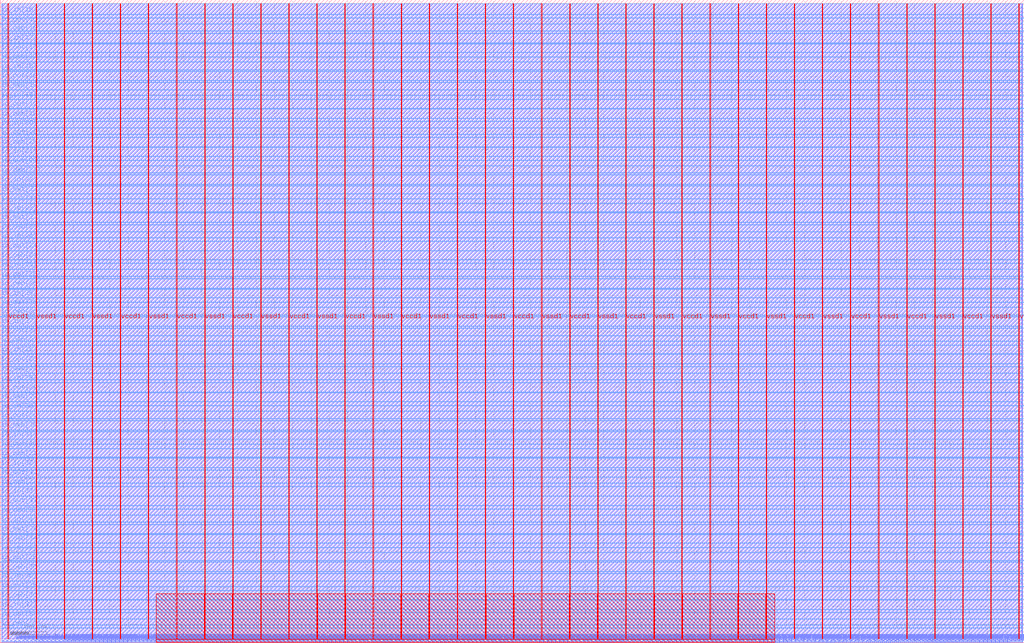
<source format=lef>
VERSION 5.7 ;
  NOWIREEXTENSIONATPIN ON ;
  DIVIDERCHAR "/" ;
  BUSBITCHARS "[]" ;
MACRO user_proj_mac
  CLASS BLOCK ;
  FOREIGN user_proj_mac ;
  ORIGIN 0.000 0.000 ;
  SIZE 2800.000 BY 1760.000 ;
  PIN io_in[0]
    DIRECTION INPUT ;
    USE SIGNAL ;
    ANTENNAGATEAREA 0.213000 ;
    PORT
      LAYER met3 ;
        RECT 2796.000 47.640 2800.000 48.240 ;
    END
  END io_in[0]
  PIN io_in[10]
    DIRECTION INPUT ;
    USE SIGNAL ;
    ANTENNAGATEAREA 0.196500 ;
    PORT
      LAYER met3 ;
        RECT 2796.000 1108.440 2800.000 1109.040 ;
    END
  END io_in[10]
  PIN io_in[11]
    DIRECTION INPUT ;
    USE SIGNAL ;
    ANTENNAGATEAREA 0.196500 ;
    PORT
      LAYER met3 ;
        RECT 2796.000 1214.520 2800.000 1215.120 ;
    END
  END io_in[11]
  PIN io_in[12]
    DIRECTION INPUT ;
    USE SIGNAL ;
    ANTENNAGATEAREA 0.159000 ;
    PORT
      LAYER met3 ;
        RECT 2796.000 1320.600 2800.000 1321.200 ;
    END
  END io_in[12]
  PIN io_in[13]
    DIRECTION INPUT ;
    USE SIGNAL ;
    ANTENNAGATEAREA 0.247500 ;
    PORT
      LAYER met3 ;
        RECT 2796.000 1426.680 2800.000 1427.280 ;
    END
  END io_in[13]
  PIN io_in[14]
    DIRECTION INPUT ;
    USE SIGNAL ;
    ANTENNAGATEAREA 0.213000 ;
    PORT
      LAYER met3 ;
        RECT 2796.000 1532.760 2800.000 1533.360 ;
    END
  END io_in[14]
  PIN io_in[15]
    DIRECTION INPUT ;
    USE SIGNAL ;
    ANTENNAGATEAREA 0.213000 ;
    PORT
      LAYER met3 ;
        RECT 2796.000 1638.840 2800.000 1639.440 ;
    END
  END io_in[15]
  PIN io_in[16]
    DIRECTION INPUT ;
    USE SIGNAL ;
    ANTENNAGATEAREA 0.426000 ;
    PORT
      LAYER met3 ;
        RECT 0.000 1719.080 4.000 1719.680 ;
    END
  END io_in[16]
  PIN io_in[17]
    DIRECTION INPUT ;
    USE SIGNAL ;
    ANTENNAGATEAREA 0.247500 ;
    PORT
      LAYER met3 ;
        RECT 0.000 1641.560 4.000 1642.160 ;
    END
  END io_in[17]
  PIN io_in[18]
    DIRECTION INPUT ;
    USE SIGNAL ;
    ANTENNAGATEAREA 0.247500 ;
    PORT
      LAYER met3 ;
        RECT 0.000 1564.040 4.000 1564.640 ;
    END
  END io_in[18]
  PIN io_in[19]
    DIRECTION INPUT ;
    USE SIGNAL ;
    ANTENNAGATEAREA 0.247500 ;
    PORT
      LAYER met3 ;
        RECT 0.000 1486.520 4.000 1487.120 ;
    END
  END io_in[19]
  PIN io_in[1]
    DIRECTION INPUT ;
    USE SIGNAL ;
    ANTENNAGATEAREA 0.196500 ;
    PORT
      LAYER met3 ;
        RECT 2796.000 153.720 2800.000 154.320 ;
    END
  END io_in[1]
  PIN io_in[20]
    DIRECTION INPUT ;
    USE SIGNAL ;
    ANTENNAGATEAREA 0.247500 ;
    PORT
      LAYER met3 ;
        RECT 0.000 1409.000 4.000 1409.600 ;
    END
  END io_in[20]
  PIN io_in[21]
    DIRECTION INPUT ;
    USE SIGNAL ;
    ANTENNAGATEAREA 0.247500 ;
    PORT
      LAYER met3 ;
        RECT 0.000 1331.480 4.000 1332.080 ;
    END
  END io_in[21]
  PIN io_in[22]
    DIRECTION INPUT ;
    USE SIGNAL ;
    ANTENNAGATEAREA 0.159000 ;
    PORT
      LAYER met3 ;
        RECT 0.000 1253.960 4.000 1254.560 ;
    END
  END io_in[22]
  PIN io_in[23]
    DIRECTION INPUT ;
    USE SIGNAL ;
    ANTENNAGATEAREA 0.126000 ;
    PORT
      LAYER met3 ;
        RECT 0.000 1176.440 4.000 1177.040 ;
    END
  END io_in[23]
  PIN io_in[24]
    DIRECTION INPUT ;
    USE SIGNAL ;
    ANTENNAGATEAREA 0.126000 ;
    PORT
      LAYER met3 ;
        RECT 0.000 1098.920 4.000 1099.520 ;
    END
  END io_in[24]
  PIN io_in[25]
    DIRECTION INPUT ;
    USE SIGNAL ;
    ANTENNAGATEAREA 0.196500 ;
    PORT
      LAYER met3 ;
        RECT 0.000 1021.400 4.000 1022.000 ;
    END
  END io_in[25]
  PIN io_in[26]
    DIRECTION INPUT ;
    USE SIGNAL ;
    ANTENNAGATEAREA 0.196500 ;
    PORT
      LAYER met3 ;
        RECT 0.000 943.880 4.000 944.480 ;
    END
  END io_in[26]
  PIN io_in[27]
    DIRECTION INPUT ;
    USE SIGNAL ;
    ANTENNAGATEAREA 0.196500 ;
    PORT
      LAYER met3 ;
        RECT 0.000 866.360 4.000 866.960 ;
    END
  END io_in[27]
  PIN io_in[28]
    DIRECTION INPUT ;
    USE SIGNAL ;
    ANTENNAGATEAREA 0.196500 ;
    PORT
      LAYER met3 ;
        RECT 0.000 788.840 4.000 789.440 ;
    END
  END io_in[28]
  PIN io_in[29]
    DIRECTION INPUT ;
    USE SIGNAL ;
    ANTENNAGATEAREA 0.196500 ;
    PORT
      LAYER met3 ;
        RECT 0.000 711.320 4.000 711.920 ;
    END
  END io_in[29]
  PIN io_in[2]
    DIRECTION INPUT ;
    USE SIGNAL ;
    ANTENNAGATEAREA 0.159000 ;
    PORT
      LAYER met3 ;
        RECT 2796.000 259.800 2800.000 260.400 ;
    END
  END io_in[2]
  PIN io_in[30]
    DIRECTION INPUT ;
    USE SIGNAL ;
    ANTENNAGATEAREA 0.159000 ;
    PORT
      LAYER met3 ;
        RECT 0.000 633.800 4.000 634.400 ;
    END
  END io_in[30]
  PIN io_in[31]
    DIRECTION INPUT ;
    USE SIGNAL ;
    ANTENNAGATEAREA 0.247500 ;
    PORT
      LAYER met3 ;
        RECT 0.000 556.280 4.000 556.880 ;
    END
  END io_in[31]
  PIN io_in[32]
    DIRECTION INPUT ;
    USE SIGNAL ;
    ANTENNAGATEAREA 0.990000 ;
    PORT
      LAYER met3 ;
        RECT 0.000 478.760 4.000 479.360 ;
    END
  END io_in[32]
  PIN io_in[33]
    DIRECTION INPUT ;
    USE SIGNAL ;
    ANTENNAGATEAREA 0.213000 ;
    PORT
      LAYER met3 ;
        RECT 0.000 401.240 4.000 401.840 ;
    END
  END io_in[33]
  PIN io_in[34]
    DIRECTION INPUT ;
    USE SIGNAL ;
    ANTENNAGATEAREA 0.247500 ;
    PORT
      LAYER met3 ;
        RECT 0.000 323.720 4.000 324.320 ;
    END
  END io_in[34]
  PIN io_in[35]
    DIRECTION INPUT ;
    USE SIGNAL ;
    ANTENNAGATEAREA 0.990000 ;
    PORT
      LAYER met3 ;
        RECT 0.000 246.200 4.000 246.800 ;
    END
  END io_in[35]
  PIN io_in[36]
    DIRECTION INPUT ;
    USE SIGNAL ;
    ANTENNAGATEAREA 0.247500 ;
    PORT
      LAYER met3 ;
        RECT 0.000 168.680 4.000 169.280 ;
    END
  END io_in[36]
  PIN io_in[37]
    DIRECTION INPUT ;
    USE SIGNAL ;
    ANTENNAGATEAREA 0.213000 ;
    PORT
      LAYER met3 ;
        RECT 0.000 91.160 4.000 91.760 ;
    END
  END io_in[37]
  PIN io_in[3]
    DIRECTION INPUT ;
    USE SIGNAL ;
    ANTENNAGATEAREA 0.126000 ;
    PORT
      LAYER met3 ;
        RECT 2796.000 365.880 2800.000 366.480 ;
    END
  END io_in[3]
  PIN io_in[4]
    DIRECTION INPUT ;
    USE SIGNAL ;
    ANTENNAGATEAREA 0.159000 ;
    PORT
      LAYER met3 ;
        RECT 2796.000 471.960 2800.000 472.560 ;
    END
  END io_in[4]
  PIN io_in[5]
    DIRECTION INPUT ;
    USE SIGNAL ;
    ANTENNAGATEAREA 0.213000 ;
    PORT
      LAYER met3 ;
        RECT 2796.000 578.040 2800.000 578.640 ;
    END
  END io_in[5]
  PIN io_in[6]
    DIRECTION INPUT ;
    USE SIGNAL ;
    ANTENNAGATEAREA 0.213000 ;
    PORT
      LAYER met3 ;
        RECT 2796.000 684.120 2800.000 684.720 ;
    END
  END io_in[6]
  PIN io_in[7]
    DIRECTION INPUT ;
    USE SIGNAL ;
    ANTENNAGATEAREA 0.159000 ;
    PORT
      LAYER met3 ;
        RECT 2796.000 790.200 2800.000 790.800 ;
    END
  END io_in[7]
  PIN io_in[8]
    DIRECTION INPUT ;
    USE SIGNAL ;
    ANTENNAGATEAREA 0.990000 ;
    PORT
      LAYER met3 ;
        RECT 2796.000 896.280 2800.000 896.880 ;
    END
  END io_in[8]
  PIN io_in[9]
    DIRECTION INPUT ;
    USE SIGNAL ;
    ANTENNAGATEAREA 0.213000 ;
    PORT
      LAYER met3 ;
        RECT 2796.000 1002.360 2800.000 1002.960 ;
    END
  END io_in[9]
  PIN io_oeb[0]
    DIRECTION OUTPUT TRISTATE ;
    USE SIGNAL ;
    PORT
      LAYER met3 ;
        RECT 2796.000 118.360 2800.000 118.960 ;
    END
  END io_oeb[0]
  PIN io_oeb[10]
    DIRECTION OUTPUT TRISTATE ;
    USE SIGNAL ;
    PORT
      LAYER met3 ;
        RECT 2796.000 1179.160 2800.000 1179.760 ;
    END
  END io_oeb[10]
  PIN io_oeb[11]
    DIRECTION OUTPUT TRISTATE ;
    USE SIGNAL ;
    PORT
      LAYER met3 ;
        RECT 2796.000 1285.240 2800.000 1285.840 ;
    END
  END io_oeb[11]
  PIN io_oeb[12]
    DIRECTION OUTPUT TRISTATE ;
    USE SIGNAL ;
    PORT
      LAYER met3 ;
        RECT 2796.000 1391.320 2800.000 1391.920 ;
    END
  END io_oeb[12]
  PIN io_oeb[13]
    DIRECTION OUTPUT TRISTATE ;
    USE SIGNAL ;
    PORT
      LAYER met3 ;
        RECT 2796.000 1497.400 2800.000 1498.000 ;
    END
  END io_oeb[13]
  PIN io_oeb[14]
    DIRECTION OUTPUT TRISTATE ;
    USE SIGNAL ;
    PORT
      LAYER met3 ;
        RECT 2796.000 1603.480 2800.000 1604.080 ;
    END
  END io_oeb[14]
  PIN io_oeb[15]
    DIRECTION OUTPUT TRISTATE ;
    USE SIGNAL ;
    PORT
      LAYER met3 ;
        RECT 2796.000 1709.560 2800.000 1710.160 ;
    END
  END io_oeb[15]
  PIN io_oeb[16]
    DIRECTION OUTPUT TRISTATE ;
    USE SIGNAL ;
    PORT
      LAYER met3 ;
        RECT 0.000 1667.400 4.000 1668.000 ;
    END
  END io_oeb[16]
  PIN io_oeb[17]
    DIRECTION OUTPUT TRISTATE ;
    USE SIGNAL ;
    PORT
      LAYER met3 ;
        RECT 0.000 1589.880 4.000 1590.480 ;
    END
  END io_oeb[17]
  PIN io_oeb[18]
    DIRECTION OUTPUT TRISTATE ;
    USE SIGNAL ;
    PORT
      LAYER met3 ;
        RECT 0.000 1512.360 4.000 1512.960 ;
    END
  END io_oeb[18]
  PIN io_oeb[19]
    DIRECTION OUTPUT TRISTATE ;
    USE SIGNAL ;
    PORT
      LAYER met3 ;
        RECT 0.000 1434.840 4.000 1435.440 ;
    END
  END io_oeb[19]
  PIN io_oeb[1]
    DIRECTION OUTPUT TRISTATE ;
    USE SIGNAL ;
    PORT
      LAYER met3 ;
        RECT 2796.000 224.440 2800.000 225.040 ;
    END
  END io_oeb[1]
  PIN io_oeb[20]
    DIRECTION OUTPUT TRISTATE ;
    USE SIGNAL ;
    PORT
      LAYER met3 ;
        RECT 0.000 1357.320 4.000 1357.920 ;
    END
  END io_oeb[20]
  PIN io_oeb[21]
    DIRECTION OUTPUT TRISTATE ;
    USE SIGNAL ;
    PORT
      LAYER met3 ;
        RECT 0.000 1279.800 4.000 1280.400 ;
    END
  END io_oeb[21]
  PIN io_oeb[22]
    DIRECTION OUTPUT TRISTATE ;
    USE SIGNAL ;
    PORT
      LAYER met3 ;
        RECT 0.000 1202.280 4.000 1202.880 ;
    END
  END io_oeb[22]
  PIN io_oeb[23]
    DIRECTION OUTPUT TRISTATE ;
    USE SIGNAL ;
    PORT
      LAYER met3 ;
        RECT 0.000 1124.760 4.000 1125.360 ;
    END
  END io_oeb[23]
  PIN io_oeb[24]
    DIRECTION OUTPUT TRISTATE ;
    USE SIGNAL ;
    PORT
      LAYER met3 ;
        RECT 0.000 1047.240 4.000 1047.840 ;
    END
  END io_oeb[24]
  PIN io_oeb[25]
    DIRECTION OUTPUT TRISTATE ;
    USE SIGNAL ;
    PORT
      LAYER met3 ;
        RECT 0.000 969.720 4.000 970.320 ;
    END
  END io_oeb[25]
  PIN io_oeb[26]
    DIRECTION OUTPUT TRISTATE ;
    USE SIGNAL ;
    PORT
      LAYER met3 ;
        RECT 0.000 892.200 4.000 892.800 ;
    END
  END io_oeb[26]
  PIN io_oeb[27]
    DIRECTION OUTPUT TRISTATE ;
    USE SIGNAL ;
    PORT
      LAYER met3 ;
        RECT 0.000 814.680 4.000 815.280 ;
    END
  END io_oeb[27]
  PIN io_oeb[28]
    DIRECTION OUTPUT TRISTATE ;
    USE SIGNAL ;
    PORT
      LAYER met3 ;
        RECT 0.000 737.160 4.000 737.760 ;
    END
  END io_oeb[28]
  PIN io_oeb[29]
    DIRECTION OUTPUT TRISTATE ;
    USE SIGNAL ;
    PORT
      LAYER met3 ;
        RECT 0.000 659.640 4.000 660.240 ;
    END
  END io_oeb[29]
  PIN io_oeb[2]
    DIRECTION OUTPUT TRISTATE ;
    USE SIGNAL ;
    PORT
      LAYER met3 ;
        RECT 2796.000 330.520 2800.000 331.120 ;
    END
  END io_oeb[2]
  PIN io_oeb[30]
    DIRECTION OUTPUT TRISTATE ;
    USE SIGNAL ;
    PORT
      LAYER met3 ;
        RECT 0.000 582.120 4.000 582.720 ;
    END
  END io_oeb[30]
  PIN io_oeb[31]
    DIRECTION OUTPUT TRISTATE ;
    USE SIGNAL ;
    PORT
      LAYER met3 ;
        RECT 0.000 504.600 4.000 505.200 ;
    END
  END io_oeb[31]
  PIN io_oeb[32]
    DIRECTION OUTPUT TRISTATE ;
    USE SIGNAL ;
    PORT
      LAYER met3 ;
        RECT 0.000 427.080 4.000 427.680 ;
    END
  END io_oeb[32]
  PIN io_oeb[33]
    DIRECTION OUTPUT TRISTATE ;
    USE SIGNAL ;
    PORT
      LAYER met3 ;
        RECT 0.000 349.560 4.000 350.160 ;
    END
  END io_oeb[33]
  PIN io_oeb[34]
    DIRECTION OUTPUT TRISTATE ;
    USE SIGNAL ;
    PORT
      LAYER met3 ;
        RECT 0.000 272.040 4.000 272.640 ;
    END
  END io_oeb[34]
  PIN io_oeb[35]
    DIRECTION OUTPUT TRISTATE ;
    USE SIGNAL ;
    PORT
      LAYER met3 ;
        RECT 0.000 194.520 4.000 195.120 ;
    END
  END io_oeb[35]
  PIN io_oeb[36]
    DIRECTION OUTPUT TRISTATE ;
    USE SIGNAL ;
    PORT
      LAYER met3 ;
        RECT 0.000 117.000 4.000 117.600 ;
    END
  END io_oeb[36]
  PIN io_oeb[37]
    DIRECTION OUTPUT TRISTATE ;
    USE SIGNAL ;
    PORT
      LAYER met3 ;
        RECT 0.000 39.480 4.000 40.080 ;
    END
  END io_oeb[37]
  PIN io_oeb[3]
    DIRECTION OUTPUT TRISTATE ;
    USE SIGNAL ;
    PORT
      LAYER met3 ;
        RECT 2796.000 436.600 2800.000 437.200 ;
    END
  END io_oeb[3]
  PIN io_oeb[4]
    DIRECTION OUTPUT TRISTATE ;
    USE SIGNAL ;
    PORT
      LAYER met3 ;
        RECT 2796.000 542.680 2800.000 543.280 ;
    END
  END io_oeb[4]
  PIN io_oeb[5]
    DIRECTION OUTPUT TRISTATE ;
    USE SIGNAL ;
    PORT
      LAYER met3 ;
        RECT 2796.000 648.760 2800.000 649.360 ;
    END
  END io_oeb[5]
  PIN io_oeb[6]
    DIRECTION OUTPUT TRISTATE ;
    USE SIGNAL ;
    PORT
      LAYER met3 ;
        RECT 2796.000 754.840 2800.000 755.440 ;
    END
  END io_oeb[6]
  PIN io_oeb[7]
    DIRECTION OUTPUT TRISTATE ;
    USE SIGNAL ;
    PORT
      LAYER met3 ;
        RECT 2796.000 860.920 2800.000 861.520 ;
    END
  END io_oeb[7]
  PIN io_oeb[8]
    DIRECTION OUTPUT TRISTATE ;
    USE SIGNAL ;
    PORT
      LAYER met3 ;
        RECT 2796.000 967.000 2800.000 967.600 ;
    END
  END io_oeb[8]
  PIN io_oeb[9]
    DIRECTION OUTPUT TRISTATE ;
    USE SIGNAL ;
    PORT
      LAYER met3 ;
        RECT 2796.000 1073.080 2800.000 1073.680 ;
    END
  END io_oeb[9]
  PIN io_out[0]
    DIRECTION OUTPUT TRISTATE ;
    USE SIGNAL ;
    PORT
      LAYER met3 ;
        RECT 2796.000 83.000 2800.000 83.600 ;
    END
  END io_out[0]
  PIN io_out[10]
    DIRECTION OUTPUT TRISTATE ;
    USE SIGNAL ;
    ANTENNADIFFAREA 2.673000 ;
    PORT
      LAYER met3 ;
        RECT 2796.000 1143.800 2800.000 1144.400 ;
    END
  END io_out[10]
  PIN io_out[11]
    DIRECTION OUTPUT TRISTATE ;
    USE SIGNAL ;
    ANTENNADIFFAREA 2.673000 ;
    PORT
      LAYER met3 ;
        RECT 2796.000 1249.880 2800.000 1250.480 ;
    END
  END io_out[11]
  PIN io_out[12]
    DIRECTION OUTPUT TRISTATE ;
    USE SIGNAL ;
    ANTENNADIFFAREA 2.673000 ;
    PORT
      LAYER met3 ;
        RECT 2796.000 1355.960 2800.000 1356.560 ;
    END
  END io_out[12]
  PIN io_out[13]
    DIRECTION OUTPUT TRISTATE ;
    USE SIGNAL ;
    ANTENNADIFFAREA 2.673000 ;
    PORT
      LAYER met3 ;
        RECT 2796.000 1462.040 2800.000 1462.640 ;
    END
  END io_out[13]
  PIN io_out[14]
    DIRECTION OUTPUT TRISTATE ;
    USE SIGNAL ;
    ANTENNADIFFAREA 2.673000 ;
    PORT
      LAYER met3 ;
        RECT 2796.000 1568.120 2800.000 1568.720 ;
    END
  END io_out[14]
  PIN io_out[15]
    DIRECTION OUTPUT TRISTATE ;
    USE SIGNAL ;
    ANTENNADIFFAREA 2.673000 ;
    PORT
      LAYER met3 ;
        RECT 2796.000 1674.200 2800.000 1674.800 ;
    END
  END io_out[15]
  PIN io_out[16]
    DIRECTION OUTPUT TRISTATE ;
    USE SIGNAL ;
    ANTENNADIFFAREA 2.673000 ;
    PORT
      LAYER met3 ;
        RECT 0.000 1693.240 4.000 1693.840 ;
    END
  END io_out[16]
  PIN io_out[17]
    DIRECTION OUTPUT TRISTATE ;
    USE SIGNAL ;
    ANTENNADIFFAREA 2.673000 ;
    PORT
      LAYER met3 ;
        RECT 0.000 1615.720 4.000 1616.320 ;
    END
  END io_out[17]
  PIN io_out[18]
    DIRECTION OUTPUT TRISTATE ;
    USE SIGNAL ;
    ANTENNADIFFAREA 2.673000 ;
    PORT
      LAYER met3 ;
        RECT 0.000 1538.200 4.000 1538.800 ;
    END
  END io_out[18]
  PIN io_out[19]
    DIRECTION OUTPUT TRISTATE ;
    USE SIGNAL ;
    ANTENNADIFFAREA 2.673000 ;
    PORT
      LAYER met3 ;
        RECT 0.000 1460.680 4.000 1461.280 ;
    END
  END io_out[19]
  PIN io_out[1]
    DIRECTION OUTPUT TRISTATE ;
    USE SIGNAL ;
    ANTENNADIFFAREA 2.673000 ;
    PORT
      LAYER met3 ;
        RECT 2796.000 189.080 2800.000 189.680 ;
    END
  END io_out[1]
  PIN io_out[20]
    DIRECTION OUTPUT TRISTATE ;
    USE SIGNAL ;
    ANTENNADIFFAREA 2.673000 ;
    PORT
      LAYER met3 ;
        RECT 0.000 1383.160 4.000 1383.760 ;
    END
  END io_out[20]
  PIN io_out[21]
    DIRECTION OUTPUT TRISTATE ;
    USE SIGNAL ;
    ANTENNADIFFAREA 2.673000 ;
    PORT
      LAYER met3 ;
        RECT 0.000 1305.640 4.000 1306.240 ;
    END
  END io_out[21]
  PIN io_out[22]
    DIRECTION OUTPUT TRISTATE ;
    USE SIGNAL ;
    ANTENNADIFFAREA 2.673000 ;
    PORT
      LAYER met3 ;
        RECT 0.000 1228.120 4.000 1228.720 ;
    END
  END io_out[22]
  PIN io_out[23]
    DIRECTION OUTPUT TRISTATE ;
    USE SIGNAL ;
    ANTENNADIFFAREA 2.673000 ;
    PORT
      LAYER met3 ;
        RECT 0.000 1150.600 4.000 1151.200 ;
    END
  END io_out[23]
  PIN io_out[24]
    DIRECTION OUTPUT TRISTATE ;
    USE SIGNAL ;
    ANTENNADIFFAREA 2.673000 ;
    PORT
      LAYER met3 ;
        RECT 0.000 1073.080 4.000 1073.680 ;
    END
  END io_out[24]
  PIN io_out[25]
    DIRECTION OUTPUT TRISTATE ;
    USE SIGNAL ;
    ANTENNADIFFAREA 2.673000 ;
    PORT
      LAYER met3 ;
        RECT 0.000 995.560 4.000 996.160 ;
    END
  END io_out[25]
  PIN io_out[26]
    DIRECTION OUTPUT TRISTATE ;
    USE SIGNAL ;
    ANTENNADIFFAREA 2.673000 ;
    PORT
      LAYER met3 ;
        RECT 0.000 918.040 4.000 918.640 ;
    END
  END io_out[26]
  PIN io_out[27]
    DIRECTION OUTPUT TRISTATE ;
    USE SIGNAL ;
    ANTENNADIFFAREA 2.673000 ;
    PORT
      LAYER met3 ;
        RECT 0.000 840.520 4.000 841.120 ;
    END
  END io_out[27]
  PIN io_out[28]
    DIRECTION OUTPUT TRISTATE ;
    USE SIGNAL ;
    ANTENNADIFFAREA 2.673000 ;
    PORT
      LAYER met3 ;
        RECT 0.000 763.000 4.000 763.600 ;
    END
  END io_out[28]
  PIN io_out[29]
    DIRECTION OUTPUT TRISTATE ;
    USE SIGNAL ;
    ANTENNADIFFAREA 2.673000 ;
    PORT
      LAYER met3 ;
        RECT 0.000 685.480 4.000 686.080 ;
    END
  END io_out[29]
  PIN io_out[2]
    DIRECTION OUTPUT TRISTATE ;
    USE SIGNAL ;
    ANTENNADIFFAREA 2.673000 ;
    PORT
      LAYER met3 ;
        RECT 2796.000 295.160 2800.000 295.760 ;
    END
  END io_out[2]
  PIN io_out[30]
    DIRECTION OUTPUT TRISTATE ;
    USE SIGNAL ;
    ANTENNADIFFAREA 2.673000 ;
    PORT
      LAYER met3 ;
        RECT 0.000 607.960 4.000 608.560 ;
    END
  END io_out[30]
  PIN io_out[31]
    DIRECTION OUTPUT TRISTATE ;
    USE SIGNAL ;
    ANTENNADIFFAREA 2.673000 ;
    PORT
      LAYER met3 ;
        RECT 0.000 530.440 4.000 531.040 ;
    END
  END io_out[31]
  PIN io_out[32]
    DIRECTION OUTPUT TRISTATE ;
    USE SIGNAL ;
    PORT
      LAYER met3 ;
        RECT 0.000 452.920 4.000 453.520 ;
    END
  END io_out[32]
  PIN io_out[33]
    DIRECTION OUTPUT TRISTATE ;
    USE SIGNAL ;
    PORT
      LAYER met3 ;
        RECT 0.000 375.400 4.000 376.000 ;
    END
  END io_out[33]
  PIN io_out[34]
    DIRECTION OUTPUT TRISTATE ;
    USE SIGNAL ;
    PORT
      LAYER met3 ;
        RECT 0.000 297.880 4.000 298.480 ;
    END
  END io_out[34]
  PIN io_out[35]
    DIRECTION OUTPUT TRISTATE ;
    USE SIGNAL ;
    PORT
      LAYER met3 ;
        RECT 0.000 220.360 4.000 220.960 ;
    END
  END io_out[35]
  PIN io_out[36]
    DIRECTION OUTPUT TRISTATE ;
    USE SIGNAL ;
    PORT
      LAYER met3 ;
        RECT 0.000 142.840 4.000 143.440 ;
    END
  END io_out[36]
  PIN io_out[37]
    DIRECTION OUTPUT TRISTATE ;
    USE SIGNAL ;
    ANTENNADIFFAREA 2.673000 ;
    PORT
      LAYER met3 ;
        RECT 0.000 65.320 4.000 65.920 ;
    END
  END io_out[37]
  PIN io_out[3]
    DIRECTION OUTPUT TRISTATE ;
    USE SIGNAL ;
    ANTENNADIFFAREA 2.673000 ;
    PORT
      LAYER met3 ;
        RECT 2796.000 401.240 2800.000 401.840 ;
    END
  END io_out[3]
  PIN io_out[4]
    DIRECTION OUTPUT TRISTATE ;
    USE SIGNAL ;
    ANTENNADIFFAREA 2.673000 ;
    PORT
      LAYER met3 ;
        RECT 2796.000 507.320 2800.000 507.920 ;
    END
  END io_out[4]
  PIN io_out[5]
    DIRECTION OUTPUT TRISTATE ;
    USE SIGNAL ;
    ANTENNADIFFAREA 2.673000 ;
    PORT
      LAYER met3 ;
        RECT 2796.000 613.400 2800.000 614.000 ;
    END
  END io_out[5]
  PIN io_out[6]
    DIRECTION OUTPUT TRISTATE ;
    USE SIGNAL ;
    ANTENNADIFFAREA 2.673000 ;
    PORT
      LAYER met3 ;
        RECT 2796.000 719.480 2800.000 720.080 ;
    END
  END io_out[6]
  PIN io_out[7]
    DIRECTION OUTPUT TRISTATE ;
    USE SIGNAL ;
    ANTENNADIFFAREA 2.673000 ;
    PORT
      LAYER met3 ;
        RECT 2796.000 825.560 2800.000 826.160 ;
    END
  END io_out[7]
  PIN io_out[8]
    DIRECTION OUTPUT TRISTATE ;
    USE SIGNAL ;
    ANTENNADIFFAREA 2.673000 ;
    PORT
      LAYER met3 ;
        RECT 2796.000 931.640 2800.000 932.240 ;
    END
  END io_out[8]
  PIN io_out[9]
    DIRECTION OUTPUT TRISTATE ;
    USE SIGNAL ;
    ANTENNADIFFAREA 2.673000 ;
    PORT
      LAYER met3 ;
        RECT 2796.000 1037.720 2800.000 1038.320 ;
    END
  END io_out[9]
  PIN irq[0]
    DIRECTION OUTPUT TRISTATE ;
    USE SIGNAL ;
    PORT
      LAYER met2 ;
        RECT 2743.990 0.000 2744.270 4.000 ;
    END
  END irq[0]
  PIN irq[1]
    DIRECTION OUTPUT TRISTATE ;
    USE SIGNAL ;
    PORT
      LAYER met2 ;
        RECT 2749.510 0.000 2749.790 4.000 ;
    END
  END irq[1]
  PIN irq[2]
    DIRECTION OUTPUT TRISTATE ;
    USE SIGNAL ;
    PORT
      LAYER met2 ;
        RECT 2755.030 0.000 2755.310 4.000 ;
    END
  END irq[2]
  PIN la_data_in[0]
    DIRECTION INPUT ;
    USE SIGNAL ;
    ANTENNAGATEAREA 0.742500 ;
    PORT
      LAYER met2 ;
        RECT 624.310 0.000 624.590 4.000 ;
    END
  END la_data_in[0]
  PIN la_data_in[100]
    DIRECTION INPUT ;
    USE SIGNAL ;
    ANTENNAGATEAREA 0.495000 ;
    PORT
      LAYER met2 ;
        RECT 2280.310 0.000 2280.590 4.000 ;
    END
  END la_data_in[100]
  PIN la_data_in[101]
    DIRECTION INPUT ;
    USE SIGNAL ;
    ANTENNAGATEAREA 0.742500 ;
    PORT
      LAYER met2 ;
        RECT 2296.870 0.000 2297.150 4.000 ;
    END
  END la_data_in[101]
  PIN la_data_in[102]
    DIRECTION INPUT ;
    USE SIGNAL ;
    ANTENNAGATEAREA 0.742500 ;
    PORT
      LAYER met2 ;
        RECT 2313.430 0.000 2313.710 4.000 ;
    END
  END la_data_in[102]
  PIN la_data_in[103]
    DIRECTION INPUT ;
    USE SIGNAL ;
    ANTENNAGATEAREA 0.495000 ;
    PORT
      LAYER met2 ;
        RECT 2329.990 0.000 2330.270 4.000 ;
    END
  END la_data_in[103]
  PIN la_data_in[104]
    DIRECTION INPUT ;
    USE SIGNAL ;
    ANTENNAGATEAREA 0.126000 ;
    PORT
      LAYER met2 ;
        RECT 2346.550 0.000 2346.830 4.000 ;
    END
  END la_data_in[104]
  PIN la_data_in[105]
    DIRECTION INPUT ;
    USE SIGNAL ;
    ANTENNAGATEAREA 0.495000 ;
    PORT
      LAYER met2 ;
        RECT 2363.110 0.000 2363.390 4.000 ;
    END
  END la_data_in[105]
  PIN la_data_in[106]
    DIRECTION INPUT ;
    USE SIGNAL ;
    ANTENNAGATEAREA 0.742500 ;
    PORT
      LAYER met2 ;
        RECT 2379.670 0.000 2379.950 4.000 ;
    END
  END la_data_in[106]
  PIN la_data_in[107]
    DIRECTION INPUT ;
    USE SIGNAL ;
    ANTENNAGATEAREA 0.495000 ;
    PORT
      LAYER met2 ;
        RECT 2396.230 0.000 2396.510 4.000 ;
    END
  END la_data_in[107]
  PIN la_data_in[108]
    DIRECTION INPUT ;
    USE SIGNAL ;
    ANTENNAGATEAREA 0.247500 ;
    PORT
      LAYER met2 ;
        RECT 2412.790 0.000 2413.070 4.000 ;
    END
  END la_data_in[108]
  PIN la_data_in[109]
    DIRECTION INPUT ;
    USE SIGNAL ;
    ANTENNAGATEAREA 0.247500 ;
    PORT
      LAYER met2 ;
        RECT 2429.350 0.000 2429.630 4.000 ;
    END
  END la_data_in[109]
  PIN la_data_in[10]
    DIRECTION INPUT ;
    USE SIGNAL ;
    ANTENNAGATEAREA 0.990000 ;
    PORT
      LAYER met2 ;
        RECT 789.910 0.000 790.190 4.000 ;
    END
  END la_data_in[10]
  PIN la_data_in[110]
    DIRECTION INPUT ;
    USE SIGNAL ;
    ANTENNAGATEAREA 0.742500 ;
    PORT
      LAYER met2 ;
        RECT 2445.910 0.000 2446.190 4.000 ;
    END
  END la_data_in[110]
  PIN la_data_in[111]
    DIRECTION INPUT ;
    USE SIGNAL ;
    ANTENNAGATEAREA 0.742500 ;
    PORT
      LAYER met2 ;
        RECT 2462.470 0.000 2462.750 4.000 ;
    END
  END la_data_in[111]
  PIN la_data_in[112]
    DIRECTION INPUT ;
    USE SIGNAL ;
    ANTENNAGATEAREA 0.126000 ;
    PORT
      LAYER met2 ;
        RECT 2479.030 0.000 2479.310 4.000 ;
    END
  END la_data_in[112]
  PIN la_data_in[113]
    DIRECTION INPUT ;
    USE SIGNAL ;
    ANTENNAGATEAREA 0.126000 ;
    PORT
      LAYER met2 ;
        RECT 2495.590 0.000 2495.870 4.000 ;
    END
  END la_data_in[113]
  PIN la_data_in[114]
    DIRECTION INPUT ;
    USE SIGNAL ;
    ANTENNAGATEAREA 0.126000 ;
    PORT
      LAYER met2 ;
        RECT 2512.150 0.000 2512.430 4.000 ;
    END
  END la_data_in[114]
  PIN la_data_in[115]
    DIRECTION INPUT ;
    USE SIGNAL ;
    ANTENNAGATEAREA 0.126000 ;
    PORT
      LAYER met2 ;
        RECT 2528.710 0.000 2528.990 4.000 ;
    END
  END la_data_in[115]
  PIN la_data_in[116]
    DIRECTION INPUT ;
    USE SIGNAL ;
    ANTENNAGATEAREA 0.126000 ;
    PORT
      LAYER met2 ;
        RECT 2545.270 0.000 2545.550 4.000 ;
    END
  END la_data_in[116]
  PIN la_data_in[117]
    DIRECTION INPUT ;
    USE SIGNAL ;
    ANTENNAGATEAREA 0.126000 ;
    PORT
      LAYER met2 ;
        RECT 2561.830 0.000 2562.110 4.000 ;
    END
  END la_data_in[117]
  PIN la_data_in[118]
    DIRECTION INPUT ;
    USE SIGNAL ;
    ANTENNAGATEAREA 0.126000 ;
    PORT
      LAYER met2 ;
        RECT 2578.390 0.000 2578.670 4.000 ;
    END
  END la_data_in[118]
  PIN la_data_in[119]
    DIRECTION INPUT ;
    USE SIGNAL ;
    ANTENNAGATEAREA 0.126000 ;
    PORT
      LAYER met2 ;
        RECT 2594.950 0.000 2595.230 4.000 ;
    END
  END la_data_in[119]
  PIN la_data_in[11]
    DIRECTION INPUT ;
    USE SIGNAL ;
    ANTENNAGATEAREA 0.852000 ;
    PORT
      LAYER met2 ;
        RECT 806.470 0.000 806.750 4.000 ;
    END
  END la_data_in[11]
  PIN la_data_in[120]
    DIRECTION INPUT ;
    USE SIGNAL ;
    ANTENNAGATEAREA 0.126000 ;
    PORT
      LAYER met2 ;
        RECT 2611.510 0.000 2611.790 4.000 ;
    END
  END la_data_in[120]
  PIN la_data_in[121]
    DIRECTION INPUT ;
    USE SIGNAL ;
    ANTENNAGATEAREA 0.126000 ;
    PORT
      LAYER met2 ;
        RECT 2628.070 0.000 2628.350 4.000 ;
    END
  END la_data_in[121]
  PIN la_data_in[122]
    DIRECTION INPUT ;
    USE SIGNAL ;
    ANTENNAGATEAREA 0.126000 ;
    PORT
      LAYER met2 ;
        RECT 2644.630 0.000 2644.910 4.000 ;
    END
  END la_data_in[122]
  PIN la_data_in[123]
    DIRECTION INPUT ;
    USE SIGNAL ;
    ANTENNAGATEAREA 0.126000 ;
    PORT
      LAYER met2 ;
        RECT 2661.190 0.000 2661.470 4.000 ;
    END
  END la_data_in[123]
  PIN la_data_in[124]
    DIRECTION INPUT ;
    USE SIGNAL ;
    ANTENNAGATEAREA 0.126000 ;
    PORT
      LAYER met2 ;
        RECT 2677.750 0.000 2678.030 4.000 ;
    END
  END la_data_in[124]
  PIN la_data_in[125]
    DIRECTION INPUT ;
    USE SIGNAL ;
    ANTENNAGATEAREA 0.126000 ;
    PORT
      LAYER met2 ;
        RECT 2694.310 0.000 2694.590 4.000 ;
    END
  END la_data_in[125]
  PIN la_data_in[126]
    DIRECTION INPUT ;
    USE SIGNAL ;
    ANTENNAGATEAREA 0.126000 ;
    PORT
      LAYER met2 ;
        RECT 2710.870 0.000 2711.150 4.000 ;
    END
  END la_data_in[126]
  PIN la_data_in[127]
    DIRECTION INPUT ;
    USE SIGNAL ;
    ANTENNAGATEAREA 0.126000 ;
    PORT
      LAYER met2 ;
        RECT 2727.430 0.000 2727.710 4.000 ;
    END
  END la_data_in[127]
  PIN la_data_in[12]
    DIRECTION INPUT ;
    USE SIGNAL ;
    ANTENNAGATEAREA 0.852000 ;
    PORT
      LAYER met2 ;
        RECT 823.030 0.000 823.310 4.000 ;
    END
  END la_data_in[12]
  PIN la_data_in[13]
    DIRECTION INPUT ;
    USE SIGNAL ;
    ANTENNAGATEAREA 0.852000 ;
    PORT
      LAYER met2 ;
        RECT 839.590 0.000 839.870 4.000 ;
    END
  END la_data_in[13]
  PIN la_data_in[14]
    DIRECTION INPUT ;
    USE SIGNAL ;
    ANTENNAGATEAREA 0.742500 ;
    PORT
      LAYER met2 ;
        RECT 856.150 0.000 856.430 4.000 ;
    END
  END la_data_in[14]
  PIN la_data_in[15]
    DIRECTION INPUT ;
    USE SIGNAL ;
    ANTENNAGATEAREA 0.742500 ;
    PORT
      LAYER met2 ;
        RECT 872.710 0.000 872.990 4.000 ;
    END
  END la_data_in[15]
  PIN la_data_in[16]
    DIRECTION INPUT ;
    USE SIGNAL ;
    ANTENNAGATEAREA 0.990000 ;
    PORT
      LAYER met2 ;
        RECT 889.270 0.000 889.550 4.000 ;
    END
  END la_data_in[16]
  PIN la_data_in[17]
    DIRECTION INPUT ;
    USE SIGNAL ;
    ANTENNAGATEAREA 0.852000 ;
    PORT
      LAYER met2 ;
        RECT 905.830 0.000 906.110 4.000 ;
    END
  END la_data_in[17]
  PIN la_data_in[18]
    DIRECTION INPUT ;
    USE SIGNAL ;
    ANTENNAGATEAREA 0.852000 ;
    PORT
      LAYER met2 ;
        RECT 922.390 0.000 922.670 4.000 ;
    END
  END la_data_in[18]
  PIN la_data_in[19]
    DIRECTION INPUT ;
    USE SIGNAL ;
    ANTENNAGATEAREA 0.852000 ;
    PORT
      LAYER met2 ;
        RECT 938.950 0.000 939.230 4.000 ;
    END
  END la_data_in[19]
  PIN la_data_in[1]
    DIRECTION INPUT ;
    USE SIGNAL ;
    ANTENNAGATEAREA 0.990000 ;
    PORT
      LAYER met2 ;
        RECT 640.870 0.000 641.150 4.000 ;
    END
  END la_data_in[1]
  PIN la_data_in[20]
    DIRECTION INPUT ;
    USE SIGNAL ;
    ANTENNAGATEAREA 0.852000 ;
    PORT
      LAYER met2 ;
        RECT 955.510 0.000 955.790 4.000 ;
    END
  END la_data_in[20]
  PIN la_data_in[21]
    DIRECTION INPUT ;
    USE SIGNAL ;
    ANTENNAGATEAREA 0.742500 ;
    PORT
      LAYER met2 ;
        RECT 972.070 0.000 972.350 4.000 ;
    END
  END la_data_in[21]
  PIN la_data_in[22]
    DIRECTION INPUT ;
    USE SIGNAL ;
    ANTENNAGATEAREA 0.426000 ;
    PORT
      LAYER met2 ;
        RECT 988.630 0.000 988.910 4.000 ;
    END
  END la_data_in[22]
  PIN la_data_in[23]
    DIRECTION INPUT ;
    USE SIGNAL ;
    ANTENNAGATEAREA 0.742500 ;
    PORT
      LAYER met2 ;
        RECT 1005.190 0.000 1005.470 4.000 ;
    END
  END la_data_in[23]
  PIN la_data_in[24]
    DIRECTION INPUT ;
    USE SIGNAL ;
    ANTENNAGATEAREA 0.426000 ;
    PORT
      LAYER met2 ;
        RECT 1021.750 0.000 1022.030 4.000 ;
    END
  END la_data_in[24]
  PIN la_data_in[25]
    DIRECTION INPUT ;
    USE SIGNAL ;
    ANTENNAGATEAREA 0.742500 ;
    PORT
      LAYER met2 ;
        RECT 1038.310 0.000 1038.590 4.000 ;
    END
  END la_data_in[25]
  PIN la_data_in[26]
    DIRECTION INPUT ;
    USE SIGNAL ;
    ANTENNAGATEAREA 0.495000 ;
    PORT
      LAYER met2 ;
        RECT 1054.870 0.000 1055.150 4.000 ;
    END
  END la_data_in[26]
  PIN la_data_in[27]
    DIRECTION INPUT ;
    USE SIGNAL ;
    ANTENNAGATEAREA 0.852000 ;
    PORT
      LAYER met2 ;
        RECT 1071.430 0.000 1071.710 4.000 ;
    END
  END la_data_in[27]
  PIN la_data_in[28]
    DIRECTION INPUT ;
    USE SIGNAL ;
    ANTENNAGATEAREA 0.426000 ;
    PORT
      LAYER met2 ;
        RECT 1087.990 0.000 1088.270 4.000 ;
    END
  END la_data_in[28]
  PIN la_data_in[29]
    DIRECTION INPUT ;
    USE SIGNAL ;
    ANTENNAGATEAREA 0.742500 ;
    PORT
      LAYER met2 ;
        RECT 1104.550 0.000 1104.830 4.000 ;
    END
  END la_data_in[29]
  PIN la_data_in[2]
    DIRECTION INPUT ;
    USE SIGNAL ;
    ANTENNAGATEAREA 0.495000 ;
    PORT
      LAYER met2 ;
        RECT 657.430 0.000 657.710 4.000 ;
    END
  END la_data_in[2]
  PIN la_data_in[30]
    DIRECTION INPUT ;
    USE SIGNAL ;
    ANTENNAGATEAREA 0.742500 ;
    PORT
      LAYER met2 ;
        RECT 1121.110 0.000 1121.390 4.000 ;
    END
  END la_data_in[30]
  PIN la_data_in[31]
    DIRECTION INPUT ;
    USE SIGNAL ;
    ANTENNAGATEAREA 0.742500 ;
    PORT
      LAYER met2 ;
        RECT 1137.670 0.000 1137.950 4.000 ;
    END
  END la_data_in[31]
  PIN la_data_in[32]
    DIRECTION INPUT ;
    USE SIGNAL ;
    ANTENNAGATEAREA 0.742500 ;
    PORT
      LAYER met2 ;
        RECT 1154.230 0.000 1154.510 4.000 ;
    END
  END la_data_in[32]
  PIN la_data_in[33]
    DIRECTION INPUT ;
    USE SIGNAL ;
    ANTENNAGATEAREA 0.742500 ;
    PORT
      LAYER met2 ;
        RECT 1170.790 0.000 1171.070 4.000 ;
    END
  END la_data_in[33]
  PIN la_data_in[34]
    DIRECTION INPUT ;
    USE SIGNAL ;
    ANTENNAGATEAREA 0.742500 ;
    PORT
      LAYER met2 ;
        RECT 1187.350 0.000 1187.630 4.000 ;
    END
  END la_data_in[34]
  PIN la_data_in[35]
    DIRECTION INPUT ;
    USE SIGNAL ;
    ANTENNAGATEAREA 0.742500 ;
    PORT
      LAYER met2 ;
        RECT 1203.910 0.000 1204.190 4.000 ;
    END
  END la_data_in[35]
  PIN la_data_in[36]
    DIRECTION INPUT ;
    USE SIGNAL ;
    ANTENNAGATEAREA 0.495000 ;
    PORT
      LAYER met2 ;
        RECT 1220.470 0.000 1220.750 4.000 ;
    END
  END la_data_in[36]
  PIN la_data_in[37]
    DIRECTION INPUT ;
    USE SIGNAL ;
    ANTENNAGATEAREA 0.495000 ;
    PORT
      LAYER met2 ;
        RECT 1237.030 0.000 1237.310 4.000 ;
    END
  END la_data_in[37]
  PIN la_data_in[38]
    DIRECTION INPUT ;
    USE SIGNAL ;
    ANTENNAGATEAREA 0.426000 ;
    PORT
      LAYER met2 ;
        RECT 1253.590 0.000 1253.870 4.000 ;
    END
  END la_data_in[38]
  PIN la_data_in[39]
    DIRECTION INPUT ;
    USE SIGNAL ;
    ANTENNAGATEAREA 0.426000 ;
    PORT
      LAYER met2 ;
        RECT 1270.150 0.000 1270.430 4.000 ;
    END
  END la_data_in[39]
  PIN la_data_in[3]
    DIRECTION INPUT ;
    USE SIGNAL ;
    ANTENNAGATEAREA 0.742500 ;
    PORT
      LAYER met2 ;
        RECT 673.990 0.000 674.270 4.000 ;
    END
  END la_data_in[3]
  PIN la_data_in[40]
    DIRECTION INPUT ;
    USE SIGNAL ;
    ANTENNAGATEAREA 0.426000 ;
    PORT
      LAYER met2 ;
        RECT 1286.710 0.000 1286.990 4.000 ;
    END
  END la_data_in[40]
  PIN la_data_in[41]
    DIRECTION INPUT ;
    USE SIGNAL ;
    ANTENNAGATEAREA 0.990000 ;
    PORT
      LAYER met2 ;
        RECT 1303.270 0.000 1303.550 4.000 ;
    END
  END la_data_in[41]
  PIN la_data_in[42]
    DIRECTION INPUT ;
    USE SIGNAL ;
    ANTENNAGATEAREA 0.495000 ;
    PORT
      LAYER met2 ;
        RECT 1319.830 0.000 1320.110 4.000 ;
    END
  END la_data_in[42]
  PIN la_data_in[43]
    DIRECTION INPUT ;
    USE SIGNAL ;
    ANTENNAGATEAREA 0.495000 ;
    PORT
      LAYER met2 ;
        RECT 1336.390 0.000 1336.670 4.000 ;
    END
  END la_data_in[43]
  PIN la_data_in[44]
    DIRECTION INPUT ;
    USE SIGNAL ;
    ANTENNAGATEAREA 0.495000 ;
    PORT
      LAYER met2 ;
        RECT 1352.950 0.000 1353.230 4.000 ;
    END
  END la_data_in[44]
  PIN la_data_in[45]
    DIRECTION INPUT ;
    USE SIGNAL ;
    ANTENNAGATEAREA 0.213000 ;
    PORT
      LAYER met2 ;
        RECT 1369.510 0.000 1369.790 4.000 ;
    END
  END la_data_in[45]
  PIN la_data_in[46]
    DIRECTION INPUT ;
    USE SIGNAL ;
    ANTENNAGATEAREA 0.247500 ;
    PORT
      LAYER met2 ;
        RECT 1386.070 0.000 1386.350 4.000 ;
    END
  END la_data_in[46]
  PIN la_data_in[47]
    DIRECTION INPUT ;
    USE SIGNAL ;
    ANTENNAGATEAREA 0.247500 ;
    PORT
      LAYER met2 ;
        RECT 1402.630 0.000 1402.910 4.000 ;
    END
  END la_data_in[47]
  PIN la_data_in[48]
    DIRECTION INPUT ;
    USE SIGNAL ;
    ANTENNAGATEAREA 0.426000 ;
    PORT
      LAYER met2 ;
        RECT 1419.190 0.000 1419.470 4.000 ;
    END
  END la_data_in[48]
  PIN la_data_in[49]
    DIRECTION INPUT ;
    USE SIGNAL ;
    ANTENNAGATEAREA 0.426000 ;
    PORT
      LAYER met2 ;
        RECT 1435.750 0.000 1436.030 4.000 ;
    END
  END la_data_in[49]
  PIN la_data_in[4]
    DIRECTION INPUT ;
    USE SIGNAL ;
    ANTENNAGATEAREA 0.852000 ;
    PORT
      LAYER met2 ;
        RECT 690.550 0.000 690.830 4.000 ;
    END
  END la_data_in[4]
  PIN la_data_in[50]
    DIRECTION INPUT ;
    USE SIGNAL ;
    ANTENNAGATEAREA 0.742500 ;
    PORT
      LAYER met2 ;
        RECT 1452.310 0.000 1452.590 4.000 ;
    END
  END la_data_in[50]
  PIN la_data_in[51]
    DIRECTION INPUT ;
    USE SIGNAL ;
    ANTENNAGATEAREA 0.247500 ;
    PORT
      LAYER met2 ;
        RECT 1468.870 0.000 1469.150 4.000 ;
    END
  END la_data_in[51]
  PIN la_data_in[52]
    DIRECTION INPUT ;
    USE SIGNAL ;
    ANTENNAGATEAREA 0.247500 ;
    PORT
      LAYER met2 ;
        RECT 1485.430 0.000 1485.710 4.000 ;
    END
  END la_data_in[52]
  PIN la_data_in[53]
    DIRECTION INPUT ;
    USE SIGNAL ;
    ANTENNAGATEAREA 0.247500 ;
    PORT
      LAYER met2 ;
        RECT 1501.990 0.000 1502.270 4.000 ;
    END
  END la_data_in[53]
  PIN la_data_in[54]
    DIRECTION INPUT ;
    USE SIGNAL ;
    ANTENNAGATEAREA 0.495000 ;
    PORT
      LAYER met2 ;
        RECT 1518.550 0.000 1518.830 4.000 ;
    END
  END la_data_in[54]
  PIN la_data_in[55]
    DIRECTION INPUT ;
    USE SIGNAL ;
    ANTENNAGATEAREA 0.495000 ;
    PORT
      LAYER met2 ;
        RECT 1535.110 0.000 1535.390 4.000 ;
    END
  END la_data_in[55]
  PIN la_data_in[56]
    DIRECTION INPUT ;
    USE SIGNAL ;
    ANTENNAGATEAREA 0.247500 ;
    PORT
      LAYER met2 ;
        RECT 1551.670 0.000 1551.950 4.000 ;
    END
  END la_data_in[56]
  PIN la_data_in[57]
    DIRECTION INPUT ;
    USE SIGNAL ;
    ANTENNAGATEAREA 0.126000 ;
    PORT
      LAYER met2 ;
        RECT 1568.230 0.000 1568.510 4.000 ;
    END
  END la_data_in[57]
  PIN la_data_in[58]
    DIRECTION INPUT ;
    USE SIGNAL ;
    ANTENNAGATEAREA 0.495000 ;
    PORT
      LAYER met2 ;
        RECT 1584.790 0.000 1585.070 4.000 ;
    END
  END la_data_in[58]
  PIN la_data_in[59]
    DIRECTION INPUT ;
    USE SIGNAL ;
    ANTENNAGATEAREA 0.247500 ;
    PORT
      LAYER met2 ;
        RECT 1601.350 0.000 1601.630 4.000 ;
    END
  END la_data_in[59]
  PIN la_data_in[5]
    DIRECTION INPUT ;
    USE SIGNAL ;
    ANTENNAGATEAREA 0.742500 ;
    PORT
      LAYER met2 ;
        RECT 707.110 0.000 707.390 4.000 ;
    END
  END la_data_in[5]
  PIN la_data_in[60]
    DIRECTION INPUT ;
    USE SIGNAL ;
    ANTENNAGATEAREA 0.247500 ;
    PORT
      LAYER met2 ;
        RECT 1617.910 0.000 1618.190 4.000 ;
    END
  END la_data_in[60]
  PIN la_data_in[61]
    DIRECTION INPUT ;
    USE SIGNAL ;
    ANTENNAGATEAREA 0.213000 ;
    PORT
      LAYER met2 ;
        RECT 1634.470 0.000 1634.750 4.000 ;
    END
  END la_data_in[61]
  PIN la_data_in[62]
    DIRECTION INPUT ;
    USE SIGNAL ;
    ANTENNAGATEAREA 0.126000 ;
    PORT
      LAYER met2 ;
        RECT 1651.030 0.000 1651.310 4.000 ;
    END
  END la_data_in[62]
  PIN la_data_in[63]
    DIRECTION INPUT ;
    USE SIGNAL ;
    ANTENNAGATEAREA 0.495000 ;
    PORT
      LAYER met2 ;
        RECT 1667.590 0.000 1667.870 4.000 ;
    END
  END la_data_in[63]
  PIN la_data_in[64]
    DIRECTION INPUT ;
    USE SIGNAL ;
    ANTENNAGATEAREA 0.126000 ;
    PORT
      LAYER met2 ;
        RECT 1684.150 0.000 1684.430 4.000 ;
    END
  END la_data_in[64]
  PIN la_data_in[65]
    DIRECTION INPUT ;
    USE SIGNAL ;
    ANTENNAGATEAREA 0.247500 ;
    PORT
      LAYER met2 ;
        RECT 1700.710 0.000 1700.990 4.000 ;
    END
  END la_data_in[65]
  PIN la_data_in[66]
    DIRECTION INPUT ;
    USE SIGNAL ;
    ANTENNAGATEAREA 0.247500 ;
    PORT
      LAYER met2 ;
        RECT 1717.270 0.000 1717.550 4.000 ;
    END
  END la_data_in[66]
  PIN la_data_in[67]
    DIRECTION INPUT ;
    USE SIGNAL ;
    ANTENNAGATEAREA 0.426000 ;
    PORT
      LAYER met2 ;
        RECT 1733.830 0.000 1734.110 4.000 ;
    END
  END la_data_in[67]
  PIN la_data_in[68]
    DIRECTION INPUT ;
    USE SIGNAL ;
    ANTENNAGATEAREA 0.213000 ;
    PORT
      LAYER met2 ;
        RECT 1750.390 0.000 1750.670 4.000 ;
    END
  END la_data_in[68]
  PIN la_data_in[69]
    DIRECTION INPUT ;
    USE SIGNAL ;
    ANTENNAGATEAREA 0.213000 ;
    PORT
      LAYER met2 ;
        RECT 1766.950 0.000 1767.230 4.000 ;
    END
  END la_data_in[69]
  PIN la_data_in[6]
    DIRECTION INPUT ;
    USE SIGNAL ;
    ANTENNAGATEAREA 0.742500 ;
    PORT
      LAYER met2 ;
        RECT 723.670 0.000 723.950 4.000 ;
    END
  END la_data_in[6]
  PIN la_data_in[70]
    DIRECTION INPUT ;
    USE SIGNAL ;
    ANTENNAGATEAREA 0.426000 ;
    PORT
      LAYER met2 ;
        RECT 1783.510 0.000 1783.790 4.000 ;
    END
  END la_data_in[70]
  PIN la_data_in[71]
    DIRECTION INPUT ;
    USE SIGNAL ;
    ANTENNAGATEAREA 0.247500 ;
    PORT
      LAYER met2 ;
        RECT 1800.070 0.000 1800.350 4.000 ;
    END
  END la_data_in[71]
  PIN la_data_in[72]
    DIRECTION INPUT ;
    USE SIGNAL ;
    ANTENNAGATEAREA 0.213000 ;
    PORT
      LAYER met2 ;
        RECT 1816.630 0.000 1816.910 4.000 ;
    END
  END la_data_in[72]
  PIN la_data_in[73]
    DIRECTION INPUT ;
    USE SIGNAL ;
    ANTENNAGATEAREA 0.213000 ;
    PORT
      LAYER met2 ;
        RECT 1833.190 0.000 1833.470 4.000 ;
    END
  END la_data_in[73]
  PIN la_data_in[74]
    DIRECTION INPUT ;
    USE SIGNAL ;
    ANTENNAGATEAREA 0.213000 ;
    PORT
      LAYER met2 ;
        RECT 1849.750 0.000 1850.030 4.000 ;
    END
  END la_data_in[74]
  PIN la_data_in[75]
    DIRECTION INPUT ;
    USE SIGNAL ;
    ANTENNAGATEAREA 0.426000 ;
    PORT
      LAYER met2 ;
        RECT 1866.310 0.000 1866.590 4.000 ;
    END
  END la_data_in[75]
  PIN la_data_in[76]
    DIRECTION INPUT ;
    USE SIGNAL ;
    ANTENNAGATEAREA 0.426000 ;
    PORT
      LAYER met2 ;
        RECT 1882.870 0.000 1883.150 4.000 ;
    END
  END la_data_in[76]
  PIN la_data_in[77]
    DIRECTION INPUT ;
    USE SIGNAL ;
    ANTENNAGATEAREA 0.495000 ;
    PORT
      LAYER met2 ;
        RECT 1899.430 0.000 1899.710 4.000 ;
    END
  END la_data_in[77]
  PIN la_data_in[78]
    DIRECTION INPUT ;
    USE SIGNAL ;
    ANTENNAGATEAREA 0.742500 ;
    PORT
      LAYER met2 ;
        RECT 1915.990 0.000 1916.270 4.000 ;
    END
  END la_data_in[78]
  PIN la_data_in[79]
    DIRECTION INPUT ;
    USE SIGNAL ;
    ANTENNAGATEAREA 0.495000 ;
    PORT
      LAYER met2 ;
        RECT 1932.550 0.000 1932.830 4.000 ;
    END
  END la_data_in[79]
  PIN la_data_in[7]
    DIRECTION INPUT ;
    USE SIGNAL ;
    ANTENNAGATEAREA 0.742500 ;
    PORT
      LAYER met2 ;
        RECT 740.230 0.000 740.510 4.000 ;
    END
  END la_data_in[7]
  PIN la_data_in[80]
    DIRECTION INPUT ;
    USE SIGNAL ;
    ANTENNAGATEAREA 0.126000 ;
    PORT
      LAYER met2 ;
        RECT 1949.110 0.000 1949.390 4.000 ;
    END
  END la_data_in[80]
  PIN la_data_in[81]
    DIRECTION INPUT ;
    USE SIGNAL ;
    ANTENNAGATEAREA 0.126000 ;
    PORT
      LAYER met2 ;
        RECT 1965.670 0.000 1965.950 4.000 ;
    END
  END la_data_in[81]
  PIN la_data_in[82]
    DIRECTION INPUT ;
    USE SIGNAL ;
    ANTENNAGATEAREA 0.126000 ;
    PORT
      LAYER met2 ;
        RECT 1982.230 0.000 1982.510 4.000 ;
    END
  END la_data_in[82]
  PIN la_data_in[83]
    DIRECTION INPUT ;
    USE SIGNAL ;
    ANTENNAGATEAREA 0.426000 ;
    PORT
      LAYER met2 ;
        RECT 1998.790 0.000 1999.070 4.000 ;
    END
  END la_data_in[83]
  PIN la_data_in[84]
    DIRECTION INPUT ;
    USE SIGNAL ;
    ANTENNAGATEAREA 0.426000 ;
    PORT
      LAYER met2 ;
        RECT 2015.350 0.000 2015.630 4.000 ;
    END
  END la_data_in[84]
  PIN la_data_in[85]
    DIRECTION INPUT ;
    USE SIGNAL ;
    ANTENNAGATEAREA 0.247500 ;
    PORT
      LAYER met2 ;
        RECT 2031.910 0.000 2032.190 4.000 ;
    END
  END la_data_in[85]
  PIN la_data_in[86]
    DIRECTION INPUT ;
    USE SIGNAL ;
    ANTENNAGATEAREA 0.426000 ;
    PORT
      LAYER met2 ;
        RECT 2048.470 0.000 2048.750 4.000 ;
    END
  END la_data_in[86]
  PIN la_data_in[87]
    DIRECTION INPUT ;
    USE SIGNAL ;
    ANTENNAGATEAREA 0.126000 ;
    PORT
      LAYER met2 ;
        RECT 2065.030 0.000 2065.310 4.000 ;
    END
  END la_data_in[87]
  PIN la_data_in[88]
    DIRECTION INPUT ;
    USE SIGNAL ;
    ANTENNAGATEAREA 0.126000 ;
    PORT
      LAYER met2 ;
        RECT 2081.590 0.000 2081.870 4.000 ;
    END
  END la_data_in[88]
  PIN la_data_in[89]
    DIRECTION INPUT ;
    USE SIGNAL ;
    ANTENNAGATEAREA 0.126000 ;
    PORT
      LAYER met2 ;
        RECT 2098.150 0.000 2098.430 4.000 ;
    END
  END la_data_in[89]
  PIN la_data_in[8]
    DIRECTION INPUT ;
    USE SIGNAL ;
    ANTENNAGATEAREA 0.990000 ;
    PORT
      LAYER met2 ;
        RECT 756.790 0.000 757.070 4.000 ;
    END
  END la_data_in[8]
  PIN la_data_in[90]
    DIRECTION INPUT ;
    USE SIGNAL ;
    ANTENNAGATEAREA 0.196500 ;
    PORT
      LAYER met2 ;
        RECT 2114.710 0.000 2114.990 4.000 ;
    END
  END la_data_in[90]
  PIN la_data_in[91]
    DIRECTION INPUT ;
    USE SIGNAL ;
    ANTENNAGATEAREA 0.213000 ;
    PORT
      LAYER met2 ;
        RECT 2131.270 0.000 2131.550 4.000 ;
    END
  END la_data_in[91]
  PIN la_data_in[92]
    DIRECTION INPUT ;
    USE SIGNAL ;
    ANTENNAGATEAREA 0.426000 ;
    PORT
      LAYER met2 ;
        RECT 2147.830 0.000 2148.110 4.000 ;
    END
  END la_data_in[92]
  PIN la_data_in[93]
    DIRECTION INPUT ;
    USE SIGNAL ;
    ANTENNAGATEAREA 0.247500 ;
    PORT
      LAYER met2 ;
        RECT 2164.390 0.000 2164.670 4.000 ;
    END
  END la_data_in[93]
  PIN la_data_in[94]
    DIRECTION INPUT ;
    USE SIGNAL ;
    ANTENNAGATEAREA 0.426000 ;
    PORT
      LAYER met2 ;
        RECT 2180.950 0.000 2181.230 4.000 ;
    END
  END la_data_in[94]
  PIN la_data_in[95]
    DIRECTION INPUT ;
    USE SIGNAL ;
    ANTENNAGATEAREA 0.126000 ;
    PORT
      LAYER met2 ;
        RECT 2197.510 0.000 2197.790 4.000 ;
    END
  END la_data_in[95]
  PIN la_data_in[96]
    DIRECTION INPUT ;
    USE SIGNAL ;
    ANTENNAGATEAREA 0.213000 ;
    PORT
      LAYER met2 ;
        RECT 2214.070 0.000 2214.350 4.000 ;
    END
  END la_data_in[96]
  PIN la_data_in[97]
    DIRECTION INPUT ;
    USE SIGNAL ;
    ANTENNAGATEAREA 0.426000 ;
    PORT
      LAYER met2 ;
        RECT 2230.630 0.000 2230.910 4.000 ;
    END
  END la_data_in[97]
  PIN la_data_in[98]
    DIRECTION INPUT ;
    USE SIGNAL ;
    ANTENNAGATEAREA 0.495000 ;
    PORT
      LAYER met2 ;
        RECT 2247.190 0.000 2247.470 4.000 ;
    END
  END la_data_in[98]
  PIN la_data_in[99]
    DIRECTION INPUT ;
    USE SIGNAL ;
    ANTENNAGATEAREA 0.495000 ;
    PORT
      LAYER met2 ;
        RECT 2263.750 0.000 2264.030 4.000 ;
    END
  END la_data_in[99]
  PIN la_data_in[9]
    DIRECTION INPUT ;
    USE SIGNAL ;
    ANTENNAGATEAREA 0.852000 ;
    PORT
      LAYER met2 ;
        RECT 773.350 0.000 773.630 4.000 ;
    END
  END la_data_in[9]
  PIN la_data_out[0]
    DIRECTION OUTPUT TRISTATE ;
    USE SIGNAL ;
    ANTENNADIFFAREA 2.673000 ;
    PORT
      LAYER met2 ;
        RECT 629.830 0.000 630.110 4.000 ;
    END
  END la_data_out[0]
  PIN la_data_out[100]
    DIRECTION OUTPUT TRISTATE ;
    USE SIGNAL ;
    ANTENNADIFFAREA 2.673000 ;
    PORT
      LAYER met2 ;
        RECT 2285.830 0.000 2286.110 4.000 ;
    END
  END la_data_out[100]
  PIN la_data_out[101]
    DIRECTION OUTPUT TRISTATE ;
    USE SIGNAL ;
    ANTENNADIFFAREA 2.673000 ;
    PORT
      LAYER met2 ;
        RECT 2302.390 0.000 2302.670 4.000 ;
    END
  END la_data_out[101]
  PIN la_data_out[102]
    DIRECTION OUTPUT TRISTATE ;
    USE SIGNAL ;
    ANTENNADIFFAREA 2.673000 ;
    PORT
      LAYER met2 ;
        RECT 2318.950 0.000 2319.230 4.000 ;
    END
  END la_data_out[102]
  PIN la_data_out[103]
    DIRECTION OUTPUT TRISTATE ;
    USE SIGNAL ;
    ANTENNADIFFAREA 2.673000 ;
    PORT
      LAYER met2 ;
        RECT 2335.510 0.000 2335.790 4.000 ;
    END
  END la_data_out[103]
  PIN la_data_out[104]
    DIRECTION OUTPUT TRISTATE ;
    USE SIGNAL ;
    ANTENNADIFFAREA 2.673000 ;
    PORT
      LAYER met2 ;
        RECT 2352.070 0.000 2352.350 4.000 ;
    END
  END la_data_out[104]
  PIN la_data_out[105]
    DIRECTION OUTPUT TRISTATE ;
    USE SIGNAL ;
    ANTENNADIFFAREA 2.673000 ;
    PORT
      LAYER met2 ;
        RECT 2368.630 0.000 2368.910 4.000 ;
    END
  END la_data_out[105]
  PIN la_data_out[106]
    DIRECTION OUTPUT TRISTATE ;
    USE SIGNAL ;
    ANTENNADIFFAREA 2.673000 ;
    PORT
      LAYER met2 ;
        RECT 2385.190 0.000 2385.470 4.000 ;
    END
  END la_data_out[106]
  PIN la_data_out[107]
    DIRECTION OUTPUT TRISTATE ;
    USE SIGNAL ;
    ANTENNADIFFAREA 2.673000 ;
    PORT
      LAYER met2 ;
        RECT 2401.750 0.000 2402.030 4.000 ;
    END
  END la_data_out[107]
  PIN la_data_out[108]
    DIRECTION OUTPUT TRISTATE ;
    USE SIGNAL ;
    ANTENNADIFFAREA 2.673000 ;
    PORT
      LAYER met2 ;
        RECT 2418.310 0.000 2418.590 4.000 ;
    END
  END la_data_out[108]
  PIN la_data_out[109]
    DIRECTION OUTPUT TRISTATE ;
    USE SIGNAL ;
    ANTENNADIFFAREA 2.673000 ;
    PORT
      LAYER met2 ;
        RECT 2434.870 0.000 2435.150 4.000 ;
    END
  END la_data_out[109]
  PIN la_data_out[10]
    DIRECTION OUTPUT TRISTATE ;
    USE SIGNAL ;
    ANTENNADIFFAREA 2.673000 ;
    PORT
      LAYER met2 ;
        RECT 795.430 0.000 795.710 4.000 ;
    END
  END la_data_out[10]
  PIN la_data_out[110]
    DIRECTION OUTPUT TRISTATE ;
    USE SIGNAL ;
    ANTENNADIFFAREA 2.673000 ;
    PORT
      LAYER met2 ;
        RECT 2451.430 0.000 2451.710 4.000 ;
    END
  END la_data_out[110]
  PIN la_data_out[111]
    DIRECTION OUTPUT TRISTATE ;
    USE SIGNAL ;
    ANTENNADIFFAREA 2.673000 ;
    PORT
      LAYER met2 ;
        RECT 2467.990 0.000 2468.270 4.000 ;
    END
  END la_data_out[111]
  PIN la_data_out[112]
    DIRECTION OUTPUT TRISTATE ;
    USE SIGNAL ;
    ANTENNADIFFAREA 2.673000 ;
    PORT
      LAYER met2 ;
        RECT 2484.550 0.000 2484.830 4.000 ;
    END
  END la_data_out[112]
  PIN la_data_out[113]
    DIRECTION OUTPUT TRISTATE ;
    USE SIGNAL ;
    ANTENNADIFFAREA 2.673000 ;
    PORT
      LAYER met2 ;
        RECT 2501.110 0.000 2501.390 4.000 ;
    END
  END la_data_out[113]
  PIN la_data_out[114]
    DIRECTION OUTPUT TRISTATE ;
    USE SIGNAL ;
    ANTENNADIFFAREA 2.673000 ;
    PORT
      LAYER met2 ;
        RECT 2517.670 0.000 2517.950 4.000 ;
    END
  END la_data_out[114]
  PIN la_data_out[115]
    DIRECTION OUTPUT TRISTATE ;
    USE SIGNAL ;
    ANTENNADIFFAREA 2.673000 ;
    PORT
      LAYER met2 ;
        RECT 2534.230 0.000 2534.510 4.000 ;
    END
  END la_data_out[115]
  PIN la_data_out[116]
    DIRECTION OUTPUT TRISTATE ;
    USE SIGNAL ;
    ANTENNADIFFAREA 2.673000 ;
    PORT
      LAYER met2 ;
        RECT 2550.790 0.000 2551.070 4.000 ;
    END
  END la_data_out[116]
  PIN la_data_out[117]
    DIRECTION OUTPUT TRISTATE ;
    USE SIGNAL ;
    ANTENNADIFFAREA 2.673000 ;
    PORT
      LAYER met2 ;
        RECT 2567.350 0.000 2567.630 4.000 ;
    END
  END la_data_out[117]
  PIN la_data_out[118]
    DIRECTION OUTPUT TRISTATE ;
    USE SIGNAL ;
    ANTENNADIFFAREA 2.673000 ;
    PORT
      LAYER met2 ;
        RECT 2583.910 0.000 2584.190 4.000 ;
    END
  END la_data_out[118]
  PIN la_data_out[119]
    DIRECTION OUTPUT TRISTATE ;
    USE SIGNAL ;
    ANTENNADIFFAREA 2.673000 ;
    PORT
      LAYER met2 ;
        RECT 2600.470 0.000 2600.750 4.000 ;
    END
  END la_data_out[119]
  PIN la_data_out[11]
    DIRECTION OUTPUT TRISTATE ;
    USE SIGNAL ;
    ANTENNADIFFAREA 2.673000 ;
    PORT
      LAYER met2 ;
        RECT 811.990 0.000 812.270 4.000 ;
    END
  END la_data_out[11]
  PIN la_data_out[120]
    DIRECTION OUTPUT TRISTATE ;
    USE SIGNAL ;
    ANTENNADIFFAREA 2.673000 ;
    PORT
      LAYER met2 ;
        RECT 2617.030 0.000 2617.310 4.000 ;
    END
  END la_data_out[120]
  PIN la_data_out[121]
    DIRECTION OUTPUT TRISTATE ;
    USE SIGNAL ;
    ANTENNADIFFAREA 2.673000 ;
    PORT
      LAYER met2 ;
        RECT 2633.590 0.000 2633.870 4.000 ;
    END
  END la_data_out[121]
  PIN la_data_out[122]
    DIRECTION OUTPUT TRISTATE ;
    USE SIGNAL ;
    ANTENNADIFFAREA 2.673000 ;
    PORT
      LAYER met2 ;
        RECT 2650.150 0.000 2650.430 4.000 ;
    END
  END la_data_out[122]
  PIN la_data_out[123]
    DIRECTION OUTPUT TRISTATE ;
    USE SIGNAL ;
    ANTENNADIFFAREA 2.673000 ;
    PORT
      LAYER met2 ;
        RECT 2666.710 0.000 2666.990 4.000 ;
    END
  END la_data_out[123]
  PIN la_data_out[124]
    DIRECTION OUTPUT TRISTATE ;
    USE SIGNAL ;
    ANTENNADIFFAREA 2.673000 ;
    PORT
      LAYER met2 ;
        RECT 2683.270 0.000 2683.550 4.000 ;
    END
  END la_data_out[124]
  PIN la_data_out[125]
    DIRECTION OUTPUT TRISTATE ;
    USE SIGNAL ;
    ANTENNADIFFAREA 2.673000 ;
    PORT
      LAYER met2 ;
        RECT 2699.830 0.000 2700.110 4.000 ;
    END
  END la_data_out[125]
  PIN la_data_out[126]
    DIRECTION OUTPUT TRISTATE ;
    USE SIGNAL ;
    ANTENNADIFFAREA 2.673000 ;
    PORT
      LAYER met2 ;
        RECT 2716.390 0.000 2716.670 4.000 ;
    END
  END la_data_out[126]
  PIN la_data_out[127]
    DIRECTION OUTPUT TRISTATE ;
    USE SIGNAL ;
    ANTENNADIFFAREA 2.673000 ;
    PORT
      LAYER met2 ;
        RECT 2732.950 0.000 2733.230 4.000 ;
    END
  END la_data_out[127]
  PIN la_data_out[12]
    DIRECTION OUTPUT TRISTATE ;
    USE SIGNAL ;
    ANTENNADIFFAREA 2.673000 ;
    PORT
      LAYER met2 ;
        RECT 828.550 0.000 828.830 4.000 ;
    END
  END la_data_out[12]
  PIN la_data_out[13]
    DIRECTION OUTPUT TRISTATE ;
    USE SIGNAL ;
    ANTENNADIFFAREA 2.673000 ;
    PORT
      LAYER met2 ;
        RECT 845.110 0.000 845.390 4.000 ;
    END
  END la_data_out[13]
  PIN la_data_out[14]
    DIRECTION OUTPUT TRISTATE ;
    USE SIGNAL ;
    ANTENNADIFFAREA 2.673000 ;
    PORT
      LAYER met2 ;
        RECT 861.670 0.000 861.950 4.000 ;
    END
  END la_data_out[14]
  PIN la_data_out[15]
    DIRECTION OUTPUT TRISTATE ;
    USE SIGNAL ;
    ANTENNADIFFAREA 2.673000 ;
    PORT
      LAYER met2 ;
        RECT 878.230 0.000 878.510 4.000 ;
    END
  END la_data_out[15]
  PIN la_data_out[16]
    DIRECTION OUTPUT TRISTATE ;
    USE SIGNAL ;
    ANTENNADIFFAREA 2.673000 ;
    PORT
      LAYER met2 ;
        RECT 894.790 0.000 895.070 4.000 ;
    END
  END la_data_out[16]
  PIN la_data_out[17]
    DIRECTION OUTPUT TRISTATE ;
    USE SIGNAL ;
    ANTENNADIFFAREA 2.673000 ;
    PORT
      LAYER met2 ;
        RECT 911.350 0.000 911.630 4.000 ;
    END
  END la_data_out[17]
  PIN la_data_out[18]
    DIRECTION OUTPUT TRISTATE ;
    USE SIGNAL ;
    ANTENNADIFFAREA 2.673000 ;
    PORT
      LAYER met2 ;
        RECT 927.910 0.000 928.190 4.000 ;
    END
  END la_data_out[18]
  PIN la_data_out[19]
    DIRECTION OUTPUT TRISTATE ;
    USE SIGNAL ;
    ANTENNADIFFAREA 2.673000 ;
    PORT
      LAYER met2 ;
        RECT 944.470 0.000 944.750 4.000 ;
    END
  END la_data_out[19]
  PIN la_data_out[1]
    DIRECTION OUTPUT TRISTATE ;
    USE SIGNAL ;
    ANTENNADIFFAREA 2.673000 ;
    PORT
      LAYER met2 ;
        RECT 646.390 0.000 646.670 4.000 ;
    END
  END la_data_out[1]
  PIN la_data_out[20]
    DIRECTION OUTPUT TRISTATE ;
    USE SIGNAL ;
    ANTENNADIFFAREA 2.673000 ;
    PORT
      LAYER met2 ;
        RECT 961.030 0.000 961.310 4.000 ;
    END
  END la_data_out[20]
  PIN la_data_out[21]
    DIRECTION OUTPUT TRISTATE ;
    USE SIGNAL ;
    ANTENNADIFFAREA 2.673000 ;
    PORT
      LAYER met2 ;
        RECT 977.590 0.000 977.870 4.000 ;
    END
  END la_data_out[21]
  PIN la_data_out[22]
    DIRECTION OUTPUT TRISTATE ;
    USE SIGNAL ;
    ANTENNADIFFAREA 2.673000 ;
    PORT
      LAYER met2 ;
        RECT 994.150 0.000 994.430 4.000 ;
    END
  END la_data_out[22]
  PIN la_data_out[23]
    DIRECTION OUTPUT TRISTATE ;
    USE SIGNAL ;
    ANTENNADIFFAREA 2.673000 ;
    PORT
      LAYER met2 ;
        RECT 1010.710 0.000 1010.990 4.000 ;
    END
  END la_data_out[23]
  PIN la_data_out[24]
    DIRECTION OUTPUT TRISTATE ;
    USE SIGNAL ;
    ANTENNADIFFAREA 2.673000 ;
    PORT
      LAYER met2 ;
        RECT 1027.270 0.000 1027.550 4.000 ;
    END
  END la_data_out[24]
  PIN la_data_out[25]
    DIRECTION OUTPUT TRISTATE ;
    USE SIGNAL ;
    ANTENNADIFFAREA 2.673000 ;
    PORT
      LAYER met2 ;
        RECT 1043.830 0.000 1044.110 4.000 ;
    END
  END la_data_out[25]
  PIN la_data_out[26]
    DIRECTION OUTPUT TRISTATE ;
    USE SIGNAL ;
    ANTENNADIFFAREA 2.673000 ;
    PORT
      LAYER met2 ;
        RECT 1060.390 0.000 1060.670 4.000 ;
    END
  END la_data_out[26]
  PIN la_data_out[27]
    DIRECTION OUTPUT TRISTATE ;
    USE SIGNAL ;
    ANTENNADIFFAREA 2.673000 ;
    PORT
      LAYER met2 ;
        RECT 1076.950 0.000 1077.230 4.000 ;
    END
  END la_data_out[27]
  PIN la_data_out[28]
    DIRECTION OUTPUT TRISTATE ;
    USE SIGNAL ;
    ANTENNADIFFAREA 2.673000 ;
    PORT
      LAYER met2 ;
        RECT 1093.510 0.000 1093.790 4.000 ;
    END
  END la_data_out[28]
  PIN la_data_out[29]
    DIRECTION OUTPUT TRISTATE ;
    USE SIGNAL ;
    ANTENNADIFFAREA 2.673000 ;
    PORT
      LAYER met2 ;
        RECT 1110.070 0.000 1110.350 4.000 ;
    END
  END la_data_out[29]
  PIN la_data_out[2]
    DIRECTION OUTPUT TRISTATE ;
    USE SIGNAL ;
    ANTENNADIFFAREA 2.673000 ;
    PORT
      LAYER met2 ;
        RECT 662.950 0.000 663.230 4.000 ;
    END
  END la_data_out[2]
  PIN la_data_out[30]
    DIRECTION OUTPUT TRISTATE ;
    USE SIGNAL ;
    ANTENNADIFFAREA 2.673000 ;
    PORT
      LAYER met2 ;
        RECT 1126.630 0.000 1126.910 4.000 ;
    END
  END la_data_out[30]
  PIN la_data_out[31]
    DIRECTION OUTPUT TRISTATE ;
    USE SIGNAL ;
    ANTENNADIFFAREA 2.673000 ;
    PORT
      LAYER met2 ;
        RECT 1143.190 0.000 1143.470 4.000 ;
    END
  END la_data_out[31]
  PIN la_data_out[32]
    DIRECTION OUTPUT TRISTATE ;
    USE SIGNAL ;
    ANTENNADIFFAREA 2.673000 ;
    PORT
      LAYER met2 ;
        RECT 1159.750 0.000 1160.030 4.000 ;
    END
  END la_data_out[32]
  PIN la_data_out[33]
    DIRECTION OUTPUT TRISTATE ;
    USE SIGNAL ;
    ANTENNADIFFAREA 2.673000 ;
    PORT
      LAYER met2 ;
        RECT 1176.310 0.000 1176.590 4.000 ;
    END
  END la_data_out[33]
  PIN la_data_out[34]
    DIRECTION OUTPUT TRISTATE ;
    USE SIGNAL ;
    ANTENNADIFFAREA 2.673000 ;
    PORT
      LAYER met2 ;
        RECT 1192.870 0.000 1193.150 4.000 ;
    END
  END la_data_out[34]
  PIN la_data_out[35]
    DIRECTION OUTPUT TRISTATE ;
    USE SIGNAL ;
    ANTENNADIFFAREA 2.673000 ;
    PORT
      LAYER met2 ;
        RECT 1209.430 0.000 1209.710 4.000 ;
    END
  END la_data_out[35]
  PIN la_data_out[36]
    DIRECTION OUTPUT TRISTATE ;
    USE SIGNAL ;
    ANTENNADIFFAREA 2.673000 ;
    PORT
      LAYER met2 ;
        RECT 1225.990 0.000 1226.270 4.000 ;
    END
  END la_data_out[36]
  PIN la_data_out[37]
    DIRECTION OUTPUT TRISTATE ;
    USE SIGNAL ;
    ANTENNADIFFAREA 2.673000 ;
    PORT
      LAYER met2 ;
        RECT 1242.550 0.000 1242.830 4.000 ;
    END
  END la_data_out[37]
  PIN la_data_out[38]
    DIRECTION OUTPUT TRISTATE ;
    USE SIGNAL ;
    ANTENNADIFFAREA 2.673000 ;
    PORT
      LAYER met2 ;
        RECT 1259.110 0.000 1259.390 4.000 ;
    END
  END la_data_out[38]
  PIN la_data_out[39]
    DIRECTION OUTPUT TRISTATE ;
    USE SIGNAL ;
    ANTENNADIFFAREA 2.673000 ;
    PORT
      LAYER met2 ;
        RECT 1275.670 0.000 1275.950 4.000 ;
    END
  END la_data_out[39]
  PIN la_data_out[3]
    DIRECTION OUTPUT TRISTATE ;
    USE SIGNAL ;
    ANTENNADIFFAREA 2.673000 ;
    PORT
      LAYER met2 ;
        RECT 679.510 0.000 679.790 4.000 ;
    END
  END la_data_out[3]
  PIN la_data_out[40]
    DIRECTION OUTPUT TRISTATE ;
    USE SIGNAL ;
    ANTENNADIFFAREA 2.673000 ;
    PORT
      LAYER met2 ;
        RECT 1292.230 0.000 1292.510 4.000 ;
    END
  END la_data_out[40]
  PIN la_data_out[41]
    DIRECTION OUTPUT TRISTATE ;
    USE SIGNAL ;
    ANTENNADIFFAREA 2.673000 ;
    PORT
      LAYER met2 ;
        RECT 1308.790 0.000 1309.070 4.000 ;
    END
  END la_data_out[41]
  PIN la_data_out[42]
    DIRECTION OUTPUT TRISTATE ;
    USE SIGNAL ;
    ANTENNADIFFAREA 2.673000 ;
    PORT
      LAYER met2 ;
        RECT 1325.350 0.000 1325.630 4.000 ;
    END
  END la_data_out[42]
  PIN la_data_out[43]
    DIRECTION OUTPUT TRISTATE ;
    USE SIGNAL ;
    ANTENNADIFFAREA 2.673000 ;
    PORT
      LAYER met2 ;
        RECT 1341.910 0.000 1342.190 4.000 ;
    END
  END la_data_out[43]
  PIN la_data_out[44]
    DIRECTION OUTPUT TRISTATE ;
    USE SIGNAL ;
    ANTENNADIFFAREA 2.673000 ;
    PORT
      LAYER met2 ;
        RECT 1358.470 0.000 1358.750 4.000 ;
    END
  END la_data_out[44]
  PIN la_data_out[45]
    DIRECTION OUTPUT TRISTATE ;
    USE SIGNAL ;
    ANTENNADIFFAREA 2.673000 ;
    PORT
      LAYER met2 ;
        RECT 1375.030 0.000 1375.310 4.000 ;
    END
  END la_data_out[45]
  PIN la_data_out[46]
    DIRECTION OUTPUT TRISTATE ;
    USE SIGNAL ;
    ANTENNADIFFAREA 2.673000 ;
    PORT
      LAYER met2 ;
        RECT 1391.590 0.000 1391.870 4.000 ;
    END
  END la_data_out[46]
  PIN la_data_out[47]
    DIRECTION OUTPUT TRISTATE ;
    USE SIGNAL ;
    ANTENNADIFFAREA 2.673000 ;
    PORT
      LAYER met2 ;
        RECT 1408.150 0.000 1408.430 4.000 ;
    END
  END la_data_out[47]
  PIN la_data_out[48]
    DIRECTION OUTPUT TRISTATE ;
    USE SIGNAL ;
    ANTENNADIFFAREA 2.673000 ;
    PORT
      LAYER met2 ;
        RECT 1424.710 0.000 1424.990 4.000 ;
    END
  END la_data_out[48]
  PIN la_data_out[49]
    DIRECTION OUTPUT TRISTATE ;
    USE SIGNAL ;
    ANTENNADIFFAREA 2.673000 ;
    PORT
      LAYER met2 ;
        RECT 1441.270 0.000 1441.550 4.000 ;
    END
  END la_data_out[49]
  PIN la_data_out[4]
    DIRECTION OUTPUT TRISTATE ;
    USE SIGNAL ;
    ANTENNADIFFAREA 2.673000 ;
    PORT
      LAYER met2 ;
        RECT 696.070 0.000 696.350 4.000 ;
    END
  END la_data_out[4]
  PIN la_data_out[50]
    DIRECTION OUTPUT TRISTATE ;
    USE SIGNAL ;
    ANTENNADIFFAREA 2.673000 ;
    PORT
      LAYER met2 ;
        RECT 1457.830 0.000 1458.110 4.000 ;
    END
  END la_data_out[50]
  PIN la_data_out[51]
    DIRECTION OUTPUT TRISTATE ;
    USE SIGNAL ;
    ANTENNADIFFAREA 2.673000 ;
    PORT
      LAYER met2 ;
        RECT 1474.390 0.000 1474.670 4.000 ;
    END
  END la_data_out[51]
  PIN la_data_out[52]
    DIRECTION OUTPUT TRISTATE ;
    USE SIGNAL ;
    ANTENNADIFFAREA 2.673000 ;
    PORT
      LAYER met2 ;
        RECT 1490.950 0.000 1491.230 4.000 ;
    END
  END la_data_out[52]
  PIN la_data_out[53]
    DIRECTION OUTPUT TRISTATE ;
    USE SIGNAL ;
    ANTENNADIFFAREA 2.673000 ;
    PORT
      LAYER met2 ;
        RECT 1507.510 0.000 1507.790 4.000 ;
    END
  END la_data_out[53]
  PIN la_data_out[54]
    DIRECTION OUTPUT TRISTATE ;
    USE SIGNAL ;
    ANTENNADIFFAREA 2.673000 ;
    PORT
      LAYER met2 ;
        RECT 1524.070 0.000 1524.350 4.000 ;
    END
  END la_data_out[54]
  PIN la_data_out[55]
    DIRECTION OUTPUT TRISTATE ;
    USE SIGNAL ;
    ANTENNADIFFAREA 2.673000 ;
    PORT
      LAYER met2 ;
        RECT 1540.630 0.000 1540.910 4.000 ;
    END
  END la_data_out[55]
  PIN la_data_out[56]
    DIRECTION OUTPUT TRISTATE ;
    USE SIGNAL ;
    ANTENNADIFFAREA 2.673000 ;
    PORT
      LAYER met2 ;
        RECT 1557.190 0.000 1557.470 4.000 ;
    END
  END la_data_out[56]
  PIN la_data_out[57]
    DIRECTION OUTPUT TRISTATE ;
    USE SIGNAL ;
    ANTENNADIFFAREA 2.673000 ;
    PORT
      LAYER met2 ;
        RECT 1573.750 0.000 1574.030 4.000 ;
    END
  END la_data_out[57]
  PIN la_data_out[58]
    DIRECTION OUTPUT TRISTATE ;
    USE SIGNAL ;
    ANTENNADIFFAREA 2.673000 ;
    PORT
      LAYER met2 ;
        RECT 1590.310 0.000 1590.590 4.000 ;
    END
  END la_data_out[58]
  PIN la_data_out[59]
    DIRECTION OUTPUT TRISTATE ;
    USE SIGNAL ;
    ANTENNADIFFAREA 2.673000 ;
    PORT
      LAYER met2 ;
        RECT 1606.870 0.000 1607.150 4.000 ;
    END
  END la_data_out[59]
  PIN la_data_out[5]
    DIRECTION OUTPUT TRISTATE ;
    USE SIGNAL ;
    ANTENNADIFFAREA 2.673000 ;
    PORT
      LAYER met2 ;
        RECT 712.630 0.000 712.910 4.000 ;
    END
  END la_data_out[5]
  PIN la_data_out[60]
    DIRECTION OUTPUT TRISTATE ;
    USE SIGNAL ;
    ANTENNADIFFAREA 2.673000 ;
    PORT
      LAYER met2 ;
        RECT 1623.430 0.000 1623.710 4.000 ;
    END
  END la_data_out[60]
  PIN la_data_out[61]
    DIRECTION OUTPUT TRISTATE ;
    USE SIGNAL ;
    ANTENNADIFFAREA 2.673000 ;
    PORT
      LAYER met2 ;
        RECT 1639.990 0.000 1640.270 4.000 ;
    END
  END la_data_out[61]
  PIN la_data_out[62]
    DIRECTION OUTPUT TRISTATE ;
    USE SIGNAL ;
    ANTENNADIFFAREA 2.673000 ;
    PORT
      LAYER met2 ;
        RECT 1656.550 0.000 1656.830 4.000 ;
    END
  END la_data_out[62]
  PIN la_data_out[63]
    DIRECTION OUTPUT TRISTATE ;
    USE SIGNAL ;
    ANTENNADIFFAREA 2.673000 ;
    PORT
      LAYER met2 ;
        RECT 1673.110 0.000 1673.390 4.000 ;
    END
  END la_data_out[63]
  PIN la_data_out[64]
    DIRECTION OUTPUT TRISTATE ;
    USE SIGNAL ;
    ANTENNADIFFAREA 2.673000 ;
    PORT
      LAYER met2 ;
        RECT 1689.670 0.000 1689.950 4.000 ;
    END
  END la_data_out[64]
  PIN la_data_out[65]
    DIRECTION OUTPUT TRISTATE ;
    USE SIGNAL ;
    ANTENNADIFFAREA 2.673000 ;
    PORT
      LAYER met2 ;
        RECT 1706.230 0.000 1706.510 4.000 ;
    END
  END la_data_out[65]
  PIN la_data_out[66]
    DIRECTION OUTPUT TRISTATE ;
    USE SIGNAL ;
    ANTENNADIFFAREA 2.673000 ;
    PORT
      LAYER met2 ;
        RECT 1722.790 0.000 1723.070 4.000 ;
    END
  END la_data_out[66]
  PIN la_data_out[67]
    DIRECTION OUTPUT TRISTATE ;
    USE SIGNAL ;
    ANTENNADIFFAREA 2.673000 ;
    PORT
      LAYER met2 ;
        RECT 1739.350 0.000 1739.630 4.000 ;
    END
  END la_data_out[67]
  PIN la_data_out[68]
    DIRECTION OUTPUT TRISTATE ;
    USE SIGNAL ;
    ANTENNADIFFAREA 2.673000 ;
    PORT
      LAYER met2 ;
        RECT 1755.910 0.000 1756.190 4.000 ;
    END
  END la_data_out[68]
  PIN la_data_out[69]
    DIRECTION OUTPUT TRISTATE ;
    USE SIGNAL ;
    ANTENNADIFFAREA 2.673000 ;
    PORT
      LAYER met2 ;
        RECT 1772.470 0.000 1772.750 4.000 ;
    END
  END la_data_out[69]
  PIN la_data_out[6]
    DIRECTION OUTPUT TRISTATE ;
    USE SIGNAL ;
    ANTENNADIFFAREA 2.673000 ;
    PORT
      LAYER met2 ;
        RECT 729.190 0.000 729.470 4.000 ;
    END
  END la_data_out[6]
  PIN la_data_out[70]
    DIRECTION OUTPUT TRISTATE ;
    USE SIGNAL ;
    ANTENNADIFFAREA 2.673000 ;
    PORT
      LAYER met2 ;
        RECT 1789.030 0.000 1789.310 4.000 ;
    END
  END la_data_out[70]
  PIN la_data_out[71]
    DIRECTION OUTPUT TRISTATE ;
    USE SIGNAL ;
    ANTENNADIFFAREA 2.673000 ;
    PORT
      LAYER met2 ;
        RECT 1805.590 0.000 1805.870 4.000 ;
    END
  END la_data_out[71]
  PIN la_data_out[72]
    DIRECTION OUTPUT TRISTATE ;
    USE SIGNAL ;
    ANTENNADIFFAREA 2.673000 ;
    PORT
      LAYER met2 ;
        RECT 1822.150 0.000 1822.430 4.000 ;
    END
  END la_data_out[72]
  PIN la_data_out[73]
    DIRECTION OUTPUT TRISTATE ;
    USE SIGNAL ;
    ANTENNADIFFAREA 2.673000 ;
    PORT
      LAYER met2 ;
        RECT 1838.710 0.000 1838.990 4.000 ;
    END
  END la_data_out[73]
  PIN la_data_out[74]
    DIRECTION OUTPUT TRISTATE ;
    USE SIGNAL ;
    ANTENNADIFFAREA 2.673000 ;
    PORT
      LAYER met2 ;
        RECT 1855.270 0.000 1855.550 4.000 ;
    END
  END la_data_out[74]
  PIN la_data_out[75]
    DIRECTION OUTPUT TRISTATE ;
    USE SIGNAL ;
    ANTENNADIFFAREA 2.673000 ;
    PORT
      LAYER met2 ;
        RECT 1871.830 0.000 1872.110 4.000 ;
    END
  END la_data_out[75]
  PIN la_data_out[76]
    DIRECTION OUTPUT TRISTATE ;
    USE SIGNAL ;
    ANTENNADIFFAREA 2.673000 ;
    PORT
      LAYER met2 ;
        RECT 1888.390 0.000 1888.670 4.000 ;
    END
  END la_data_out[76]
  PIN la_data_out[77]
    DIRECTION OUTPUT TRISTATE ;
    USE SIGNAL ;
    ANTENNADIFFAREA 2.673000 ;
    PORT
      LAYER met2 ;
        RECT 1904.950 0.000 1905.230 4.000 ;
    END
  END la_data_out[77]
  PIN la_data_out[78]
    DIRECTION OUTPUT TRISTATE ;
    USE SIGNAL ;
    ANTENNADIFFAREA 2.673000 ;
    PORT
      LAYER met2 ;
        RECT 1921.510 0.000 1921.790 4.000 ;
    END
  END la_data_out[78]
  PIN la_data_out[79]
    DIRECTION OUTPUT TRISTATE ;
    USE SIGNAL ;
    ANTENNADIFFAREA 2.673000 ;
    PORT
      LAYER met2 ;
        RECT 1938.070 0.000 1938.350 4.000 ;
    END
  END la_data_out[79]
  PIN la_data_out[7]
    DIRECTION OUTPUT TRISTATE ;
    USE SIGNAL ;
    ANTENNADIFFAREA 2.673000 ;
    PORT
      LAYER met2 ;
        RECT 745.750 0.000 746.030 4.000 ;
    END
  END la_data_out[7]
  PIN la_data_out[80]
    DIRECTION OUTPUT TRISTATE ;
    USE SIGNAL ;
    ANTENNADIFFAREA 2.673000 ;
    PORT
      LAYER met2 ;
        RECT 1954.630 0.000 1954.910 4.000 ;
    END
  END la_data_out[80]
  PIN la_data_out[81]
    DIRECTION OUTPUT TRISTATE ;
    USE SIGNAL ;
    ANTENNADIFFAREA 2.673000 ;
    PORT
      LAYER met2 ;
        RECT 1971.190 0.000 1971.470 4.000 ;
    END
  END la_data_out[81]
  PIN la_data_out[82]
    DIRECTION OUTPUT TRISTATE ;
    USE SIGNAL ;
    ANTENNADIFFAREA 2.673000 ;
    PORT
      LAYER met2 ;
        RECT 1987.750 0.000 1988.030 4.000 ;
    END
  END la_data_out[82]
  PIN la_data_out[83]
    DIRECTION OUTPUT TRISTATE ;
    USE SIGNAL ;
    ANTENNADIFFAREA 2.673000 ;
    PORT
      LAYER met2 ;
        RECT 2004.310 0.000 2004.590 4.000 ;
    END
  END la_data_out[83]
  PIN la_data_out[84]
    DIRECTION OUTPUT TRISTATE ;
    USE SIGNAL ;
    ANTENNADIFFAREA 2.673000 ;
    PORT
      LAYER met2 ;
        RECT 2020.870 0.000 2021.150 4.000 ;
    END
  END la_data_out[84]
  PIN la_data_out[85]
    DIRECTION OUTPUT TRISTATE ;
    USE SIGNAL ;
    ANTENNADIFFAREA 2.673000 ;
    PORT
      LAYER met2 ;
        RECT 2037.430 0.000 2037.710 4.000 ;
    END
  END la_data_out[85]
  PIN la_data_out[86]
    DIRECTION OUTPUT TRISTATE ;
    USE SIGNAL ;
    ANTENNADIFFAREA 2.673000 ;
    PORT
      LAYER met2 ;
        RECT 2053.990 0.000 2054.270 4.000 ;
    END
  END la_data_out[86]
  PIN la_data_out[87]
    DIRECTION OUTPUT TRISTATE ;
    USE SIGNAL ;
    ANTENNADIFFAREA 2.673000 ;
    PORT
      LAYER met2 ;
        RECT 2070.550 0.000 2070.830 4.000 ;
    END
  END la_data_out[87]
  PIN la_data_out[88]
    DIRECTION OUTPUT TRISTATE ;
    USE SIGNAL ;
    ANTENNADIFFAREA 2.673000 ;
    PORT
      LAYER met2 ;
        RECT 2087.110 0.000 2087.390 4.000 ;
    END
  END la_data_out[88]
  PIN la_data_out[89]
    DIRECTION OUTPUT TRISTATE ;
    USE SIGNAL ;
    ANTENNADIFFAREA 2.673000 ;
    PORT
      LAYER met2 ;
        RECT 2103.670 0.000 2103.950 4.000 ;
    END
  END la_data_out[89]
  PIN la_data_out[8]
    DIRECTION OUTPUT TRISTATE ;
    USE SIGNAL ;
    ANTENNADIFFAREA 2.673000 ;
    PORT
      LAYER met2 ;
        RECT 762.310 0.000 762.590 4.000 ;
    END
  END la_data_out[8]
  PIN la_data_out[90]
    DIRECTION OUTPUT TRISTATE ;
    USE SIGNAL ;
    ANTENNADIFFAREA 2.673000 ;
    PORT
      LAYER met2 ;
        RECT 2120.230 0.000 2120.510 4.000 ;
    END
  END la_data_out[90]
  PIN la_data_out[91]
    DIRECTION OUTPUT TRISTATE ;
    USE SIGNAL ;
    ANTENNADIFFAREA 2.673000 ;
    PORT
      LAYER met2 ;
        RECT 2136.790 0.000 2137.070 4.000 ;
    END
  END la_data_out[91]
  PIN la_data_out[92]
    DIRECTION OUTPUT TRISTATE ;
    USE SIGNAL ;
    ANTENNADIFFAREA 2.673000 ;
    PORT
      LAYER met2 ;
        RECT 2153.350 0.000 2153.630 4.000 ;
    END
  END la_data_out[92]
  PIN la_data_out[93]
    DIRECTION OUTPUT TRISTATE ;
    USE SIGNAL ;
    ANTENNADIFFAREA 2.673000 ;
    PORT
      LAYER met2 ;
        RECT 2169.910 0.000 2170.190 4.000 ;
    END
  END la_data_out[93]
  PIN la_data_out[94]
    DIRECTION OUTPUT TRISTATE ;
    USE SIGNAL ;
    ANTENNADIFFAREA 2.673000 ;
    PORT
      LAYER met2 ;
        RECT 2186.470 0.000 2186.750 4.000 ;
    END
  END la_data_out[94]
  PIN la_data_out[95]
    DIRECTION OUTPUT TRISTATE ;
    USE SIGNAL ;
    ANTENNADIFFAREA 2.673000 ;
    PORT
      LAYER met2 ;
        RECT 2203.030 0.000 2203.310 4.000 ;
    END
  END la_data_out[95]
  PIN la_data_out[96]
    DIRECTION OUTPUT TRISTATE ;
    USE SIGNAL ;
    ANTENNADIFFAREA 2.673000 ;
    PORT
      LAYER met2 ;
        RECT 2219.590 0.000 2219.870 4.000 ;
    END
  END la_data_out[96]
  PIN la_data_out[97]
    DIRECTION OUTPUT TRISTATE ;
    USE SIGNAL ;
    ANTENNADIFFAREA 2.673000 ;
    PORT
      LAYER met2 ;
        RECT 2236.150 0.000 2236.430 4.000 ;
    END
  END la_data_out[97]
  PIN la_data_out[98]
    DIRECTION OUTPUT TRISTATE ;
    USE SIGNAL ;
    ANTENNADIFFAREA 2.673000 ;
    PORT
      LAYER met2 ;
        RECT 2252.710 0.000 2252.990 4.000 ;
    END
  END la_data_out[98]
  PIN la_data_out[99]
    DIRECTION OUTPUT TRISTATE ;
    USE SIGNAL ;
    ANTENNADIFFAREA 2.673000 ;
    PORT
      LAYER met2 ;
        RECT 2269.270 0.000 2269.550 4.000 ;
    END
  END la_data_out[99]
  PIN la_data_out[9]
    DIRECTION OUTPUT TRISTATE ;
    USE SIGNAL ;
    ANTENNADIFFAREA 2.673000 ;
    PORT
      LAYER met2 ;
        RECT 778.870 0.000 779.150 4.000 ;
    END
  END la_data_out[9]
  PIN la_oenb[0]
    DIRECTION INPUT ;
    USE SIGNAL ;
    ANTENNAGATEAREA 0.126000 ;
    PORT
      LAYER met2 ;
        RECT 635.350 0.000 635.630 4.000 ;
    END
  END la_oenb[0]
  PIN la_oenb[100]
    DIRECTION INPUT ;
    USE SIGNAL ;
    ANTENNAGATEAREA 0.126000 ;
    PORT
      LAYER met2 ;
        RECT 2291.350 0.000 2291.630 4.000 ;
    END
  END la_oenb[100]
  PIN la_oenb[101]
    DIRECTION INPUT ;
    USE SIGNAL ;
    ANTENNAGATEAREA 0.126000 ;
    PORT
      LAYER met2 ;
        RECT 2307.910 0.000 2308.190 4.000 ;
    END
  END la_oenb[101]
  PIN la_oenb[102]
    DIRECTION INPUT ;
    USE SIGNAL ;
    ANTENNAGATEAREA 0.126000 ;
    PORT
      LAYER met2 ;
        RECT 2324.470 0.000 2324.750 4.000 ;
    END
  END la_oenb[102]
  PIN la_oenb[103]
    DIRECTION INPUT ;
    USE SIGNAL ;
    ANTENNAGATEAREA 0.126000 ;
    PORT
      LAYER met2 ;
        RECT 2341.030 0.000 2341.310 4.000 ;
    END
  END la_oenb[103]
  PIN la_oenb[104]
    DIRECTION INPUT ;
    USE SIGNAL ;
    ANTENNAGATEAREA 0.126000 ;
    PORT
      LAYER met2 ;
        RECT 2357.590 0.000 2357.870 4.000 ;
    END
  END la_oenb[104]
  PIN la_oenb[105]
    DIRECTION INPUT ;
    USE SIGNAL ;
    ANTENNAGATEAREA 0.126000 ;
    PORT
      LAYER met2 ;
        RECT 2374.150 0.000 2374.430 4.000 ;
    END
  END la_oenb[105]
  PIN la_oenb[106]
    DIRECTION INPUT ;
    USE SIGNAL ;
    ANTENNAGATEAREA 0.126000 ;
    PORT
      LAYER met2 ;
        RECT 2390.710 0.000 2390.990 4.000 ;
    END
  END la_oenb[106]
  PIN la_oenb[107]
    DIRECTION INPUT ;
    USE SIGNAL ;
    ANTENNAGATEAREA 0.126000 ;
    PORT
      LAYER met2 ;
        RECT 2407.270 0.000 2407.550 4.000 ;
    END
  END la_oenb[107]
  PIN la_oenb[108]
    DIRECTION INPUT ;
    USE SIGNAL ;
    ANTENNAGATEAREA 0.126000 ;
    PORT
      LAYER met2 ;
        RECT 2423.830 0.000 2424.110 4.000 ;
    END
  END la_oenb[108]
  PIN la_oenb[109]
    DIRECTION INPUT ;
    USE SIGNAL ;
    ANTENNAGATEAREA 0.126000 ;
    PORT
      LAYER met2 ;
        RECT 2440.390 0.000 2440.670 4.000 ;
    END
  END la_oenb[109]
  PIN la_oenb[10]
    DIRECTION INPUT ;
    USE SIGNAL ;
    ANTENNAGATEAREA 0.126000 ;
    PORT
      LAYER met2 ;
        RECT 800.950 0.000 801.230 4.000 ;
    END
  END la_oenb[10]
  PIN la_oenb[110]
    DIRECTION INPUT ;
    USE SIGNAL ;
    ANTENNAGATEAREA 0.126000 ;
    PORT
      LAYER met2 ;
        RECT 2456.950 0.000 2457.230 4.000 ;
    END
  END la_oenb[110]
  PIN la_oenb[111]
    DIRECTION INPUT ;
    USE SIGNAL ;
    ANTENNAGATEAREA 0.126000 ;
    PORT
      LAYER met2 ;
        RECT 2473.510 0.000 2473.790 4.000 ;
    END
  END la_oenb[111]
  PIN la_oenb[112]
    DIRECTION INPUT ;
    USE SIGNAL ;
    ANTENNAGATEAREA 0.126000 ;
    PORT
      LAYER met2 ;
        RECT 2490.070 0.000 2490.350 4.000 ;
    END
  END la_oenb[112]
  PIN la_oenb[113]
    DIRECTION INPUT ;
    USE SIGNAL ;
    ANTENNAGATEAREA 0.126000 ;
    PORT
      LAYER met2 ;
        RECT 2506.630 0.000 2506.910 4.000 ;
    END
  END la_oenb[113]
  PIN la_oenb[114]
    DIRECTION INPUT ;
    USE SIGNAL ;
    ANTENNAGATEAREA 0.126000 ;
    PORT
      LAYER met2 ;
        RECT 2523.190 0.000 2523.470 4.000 ;
    END
  END la_oenb[114]
  PIN la_oenb[115]
    DIRECTION INPUT ;
    USE SIGNAL ;
    ANTENNAGATEAREA 0.126000 ;
    PORT
      LAYER met2 ;
        RECT 2539.750 0.000 2540.030 4.000 ;
    END
  END la_oenb[115]
  PIN la_oenb[116]
    DIRECTION INPUT ;
    USE SIGNAL ;
    ANTENNAGATEAREA 0.126000 ;
    PORT
      LAYER met2 ;
        RECT 2556.310 0.000 2556.590 4.000 ;
    END
  END la_oenb[116]
  PIN la_oenb[117]
    DIRECTION INPUT ;
    USE SIGNAL ;
    ANTENNAGATEAREA 0.126000 ;
    PORT
      LAYER met2 ;
        RECT 2572.870 0.000 2573.150 4.000 ;
    END
  END la_oenb[117]
  PIN la_oenb[118]
    DIRECTION INPUT ;
    USE SIGNAL ;
    ANTENNAGATEAREA 0.126000 ;
    PORT
      LAYER met2 ;
        RECT 2589.430 0.000 2589.710 4.000 ;
    END
  END la_oenb[118]
  PIN la_oenb[119]
    DIRECTION INPUT ;
    USE SIGNAL ;
    ANTENNAGATEAREA 0.126000 ;
    PORT
      LAYER met2 ;
        RECT 2605.990 0.000 2606.270 4.000 ;
    END
  END la_oenb[119]
  PIN la_oenb[11]
    DIRECTION INPUT ;
    USE SIGNAL ;
    ANTENNAGATEAREA 0.126000 ;
    PORT
      LAYER met2 ;
        RECT 817.510 0.000 817.790 4.000 ;
    END
  END la_oenb[11]
  PIN la_oenb[120]
    DIRECTION INPUT ;
    USE SIGNAL ;
    ANTENNAGATEAREA 0.126000 ;
    PORT
      LAYER met2 ;
        RECT 2622.550 0.000 2622.830 4.000 ;
    END
  END la_oenb[120]
  PIN la_oenb[121]
    DIRECTION INPUT ;
    USE SIGNAL ;
    ANTENNAGATEAREA 0.126000 ;
    PORT
      LAYER met2 ;
        RECT 2639.110 0.000 2639.390 4.000 ;
    END
  END la_oenb[121]
  PIN la_oenb[122]
    DIRECTION INPUT ;
    USE SIGNAL ;
    ANTENNAGATEAREA 0.126000 ;
    PORT
      LAYER met2 ;
        RECT 2655.670 0.000 2655.950 4.000 ;
    END
  END la_oenb[122]
  PIN la_oenb[123]
    DIRECTION INPUT ;
    USE SIGNAL ;
    ANTENNAGATEAREA 0.126000 ;
    PORT
      LAYER met2 ;
        RECT 2672.230 0.000 2672.510 4.000 ;
    END
  END la_oenb[123]
  PIN la_oenb[124]
    DIRECTION INPUT ;
    USE SIGNAL ;
    ANTENNAGATEAREA 0.126000 ;
    PORT
      LAYER met2 ;
        RECT 2688.790 0.000 2689.070 4.000 ;
    END
  END la_oenb[124]
  PIN la_oenb[125]
    DIRECTION INPUT ;
    USE SIGNAL ;
    ANTENNAGATEAREA 0.126000 ;
    PORT
      LAYER met2 ;
        RECT 2705.350 0.000 2705.630 4.000 ;
    END
  END la_oenb[125]
  PIN la_oenb[126]
    DIRECTION INPUT ;
    USE SIGNAL ;
    ANTENNAGATEAREA 0.126000 ;
    PORT
      LAYER met2 ;
        RECT 2721.910 0.000 2722.190 4.000 ;
    END
  END la_oenb[126]
  PIN la_oenb[127]
    DIRECTION INPUT ;
    USE SIGNAL ;
    ANTENNAGATEAREA 0.126000 ;
    PORT
      LAYER met2 ;
        RECT 2738.470 0.000 2738.750 4.000 ;
    END
  END la_oenb[127]
  PIN la_oenb[12]
    DIRECTION INPUT ;
    USE SIGNAL ;
    ANTENNAGATEAREA 0.126000 ;
    PORT
      LAYER met2 ;
        RECT 834.070 0.000 834.350 4.000 ;
    END
  END la_oenb[12]
  PIN la_oenb[13]
    DIRECTION INPUT ;
    USE SIGNAL ;
    ANTENNAGATEAREA 0.126000 ;
    PORT
      LAYER met2 ;
        RECT 850.630 0.000 850.910 4.000 ;
    END
  END la_oenb[13]
  PIN la_oenb[14]
    DIRECTION INPUT ;
    USE SIGNAL ;
    ANTENNAGATEAREA 0.126000 ;
    PORT
      LAYER met2 ;
        RECT 867.190 0.000 867.470 4.000 ;
    END
  END la_oenb[14]
  PIN la_oenb[15]
    DIRECTION INPUT ;
    USE SIGNAL ;
    ANTENNAGATEAREA 0.126000 ;
    PORT
      LAYER met2 ;
        RECT 883.750 0.000 884.030 4.000 ;
    END
  END la_oenb[15]
  PIN la_oenb[16]
    DIRECTION INPUT ;
    USE SIGNAL ;
    ANTENNAGATEAREA 0.126000 ;
    PORT
      LAYER met2 ;
        RECT 900.310 0.000 900.590 4.000 ;
    END
  END la_oenb[16]
  PIN la_oenb[17]
    DIRECTION INPUT ;
    USE SIGNAL ;
    ANTENNAGATEAREA 0.126000 ;
    PORT
      LAYER met2 ;
        RECT 916.870 0.000 917.150 4.000 ;
    END
  END la_oenb[17]
  PIN la_oenb[18]
    DIRECTION INPUT ;
    USE SIGNAL ;
    ANTENNAGATEAREA 0.126000 ;
    PORT
      LAYER met2 ;
        RECT 933.430 0.000 933.710 4.000 ;
    END
  END la_oenb[18]
  PIN la_oenb[19]
    DIRECTION INPUT ;
    USE SIGNAL ;
    ANTENNAGATEAREA 0.126000 ;
    PORT
      LAYER met2 ;
        RECT 949.990 0.000 950.270 4.000 ;
    END
  END la_oenb[19]
  PIN la_oenb[1]
    DIRECTION INPUT ;
    USE SIGNAL ;
    ANTENNAGATEAREA 0.126000 ;
    PORT
      LAYER met2 ;
        RECT 651.910 0.000 652.190 4.000 ;
    END
  END la_oenb[1]
  PIN la_oenb[20]
    DIRECTION INPUT ;
    USE SIGNAL ;
    ANTENNAGATEAREA 0.126000 ;
    PORT
      LAYER met2 ;
        RECT 966.550 0.000 966.830 4.000 ;
    END
  END la_oenb[20]
  PIN la_oenb[21]
    DIRECTION INPUT ;
    USE SIGNAL ;
    ANTENNAGATEAREA 0.126000 ;
    PORT
      LAYER met2 ;
        RECT 983.110 0.000 983.390 4.000 ;
    END
  END la_oenb[21]
  PIN la_oenb[22]
    DIRECTION INPUT ;
    USE SIGNAL ;
    ANTENNAGATEAREA 0.126000 ;
    PORT
      LAYER met2 ;
        RECT 999.670 0.000 999.950 4.000 ;
    END
  END la_oenb[22]
  PIN la_oenb[23]
    DIRECTION INPUT ;
    USE SIGNAL ;
    ANTENNAGATEAREA 0.126000 ;
    PORT
      LAYER met2 ;
        RECT 1016.230 0.000 1016.510 4.000 ;
    END
  END la_oenb[23]
  PIN la_oenb[24]
    DIRECTION INPUT ;
    USE SIGNAL ;
    ANTENNAGATEAREA 0.126000 ;
    PORT
      LAYER met2 ;
        RECT 1032.790 0.000 1033.070 4.000 ;
    END
  END la_oenb[24]
  PIN la_oenb[25]
    DIRECTION INPUT ;
    USE SIGNAL ;
    ANTENNAGATEAREA 0.126000 ;
    PORT
      LAYER met2 ;
        RECT 1049.350 0.000 1049.630 4.000 ;
    END
  END la_oenb[25]
  PIN la_oenb[26]
    DIRECTION INPUT ;
    USE SIGNAL ;
    ANTENNAGATEAREA 0.126000 ;
    PORT
      LAYER met2 ;
        RECT 1065.910 0.000 1066.190 4.000 ;
    END
  END la_oenb[26]
  PIN la_oenb[27]
    DIRECTION INPUT ;
    USE SIGNAL ;
    ANTENNAGATEAREA 0.126000 ;
    PORT
      LAYER met2 ;
        RECT 1082.470 0.000 1082.750 4.000 ;
    END
  END la_oenb[27]
  PIN la_oenb[28]
    DIRECTION INPUT ;
    USE SIGNAL ;
    ANTENNAGATEAREA 0.126000 ;
    PORT
      LAYER met2 ;
        RECT 1099.030 0.000 1099.310 4.000 ;
    END
  END la_oenb[28]
  PIN la_oenb[29]
    DIRECTION INPUT ;
    USE SIGNAL ;
    ANTENNAGATEAREA 0.126000 ;
    PORT
      LAYER met2 ;
        RECT 1115.590 0.000 1115.870 4.000 ;
    END
  END la_oenb[29]
  PIN la_oenb[2]
    DIRECTION INPUT ;
    USE SIGNAL ;
    ANTENNAGATEAREA 0.126000 ;
    PORT
      LAYER met2 ;
        RECT 668.470 0.000 668.750 4.000 ;
    END
  END la_oenb[2]
  PIN la_oenb[30]
    DIRECTION INPUT ;
    USE SIGNAL ;
    ANTENNAGATEAREA 0.126000 ;
    PORT
      LAYER met2 ;
        RECT 1132.150 0.000 1132.430 4.000 ;
    END
  END la_oenb[30]
  PIN la_oenb[31]
    DIRECTION INPUT ;
    USE SIGNAL ;
    ANTENNAGATEAREA 0.126000 ;
    PORT
      LAYER met2 ;
        RECT 1148.710 0.000 1148.990 4.000 ;
    END
  END la_oenb[31]
  PIN la_oenb[32]
    DIRECTION INPUT ;
    USE SIGNAL ;
    ANTENNAGATEAREA 0.126000 ;
    PORT
      LAYER met2 ;
        RECT 1165.270 0.000 1165.550 4.000 ;
    END
  END la_oenb[32]
  PIN la_oenb[33]
    DIRECTION INPUT ;
    USE SIGNAL ;
    ANTENNAGATEAREA 0.126000 ;
    PORT
      LAYER met2 ;
        RECT 1181.830 0.000 1182.110 4.000 ;
    END
  END la_oenb[33]
  PIN la_oenb[34]
    DIRECTION INPUT ;
    USE SIGNAL ;
    ANTENNAGATEAREA 0.126000 ;
    PORT
      LAYER met2 ;
        RECT 1198.390 0.000 1198.670 4.000 ;
    END
  END la_oenb[34]
  PIN la_oenb[35]
    DIRECTION INPUT ;
    USE SIGNAL ;
    ANTENNAGATEAREA 0.126000 ;
    PORT
      LAYER met2 ;
        RECT 1214.950 0.000 1215.230 4.000 ;
    END
  END la_oenb[35]
  PIN la_oenb[36]
    DIRECTION INPUT ;
    USE SIGNAL ;
    ANTENNAGATEAREA 0.126000 ;
    PORT
      LAYER met2 ;
        RECT 1231.510 0.000 1231.790 4.000 ;
    END
  END la_oenb[36]
  PIN la_oenb[37]
    DIRECTION INPUT ;
    USE SIGNAL ;
    ANTENNAGATEAREA 0.126000 ;
    PORT
      LAYER met2 ;
        RECT 1248.070 0.000 1248.350 4.000 ;
    END
  END la_oenb[37]
  PIN la_oenb[38]
    DIRECTION INPUT ;
    USE SIGNAL ;
    ANTENNAGATEAREA 0.126000 ;
    PORT
      LAYER met2 ;
        RECT 1264.630 0.000 1264.910 4.000 ;
    END
  END la_oenb[38]
  PIN la_oenb[39]
    DIRECTION INPUT ;
    USE SIGNAL ;
    ANTENNAGATEAREA 0.126000 ;
    PORT
      LAYER met2 ;
        RECT 1281.190 0.000 1281.470 4.000 ;
    END
  END la_oenb[39]
  PIN la_oenb[3]
    DIRECTION INPUT ;
    USE SIGNAL ;
    ANTENNAGATEAREA 0.126000 ;
    PORT
      LAYER met2 ;
        RECT 685.030 0.000 685.310 4.000 ;
    END
  END la_oenb[3]
  PIN la_oenb[40]
    DIRECTION INPUT ;
    USE SIGNAL ;
    ANTENNAGATEAREA 0.126000 ;
    PORT
      LAYER met2 ;
        RECT 1297.750 0.000 1298.030 4.000 ;
    END
  END la_oenb[40]
  PIN la_oenb[41]
    DIRECTION INPUT ;
    USE SIGNAL ;
    ANTENNAGATEAREA 0.126000 ;
    PORT
      LAYER met2 ;
        RECT 1314.310 0.000 1314.590 4.000 ;
    END
  END la_oenb[41]
  PIN la_oenb[42]
    DIRECTION INPUT ;
    USE SIGNAL ;
    ANTENNAGATEAREA 0.126000 ;
    PORT
      LAYER met2 ;
        RECT 1330.870 0.000 1331.150 4.000 ;
    END
  END la_oenb[42]
  PIN la_oenb[43]
    DIRECTION INPUT ;
    USE SIGNAL ;
    ANTENNAGATEAREA 0.126000 ;
    PORT
      LAYER met2 ;
        RECT 1347.430 0.000 1347.710 4.000 ;
    END
  END la_oenb[43]
  PIN la_oenb[44]
    DIRECTION INPUT ;
    USE SIGNAL ;
    ANTENNAGATEAREA 0.126000 ;
    PORT
      LAYER met2 ;
        RECT 1363.990 0.000 1364.270 4.000 ;
    END
  END la_oenb[44]
  PIN la_oenb[45]
    DIRECTION INPUT ;
    USE SIGNAL ;
    ANTENNAGATEAREA 0.126000 ;
    PORT
      LAYER met2 ;
        RECT 1380.550 0.000 1380.830 4.000 ;
    END
  END la_oenb[45]
  PIN la_oenb[46]
    DIRECTION INPUT ;
    USE SIGNAL ;
    ANTENNAGATEAREA 0.126000 ;
    PORT
      LAYER met2 ;
        RECT 1397.110 0.000 1397.390 4.000 ;
    END
  END la_oenb[46]
  PIN la_oenb[47]
    DIRECTION INPUT ;
    USE SIGNAL ;
    ANTENNAGATEAREA 0.126000 ;
    PORT
      LAYER met2 ;
        RECT 1413.670 0.000 1413.950 4.000 ;
    END
  END la_oenb[47]
  PIN la_oenb[48]
    DIRECTION INPUT ;
    USE SIGNAL ;
    ANTENNAGATEAREA 0.126000 ;
    PORT
      LAYER met2 ;
        RECT 1430.230 0.000 1430.510 4.000 ;
    END
  END la_oenb[48]
  PIN la_oenb[49]
    DIRECTION INPUT ;
    USE SIGNAL ;
    ANTENNAGATEAREA 0.126000 ;
    PORT
      LAYER met2 ;
        RECT 1446.790 0.000 1447.070 4.000 ;
    END
  END la_oenb[49]
  PIN la_oenb[4]
    DIRECTION INPUT ;
    USE SIGNAL ;
    ANTENNAGATEAREA 0.126000 ;
    PORT
      LAYER met2 ;
        RECT 701.590 0.000 701.870 4.000 ;
    END
  END la_oenb[4]
  PIN la_oenb[50]
    DIRECTION INPUT ;
    USE SIGNAL ;
    ANTENNAGATEAREA 0.126000 ;
    PORT
      LAYER met2 ;
        RECT 1463.350 0.000 1463.630 4.000 ;
    END
  END la_oenb[50]
  PIN la_oenb[51]
    DIRECTION INPUT ;
    USE SIGNAL ;
    ANTENNAGATEAREA 0.126000 ;
    PORT
      LAYER met2 ;
        RECT 1479.910 0.000 1480.190 4.000 ;
    END
  END la_oenb[51]
  PIN la_oenb[52]
    DIRECTION INPUT ;
    USE SIGNAL ;
    ANTENNAGATEAREA 0.126000 ;
    PORT
      LAYER met2 ;
        RECT 1496.470 0.000 1496.750 4.000 ;
    END
  END la_oenb[52]
  PIN la_oenb[53]
    DIRECTION INPUT ;
    USE SIGNAL ;
    ANTENNAGATEAREA 0.126000 ;
    PORT
      LAYER met2 ;
        RECT 1513.030 0.000 1513.310 4.000 ;
    END
  END la_oenb[53]
  PIN la_oenb[54]
    DIRECTION INPUT ;
    USE SIGNAL ;
    ANTENNAGATEAREA 0.126000 ;
    PORT
      LAYER met2 ;
        RECT 1529.590 0.000 1529.870 4.000 ;
    END
  END la_oenb[54]
  PIN la_oenb[55]
    DIRECTION INPUT ;
    USE SIGNAL ;
    ANTENNAGATEAREA 0.126000 ;
    PORT
      LAYER met2 ;
        RECT 1546.150 0.000 1546.430 4.000 ;
    END
  END la_oenb[55]
  PIN la_oenb[56]
    DIRECTION INPUT ;
    USE SIGNAL ;
    ANTENNAGATEAREA 0.126000 ;
    PORT
      LAYER met2 ;
        RECT 1562.710 0.000 1562.990 4.000 ;
    END
  END la_oenb[56]
  PIN la_oenb[57]
    DIRECTION INPUT ;
    USE SIGNAL ;
    ANTENNAGATEAREA 0.126000 ;
    PORT
      LAYER met2 ;
        RECT 1579.270 0.000 1579.550 4.000 ;
    END
  END la_oenb[57]
  PIN la_oenb[58]
    DIRECTION INPUT ;
    USE SIGNAL ;
    ANTENNAGATEAREA 0.126000 ;
    PORT
      LAYER met2 ;
        RECT 1595.830 0.000 1596.110 4.000 ;
    END
  END la_oenb[58]
  PIN la_oenb[59]
    DIRECTION INPUT ;
    USE SIGNAL ;
    ANTENNAGATEAREA 0.126000 ;
    PORT
      LAYER met2 ;
        RECT 1612.390 0.000 1612.670 4.000 ;
    END
  END la_oenb[59]
  PIN la_oenb[5]
    DIRECTION INPUT ;
    USE SIGNAL ;
    ANTENNAGATEAREA 0.126000 ;
    PORT
      LAYER met2 ;
        RECT 718.150 0.000 718.430 4.000 ;
    END
  END la_oenb[5]
  PIN la_oenb[60]
    DIRECTION INPUT ;
    USE SIGNAL ;
    ANTENNAGATEAREA 0.126000 ;
    PORT
      LAYER met2 ;
        RECT 1628.950 0.000 1629.230 4.000 ;
    END
  END la_oenb[60]
  PIN la_oenb[61]
    DIRECTION INPUT ;
    USE SIGNAL ;
    ANTENNAGATEAREA 0.126000 ;
    PORT
      LAYER met2 ;
        RECT 1645.510 0.000 1645.790 4.000 ;
    END
  END la_oenb[61]
  PIN la_oenb[62]
    DIRECTION INPUT ;
    USE SIGNAL ;
    ANTENNAGATEAREA 0.126000 ;
    PORT
      LAYER met2 ;
        RECT 1662.070 0.000 1662.350 4.000 ;
    END
  END la_oenb[62]
  PIN la_oenb[63]
    DIRECTION INPUT ;
    USE SIGNAL ;
    ANTENNAGATEAREA 0.126000 ;
    PORT
      LAYER met2 ;
        RECT 1678.630 0.000 1678.910 4.000 ;
    END
  END la_oenb[63]
  PIN la_oenb[64]
    DIRECTION INPUT ;
    USE SIGNAL ;
    ANTENNAGATEAREA 0.126000 ;
    PORT
      LAYER met2 ;
        RECT 1695.190 0.000 1695.470 4.000 ;
    END
  END la_oenb[64]
  PIN la_oenb[65]
    DIRECTION INPUT ;
    USE SIGNAL ;
    ANTENNAGATEAREA 0.126000 ;
    PORT
      LAYER met2 ;
        RECT 1711.750 0.000 1712.030 4.000 ;
    END
  END la_oenb[65]
  PIN la_oenb[66]
    DIRECTION INPUT ;
    USE SIGNAL ;
    ANTENNAGATEAREA 0.126000 ;
    PORT
      LAYER met2 ;
        RECT 1728.310 0.000 1728.590 4.000 ;
    END
  END la_oenb[66]
  PIN la_oenb[67]
    DIRECTION INPUT ;
    USE SIGNAL ;
    ANTENNAGATEAREA 0.126000 ;
    PORT
      LAYER met2 ;
        RECT 1744.870 0.000 1745.150 4.000 ;
    END
  END la_oenb[67]
  PIN la_oenb[68]
    DIRECTION INPUT ;
    USE SIGNAL ;
    ANTENNAGATEAREA 0.126000 ;
    PORT
      LAYER met2 ;
        RECT 1761.430 0.000 1761.710 4.000 ;
    END
  END la_oenb[68]
  PIN la_oenb[69]
    DIRECTION INPUT ;
    USE SIGNAL ;
    ANTENNAGATEAREA 0.126000 ;
    PORT
      LAYER met2 ;
        RECT 1777.990 0.000 1778.270 4.000 ;
    END
  END la_oenb[69]
  PIN la_oenb[6]
    DIRECTION INPUT ;
    USE SIGNAL ;
    ANTENNAGATEAREA 0.126000 ;
    PORT
      LAYER met2 ;
        RECT 734.710 0.000 734.990 4.000 ;
    END
  END la_oenb[6]
  PIN la_oenb[70]
    DIRECTION INPUT ;
    USE SIGNAL ;
    ANTENNAGATEAREA 0.126000 ;
    PORT
      LAYER met2 ;
        RECT 1794.550 0.000 1794.830 4.000 ;
    END
  END la_oenb[70]
  PIN la_oenb[71]
    DIRECTION INPUT ;
    USE SIGNAL ;
    ANTENNAGATEAREA 0.126000 ;
    PORT
      LAYER met2 ;
        RECT 1811.110 0.000 1811.390 4.000 ;
    END
  END la_oenb[71]
  PIN la_oenb[72]
    DIRECTION INPUT ;
    USE SIGNAL ;
    ANTENNAGATEAREA 0.126000 ;
    PORT
      LAYER met2 ;
        RECT 1827.670 0.000 1827.950 4.000 ;
    END
  END la_oenb[72]
  PIN la_oenb[73]
    DIRECTION INPUT ;
    USE SIGNAL ;
    ANTENNAGATEAREA 0.126000 ;
    PORT
      LAYER met2 ;
        RECT 1844.230 0.000 1844.510 4.000 ;
    END
  END la_oenb[73]
  PIN la_oenb[74]
    DIRECTION INPUT ;
    USE SIGNAL ;
    ANTENNAGATEAREA 0.126000 ;
    PORT
      LAYER met2 ;
        RECT 1860.790 0.000 1861.070 4.000 ;
    END
  END la_oenb[74]
  PIN la_oenb[75]
    DIRECTION INPUT ;
    USE SIGNAL ;
    ANTENNAGATEAREA 0.126000 ;
    PORT
      LAYER met2 ;
        RECT 1877.350 0.000 1877.630 4.000 ;
    END
  END la_oenb[75]
  PIN la_oenb[76]
    DIRECTION INPUT ;
    USE SIGNAL ;
    ANTENNAGATEAREA 0.126000 ;
    PORT
      LAYER met2 ;
        RECT 1893.910 0.000 1894.190 4.000 ;
    END
  END la_oenb[76]
  PIN la_oenb[77]
    DIRECTION INPUT ;
    USE SIGNAL ;
    ANTENNAGATEAREA 0.126000 ;
    PORT
      LAYER met2 ;
        RECT 1910.470 0.000 1910.750 4.000 ;
    END
  END la_oenb[77]
  PIN la_oenb[78]
    DIRECTION INPUT ;
    USE SIGNAL ;
    ANTENNAGATEAREA 0.126000 ;
    PORT
      LAYER met2 ;
        RECT 1927.030 0.000 1927.310 4.000 ;
    END
  END la_oenb[78]
  PIN la_oenb[79]
    DIRECTION INPUT ;
    USE SIGNAL ;
    ANTENNAGATEAREA 0.126000 ;
    PORT
      LAYER met2 ;
        RECT 1943.590 0.000 1943.870 4.000 ;
    END
  END la_oenb[79]
  PIN la_oenb[7]
    DIRECTION INPUT ;
    USE SIGNAL ;
    ANTENNAGATEAREA 0.126000 ;
    PORT
      LAYER met2 ;
        RECT 751.270 0.000 751.550 4.000 ;
    END
  END la_oenb[7]
  PIN la_oenb[80]
    DIRECTION INPUT ;
    USE SIGNAL ;
    ANTENNAGATEAREA 0.126000 ;
    PORT
      LAYER met2 ;
        RECT 1960.150 0.000 1960.430 4.000 ;
    END
  END la_oenb[80]
  PIN la_oenb[81]
    DIRECTION INPUT ;
    USE SIGNAL ;
    ANTENNAGATEAREA 0.126000 ;
    PORT
      LAYER met2 ;
        RECT 1976.710 0.000 1976.990 4.000 ;
    END
  END la_oenb[81]
  PIN la_oenb[82]
    DIRECTION INPUT ;
    USE SIGNAL ;
    ANTENNAGATEAREA 0.126000 ;
    PORT
      LAYER met2 ;
        RECT 1993.270 0.000 1993.550 4.000 ;
    END
  END la_oenb[82]
  PIN la_oenb[83]
    DIRECTION INPUT ;
    USE SIGNAL ;
    ANTENNAGATEAREA 0.126000 ;
    PORT
      LAYER met2 ;
        RECT 2009.830 0.000 2010.110 4.000 ;
    END
  END la_oenb[83]
  PIN la_oenb[84]
    DIRECTION INPUT ;
    USE SIGNAL ;
    ANTENNAGATEAREA 0.126000 ;
    PORT
      LAYER met2 ;
        RECT 2026.390 0.000 2026.670 4.000 ;
    END
  END la_oenb[84]
  PIN la_oenb[85]
    DIRECTION INPUT ;
    USE SIGNAL ;
    ANTENNAGATEAREA 0.126000 ;
    PORT
      LAYER met2 ;
        RECT 2042.950 0.000 2043.230 4.000 ;
    END
  END la_oenb[85]
  PIN la_oenb[86]
    DIRECTION INPUT ;
    USE SIGNAL ;
    ANTENNAGATEAREA 0.126000 ;
    PORT
      LAYER met2 ;
        RECT 2059.510 0.000 2059.790 4.000 ;
    END
  END la_oenb[86]
  PIN la_oenb[87]
    DIRECTION INPUT ;
    USE SIGNAL ;
    ANTENNAGATEAREA 0.126000 ;
    PORT
      LAYER met2 ;
        RECT 2076.070 0.000 2076.350 4.000 ;
    END
  END la_oenb[87]
  PIN la_oenb[88]
    DIRECTION INPUT ;
    USE SIGNAL ;
    ANTENNAGATEAREA 0.126000 ;
    PORT
      LAYER met2 ;
        RECT 2092.630 0.000 2092.910 4.000 ;
    END
  END la_oenb[88]
  PIN la_oenb[89]
    DIRECTION INPUT ;
    USE SIGNAL ;
    ANTENNAGATEAREA 0.126000 ;
    PORT
      LAYER met2 ;
        RECT 2109.190 0.000 2109.470 4.000 ;
    END
  END la_oenb[89]
  PIN la_oenb[8]
    DIRECTION INPUT ;
    USE SIGNAL ;
    ANTENNAGATEAREA 0.126000 ;
    PORT
      LAYER met2 ;
        RECT 767.830 0.000 768.110 4.000 ;
    END
  END la_oenb[8]
  PIN la_oenb[90]
    DIRECTION INPUT ;
    USE SIGNAL ;
    ANTENNAGATEAREA 0.126000 ;
    PORT
      LAYER met2 ;
        RECT 2125.750 0.000 2126.030 4.000 ;
    END
  END la_oenb[90]
  PIN la_oenb[91]
    DIRECTION INPUT ;
    USE SIGNAL ;
    ANTENNAGATEAREA 0.126000 ;
    PORT
      LAYER met2 ;
        RECT 2142.310 0.000 2142.590 4.000 ;
    END
  END la_oenb[91]
  PIN la_oenb[92]
    DIRECTION INPUT ;
    USE SIGNAL ;
    ANTENNAGATEAREA 0.126000 ;
    PORT
      LAYER met2 ;
        RECT 2158.870 0.000 2159.150 4.000 ;
    END
  END la_oenb[92]
  PIN la_oenb[93]
    DIRECTION INPUT ;
    USE SIGNAL ;
    ANTENNAGATEAREA 0.126000 ;
    PORT
      LAYER met2 ;
        RECT 2175.430 0.000 2175.710 4.000 ;
    END
  END la_oenb[93]
  PIN la_oenb[94]
    DIRECTION INPUT ;
    USE SIGNAL ;
    ANTENNAGATEAREA 0.126000 ;
    PORT
      LAYER met2 ;
        RECT 2191.990 0.000 2192.270 4.000 ;
    END
  END la_oenb[94]
  PIN la_oenb[95]
    DIRECTION INPUT ;
    USE SIGNAL ;
    ANTENNAGATEAREA 0.126000 ;
    PORT
      LAYER met2 ;
        RECT 2208.550 0.000 2208.830 4.000 ;
    END
  END la_oenb[95]
  PIN la_oenb[96]
    DIRECTION INPUT ;
    USE SIGNAL ;
    ANTENNAGATEAREA 0.126000 ;
    PORT
      LAYER met2 ;
        RECT 2225.110 0.000 2225.390 4.000 ;
    END
  END la_oenb[96]
  PIN la_oenb[97]
    DIRECTION INPUT ;
    USE SIGNAL ;
    ANTENNAGATEAREA 0.126000 ;
    PORT
      LAYER met2 ;
        RECT 2241.670 0.000 2241.950 4.000 ;
    END
  END la_oenb[97]
  PIN la_oenb[98]
    DIRECTION INPUT ;
    USE SIGNAL ;
    ANTENNAGATEAREA 0.126000 ;
    PORT
      LAYER met2 ;
        RECT 2258.230 0.000 2258.510 4.000 ;
    END
  END la_oenb[98]
  PIN la_oenb[99]
    DIRECTION INPUT ;
    USE SIGNAL ;
    ANTENNAGATEAREA 0.126000 ;
    PORT
      LAYER met2 ;
        RECT 2274.790 0.000 2275.070 4.000 ;
    END
  END la_oenb[99]
  PIN la_oenb[9]
    DIRECTION INPUT ;
    USE SIGNAL ;
    ANTENNAGATEAREA 0.126000 ;
    PORT
      LAYER met2 ;
        RECT 784.390 0.000 784.670 4.000 ;
    END
  END la_oenb[9]
  PIN user_clock2
    DIRECTION INPUT ;
    USE SIGNAL ;
    ANTENNAGATEAREA 0.495000 ;
    PORT
      LAYER met2 ;
        RECT 2760.550 0.000 2760.830 4.000 ;
    END
  END user_clock2
  PIN vccd1
    DIRECTION INOUT ;
    USE POWER ;
    PORT
      LAYER met4 ;
        RECT 21.040 10.640 22.640 1749.200 ;
    END
    PORT
      LAYER met4 ;
        RECT 174.640 10.640 176.240 1749.200 ;
    END
    PORT
      LAYER met4 ;
        RECT 328.240 10.640 329.840 1749.200 ;
    END
    PORT
      LAYER met4 ;
        RECT 481.840 10.640 483.440 1749.200 ;
    END
    PORT
      LAYER met4 ;
        RECT 635.440 10.640 637.040 1749.200 ;
    END
    PORT
      LAYER met4 ;
        RECT 789.040 10.640 790.640 1749.200 ;
    END
    PORT
      LAYER met4 ;
        RECT 942.640 10.640 944.240 1749.200 ;
    END
    PORT
      LAYER met4 ;
        RECT 1096.240 10.640 1097.840 1749.200 ;
    END
    PORT
      LAYER met4 ;
        RECT 1249.840 10.640 1251.440 1749.200 ;
    END
    PORT
      LAYER met4 ;
        RECT 1403.440 10.640 1405.040 1749.200 ;
    END
    PORT
      LAYER met4 ;
        RECT 1557.040 10.640 1558.640 1749.200 ;
    END
    PORT
      LAYER met4 ;
        RECT 1710.640 10.640 1712.240 1749.200 ;
    END
    PORT
      LAYER met4 ;
        RECT 1864.240 10.640 1865.840 1749.200 ;
    END
    PORT
      LAYER met4 ;
        RECT 2017.840 10.640 2019.440 1749.200 ;
    END
    PORT
      LAYER met4 ;
        RECT 2171.440 10.640 2173.040 1749.200 ;
    END
    PORT
      LAYER met4 ;
        RECT 2325.040 10.640 2326.640 1749.200 ;
    END
    PORT
      LAYER met4 ;
        RECT 2478.640 10.640 2480.240 1749.200 ;
    END
    PORT
      LAYER met4 ;
        RECT 2632.240 10.640 2633.840 1749.200 ;
    END
    PORT
      LAYER met4 ;
        RECT 2785.840 10.640 2787.440 1749.200 ;
    END
  END vccd1
  PIN vssd1
    DIRECTION INOUT ;
    USE GROUND ;
    PORT
      LAYER met4 ;
        RECT 97.840 10.640 99.440 1749.200 ;
    END
    PORT
      LAYER met4 ;
        RECT 251.440 10.640 253.040 1749.200 ;
    END
    PORT
      LAYER met4 ;
        RECT 405.040 10.640 406.640 1749.200 ;
    END
    PORT
      LAYER met4 ;
        RECT 558.640 10.640 560.240 1749.200 ;
    END
    PORT
      LAYER met4 ;
        RECT 712.240 10.640 713.840 1749.200 ;
    END
    PORT
      LAYER met4 ;
        RECT 865.840 10.640 867.440 1749.200 ;
    END
    PORT
      LAYER met4 ;
        RECT 1019.440 10.640 1021.040 1749.200 ;
    END
    PORT
      LAYER met4 ;
        RECT 1173.040 10.640 1174.640 1749.200 ;
    END
    PORT
      LAYER met4 ;
        RECT 1326.640 10.640 1328.240 1749.200 ;
    END
    PORT
      LAYER met4 ;
        RECT 1480.240 10.640 1481.840 1749.200 ;
    END
    PORT
      LAYER met4 ;
        RECT 1633.840 10.640 1635.440 1749.200 ;
    END
    PORT
      LAYER met4 ;
        RECT 1787.440 10.640 1789.040 1749.200 ;
    END
    PORT
      LAYER met4 ;
        RECT 1941.040 10.640 1942.640 1749.200 ;
    END
    PORT
      LAYER met4 ;
        RECT 2094.640 10.640 2096.240 1749.200 ;
    END
    PORT
      LAYER met4 ;
        RECT 2248.240 10.640 2249.840 1749.200 ;
    END
    PORT
      LAYER met4 ;
        RECT 2401.840 10.640 2403.440 1749.200 ;
    END
    PORT
      LAYER met4 ;
        RECT 2555.440 10.640 2557.040 1749.200 ;
    END
    PORT
      LAYER met4 ;
        RECT 2709.040 10.640 2710.640 1749.200 ;
    END
  END vssd1
  PIN wb_clk_i
    DIRECTION INPUT ;
    USE SIGNAL ;
    ANTENNAGATEAREA 0.852000 ;
    ANTENNADIFFAREA 0.434700 ;
    PORT
      LAYER met2 ;
        RECT 39.190 0.000 39.470 4.000 ;
    END
  END wb_clk_i
  PIN wb_rst_i
    DIRECTION INPUT ;
    USE SIGNAL ;
    ANTENNAGATEAREA 0.990000 ;
    PORT
      LAYER met2 ;
        RECT 44.710 0.000 44.990 4.000 ;
    END
  END wb_rst_i
  PIN wbs_ack_o
    DIRECTION OUTPUT TRISTATE ;
    USE SIGNAL ;
    ANTENNADIFFAREA 2.673000 ;
    PORT
      LAYER met2 ;
        RECT 50.230 0.000 50.510 4.000 ;
    END
  END wbs_ack_o
  PIN wbs_adr_i[0]
    DIRECTION INPUT ;
    USE SIGNAL ;
    ANTENNAGATEAREA 0.126000 ;
    PORT
      LAYER met2 ;
        RECT 72.310 0.000 72.590 4.000 ;
    END
  END wbs_adr_i[0]
  PIN wbs_adr_i[10]
    DIRECTION INPUT ;
    USE SIGNAL ;
    ANTENNAGATEAREA 0.126000 ;
    PORT
      LAYER met2 ;
        RECT 259.990 0.000 260.270 4.000 ;
    END
  END wbs_adr_i[10]
  PIN wbs_adr_i[11]
    DIRECTION INPUT ;
    USE SIGNAL ;
    ANTENNAGATEAREA 0.126000 ;
    PORT
      LAYER met2 ;
        RECT 276.550 0.000 276.830 4.000 ;
    END
  END wbs_adr_i[11]
  PIN wbs_adr_i[12]
    DIRECTION INPUT ;
    USE SIGNAL ;
    ANTENNAGATEAREA 0.126000 ;
    PORT
      LAYER met2 ;
        RECT 293.110 0.000 293.390 4.000 ;
    END
  END wbs_adr_i[12]
  PIN wbs_adr_i[13]
    DIRECTION INPUT ;
    USE SIGNAL ;
    ANTENNAGATEAREA 0.126000 ;
    PORT
      LAYER met2 ;
        RECT 309.670 0.000 309.950 4.000 ;
    END
  END wbs_adr_i[13]
  PIN wbs_adr_i[14]
    DIRECTION INPUT ;
    USE SIGNAL ;
    ANTENNAGATEAREA 0.126000 ;
    PORT
      LAYER met2 ;
        RECT 326.230 0.000 326.510 4.000 ;
    END
  END wbs_adr_i[14]
  PIN wbs_adr_i[15]
    DIRECTION INPUT ;
    USE SIGNAL ;
    ANTENNAGATEAREA 0.126000 ;
    PORT
      LAYER met2 ;
        RECT 342.790 0.000 343.070 4.000 ;
    END
  END wbs_adr_i[15]
  PIN wbs_adr_i[16]
    DIRECTION INPUT ;
    USE SIGNAL ;
    ANTENNAGATEAREA 0.126000 ;
    PORT
      LAYER met2 ;
        RECT 359.350 0.000 359.630 4.000 ;
    END
  END wbs_adr_i[16]
  PIN wbs_adr_i[17]
    DIRECTION INPUT ;
    USE SIGNAL ;
    ANTENNAGATEAREA 0.126000 ;
    PORT
      LAYER met2 ;
        RECT 375.910 0.000 376.190 4.000 ;
    END
  END wbs_adr_i[17]
  PIN wbs_adr_i[18]
    DIRECTION INPUT ;
    USE SIGNAL ;
    ANTENNAGATEAREA 0.126000 ;
    PORT
      LAYER met2 ;
        RECT 392.470 0.000 392.750 4.000 ;
    END
  END wbs_adr_i[18]
  PIN wbs_adr_i[19]
    DIRECTION INPUT ;
    USE SIGNAL ;
    ANTENNAGATEAREA 0.126000 ;
    ANTENNADIFFAREA 0.434700 ;
    PORT
      LAYER met2 ;
        RECT 409.030 0.000 409.310 4.000 ;
    END
  END wbs_adr_i[19]
  PIN wbs_adr_i[1]
    DIRECTION INPUT ;
    USE SIGNAL ;
    ANTENNAGATEAREA 0.126000 ;
    PORT
      LAYER met2 ;
        RECT 94.390 0.000 94.670 4.000 ;
    END
  END wbs_adr_i[1]
  PIN wbs_adr_i[20]
    DIRECTION INPUT ;
    USE SIGNAL ;
    ANTENNAGATEAREA 0.126000 ;
    PORT
      LAYER met2 ;
        RECT 425.590 0.000 425.870 4.000 ;
    END
  END wbs_adr_i[20]
  PIN wbs_adr_i[21]
    DIRECTION INPUT ;
    USE SIGNAL ;
    ANTENNAGATEAREA 0.126000 ;
    PORT
      LAYER met2 ;
        RECT 442.150 0.000 442.430 4.000 ;
    END
  END wbs_adr_i[21]
  PIN wbs_adr_i[22]
    DIRECTION INPUT ;
    USE SIGNAL ;
    ANTENNAGATEAREA 0.126000 ;
    PORT
      LAYER met2 ;
        RECT 458.710 0.000 458.990 4.000 ;
    END
  END wbs_adr_i[22]
  PIN wbs_adr_i[23]
    DIRECTION INPUT ;
    USE SIGNAL ;
    ANTENNAGATEAREA 0.126000 ;
    PORT
      LAYER met2 ;
        RECT 475.270 0.000 475.550 4.000 ;
    END
  END wbs_adr_i[23]
  PIN wbs_adr_i[24]
    DIRECTION INPUT ;
    USE SIGNAL ;
    ANTENNAGATEAREA 0.126000 ;
    PORT
      LAYER met2 ;
        RECT 491.830 0.000 492.110 4.000 ;
    END
  END wbs_adr_i[24]
  PIN wbs_adr_i[25]
    DIRECTION INPUT ;
    USE SIGNAL ;
    ANTENNAGATEAREA 0.126000 ;
    PORT
      LAYER met2 ;
        RECT 508.390 0.000 508.670 4.000 ;
    END
  END wbs_adr_i[25]
  PIN wbs_adr_i[26]
    DIRECTION INPUT ;
    USE SIGNAL ;
    ANTENNAGATEAREA 0.126000 ;
    PORT
      LAYER met2 ;
        RECT 524.950 0.000 525.230 4.000 ;
    END
  END wbs_adr_i[26]
  PIN wbs_adr_i[27]
    DIRECTION INPUT ;
    USE SIGNAL ;
    ANTENNAGATEAREA 0.126000 ;
    PORT
      LAYER met2 ;
        RECT 541.510 0.000 541.790 4.000 ;
    END
  END wbs_adr_i[27]
  PIN wbs_adr_i[28]
    DIRECTION INPUT ;
    USE SIGNAL ;
    ANTENNAGATEAREA 0.126000 ;
    PORT
      LAYER met2 ;
        RECT 558.070 0.000 558.350 4.000 ;
    END
  END wbs_adr_i[28]
  PIN wbs_adr_i[29]
    DIRECTION INPUT ;
    USE SIGNAL ;
    ANTENNAGATEAREA 0.126000 ;
    PORT
      LAYER met2 ;
        RECT 574.630 0.000 574.910 4.000 ;
    END
  END wbs_adr_i[29]
  PIN wbs_adr_i[2]
    DIRECTION INPUT ;
    USE SIGNAL ;
    ANTENNAGATEAREA 0.126000 ;
    PORT
      LAYER met2 ;
        RECT 116.470 0.000 116.750 4.000 ;
    END
  END wbs_adr_i[2]
  PIN wbs_adr_i[30]
    DIRECTION INPUT ;
    USE SIGNAL ;
    ANTENNAGATEAREA 0.126000 ;
    PORT
      LAYER met2 ;
        RECT 591.190 0.000 591.470 4.000 ;
    END
  END wbs_adr_i[30]
  PIN wbs_adr_i[31]
    DIRECTION INPUT ;
    USE SIGNAL ;
    ANTENNAGATEAREA 0.126000 ;
    PORT
      LAYER met2 ;
        RECT 607.750 0.000 608.030 4.000 ;
    END
  END wbs_adr_i[31]
  PIN wbs_adr_i[3]
    DIRECTION INPUT ;
    USE SIGNAL ;
    ANTENNAGATEAREA 0.126000 ;
    PORT
      LAYER met2 ;
        RECT 138.550 0.000 138.830 4.000 ;
    END
  END wbs_adr_i[3]
  PIN wbs_adr_i[4]
    DIRECTION INPUT ;
    USE SIGNAL ;
    ANTENNAGATEAREA 0.126000 ;
    PORT
      LAYER met2 ;
        RECT 160.630 0.000 160.910 4.000 ;
    END
  END wbs_adr_i[4]
  PIN wbs_adr_i[5]
    DIRECTION INPUT ;
    USE SIGNAL ;
    ANTENNAGATEAREA 0.126000 ;
    PORT
      LAYER met2 ;
        RECT 177.190 0.000 177.470 4.000 ;
    END
  END wbs_adr_i[5]
  PIN wbs_adr_i[6]
    DIRECTION INPUT ;
    USE SIGNAL ;
    ANTENNAGATEAREA 0.126000 ;
    PORT
      LAYER met2 ;
        RECT 193.750 0.000 194.030 4.000 ;
    END
  END wbs_adr_i[6]
  PIN wbs_adr_i[7]
    DIRECTION INPUT ;
    USE SIGNAL ;
    ANTENNAGATEAREA 0.126000 ;
    PORT
      LAYER met2 ;
        RECT 210.310 0.000 210.590 4.000 ;
    END
  END wbs_adr_i[7]
  PIN wbs_adr_i[8]
    DIRECTION INPUT ;
    USE SIGNAL ;
    ANTENNAGATEAREA 0.126000 ;
    PORT
      LAYER met2 ;
        RECT 226.870 0.000 227.150 4.000 ;
    END
  END wbs_adr_i[8]
  PIN wbs_adr_i[9]
    DIRECTION INPUT ;
    USE SIGNAL ;
    ANTENNAGATEAREA 0.126000 ;
    PORT
      LAYER met2 ;
        RECT 243.430 0.000 243.710 4.000 ;
    END
  END wbs_adr_i[9]
  PIN wbs_cyc_i
    DIRECTION INPUT ;
    USE SIGNAL ;
    ANTENNAGATEAREA 0.196500 ;
    PORT
      LAYER met2 ;
        RECT 55.750 0.000 56.030 4.000 ;
    END
  END wbs_cyc_i
  PIN wbs_dat_i[0]
    DIRECTION INPUT ;
    USE SIGNAL ;
    ANTENNAGATEAREA 0.126000 ;
    PORT
      LAYER met2 ;
        RECT 77.830 0.000 78.110 4.000 ;
    END
  END wbs_dat_i[0]
  PIN wbs_dat_i[10]
    DIRECTION INPUT ;
    USE SIGNAL ;
    ANTENNAGATEAREA 0.126000 ;
    PORT
      LAYER met2 ;
        RECT 265.510 0.000 265.790 4.000 ;
    END
  END wbs_dat_i[10]
  PIN wbs_dat_i[11]
    DIRECTION INPUT ;
    USE SIGNAL ;
    ANTENNAGATEAREA 0.126000 ;
    PORT
      LAYER met2 ;
        RECT 282.070 0.000 282.350 4.000 ;
    END
  END wbs_dat_i[11]
  PIN wbs_dat_i[12]
    DIRECTION INPUT ;
    USE SIGNAL ;
    ANTENNAGATEAREA 0.126000 ;
    PORT
      LAYER met2 ;
        RECT 298.630 0.000 298.910 4.000 ;
    END
  END wbs_dat_i[12]
  PIN wbs_dat_i[13]
    DIRECTION INPUT ;
    USE SIGNAL ;
    ANTENNAGATEAREA 0.126000 ;
    PORT
      LAYER met2 ;
        RECT 315.190 0.000 315.470 4.000 ;
    END
  END wbs_dat_i[13]
  PIN wbs_dat_i[14]
    DIRECTION INPUT ;
    USE SIGNAL ;
    ANTENNAGATEAREA 0.126000 ;
    PORT
      LAYER met2 ;
        RECT 331.750 0.000 332.030 4.000 ;
    END
  END wbs_dat_i[14]
  PIN wbs_dat_i[15]
    DIRECTION INPUT ;
    USE SIGNAL ;
    ANTENNAGATEAREA 0.126000 ;
    PORT
      LAYER met2 ;
        RECT 348.310 0.000 348.590 4.000 ;
    END
  END wbs_dat_i[15]
  PIN wbs_dat_i[16]
    DIRECTION INPUT ;
    USE SIGNAL ;
    ANTENNAGATEAREA 0.126000 ;
    PORT
      LAYER met2 ;
        RECT 364.870 0.000 365.150 4.000 ;
    END
  END wbs_dat_i[16]
  PIN wbs_dat_i[17]
    DIRECTION INPUT ;
    USE SIGNAL ;
    ANTENNAGATEAREA 0.126000 ;
    PORT
      LAYER met2 ;
        RECT 381.430 0.000 381.710 4.000 ;
    END
  END wbs_dat_i[17]
  PIN wbs_dat_i[18]
    DIRECTION INPUT ;
    USE SIGNAL ;
    ANTENNAGATEAREA 0.126000 ;
    PORT
      LAYER met2 ;
        RECT 397.990 0.000 398.270 4.000 ;
    END
  END wbs_dat_i[18]
  PIN wbs_dat_i[19]
    DIRECTION INPUT ;
    USE SIGNAL ;
    ANTENNAGATEAREA 0.126000 ;
    PORT
      LAYER met2 ;
        RECT 414.550 0.000 414.830 4.000 ;
    END
  END wbs_dat_i[19]
  PIN wbs_dat_i[1]
    DIRECTION INPUT ;
    USE SIGNAL ;
    ANTENNAGATEAREA 0.126000 ;
    PORT
      LAYER met2 ;
        RECT 99.910 0.000 100.190 4.000 ;
    END
  END wbs_dat_i[1]
  PIN wbs_dat_i[20]
    DIRECTION INPUT ;
    USE SIGNAL ;
    ANTENNAGATEAREA 0.126000 ;
    PORT
      LAYER met2 ;
        RECT 431.110 0.000 431.390 4.000 ;
    END
  END wbs_dat_i[20]
  PIN wbs_dat_i[21]
    DIRECTION INPUT ;
    USE SIGNAL ;
    ANTENNAGATEAREA 0.126000 ;
    PORT
      LAYER met2 ;
        RECT 447.670 0.000 447.950 4.000 ;
    END
  END wbs_dat_i[21]
  PIN wbs_dat_i[22]
    DIRECTION INPUT ;
    USE SIGNAL ;
    ANTENNAGATEAREA 0.126000 ;
    PORT
      LAYER met2 ;
        RECT 464.230 0.000 464.510 4.000 ;
    END
  END wbs_dat_i[22]
  PIN wbs_dat_i[23]
    DIRECTION INPUT ;
    USE SIGNAL ;
    ANTENNAGATEAREA 0.126000 ;
    PORT
      LAYER met2 ;
        RECT 480.790 0.000 481.070 4.000 ;
    END
  END wbs_dat_i[23]
  PIN wbs_dat_i[24]
    DIRECTION INPUT ;
    USE SIGNAL ;
    ANTENNAGATEAREA 0.126000 ;
    PORT
      LAYER met2 ;
        RECT 497.350 0.000 497.630 4.000 ;
    END
  END wbs_dat_i[24]
  PIN wbs_dat_i[25]
    DIRECTION INPUT ;
    USE SIGNAL ;
    ANTENNAGATEAREA 0.126000 ;
    PORT
      LAYER met2 ;
        RECT 513.910 0.000 514.190 4.000 ;
    END
  END wbs_dat_i[25]
  PIN wbs_dat_i[26]
    DIRECTION INPUT ;
    USE SIGNAL ;
    ANTENNAGATEAREA 0.126000 ;
    PORT
      LAYER met2 ;
        RECT 530.470 0.000 530.750 4.000 ;
    END
  END wbs_dat_i[26]
  PIN wbs_dat_i[27]
    DIRECTION INPUT ;
    USE SIGNAL ;
    ANTENNAGATEAREA 0.126000 ;
    PORT
      LAYER met2 ;
        RECT 547.030 0.000 547.310 4.000 ;
    END
  END wbs_dat_i[27]
  PIN wbs_dat_i[28]
    DIRECTION INPUT ;
    USE SIGNAL ;
    ANTENNAGATEAREA 0.126000 ;
    PORT
      LAYER met2 ;
        RECT 563.590 0.000 563.870 4.000 ;
    END
  END wbs_dat_i[28]
  PIN wbs_dat_i[29]
    DIRECTION INPUT ;
    USE SIGNAL ;
    ANTENNAGATEAREA 0.126000 ;
    PORT
      LAYER met2 ;
        RECT 580.150 0.000 580.430 4.000 ;
    END
  END wbs_dat_i[29]
  PIN wbs_dat_i[2]
    DIRECTION INPUT ;
    USE SIGNAL ;
    ANTENNAGATEAREA 0.126000 ;
    PORT
      LAYER met2 ;
        RECT 121.990 0.000 122.270 4.000 ;
    END
  END wbs_dat_i[2]
  PIN wbs_dat_i[30]
    DIRECTION INPUT ;
    USE SIGNAL ;
    ANTENNAGATEAREA 0.126000 ;
    PORT
      LAYER met2 ;
        RECT 596.710 0.000 596.990 4.000 ;
    END
  END wbs_dat_i[30]
  PIN wbs_dat_i[31]
    DIRECTION INPUT ;
    USE SIGNAL ;
    ANTENNAGATEAREA 0.126000 ;
    PORT
      LAYER met2 ;
        RECT 613.270 0.000 613.550 4.000 ;
    END
  END wbs_dat_i[31]
  PIN wbs_dat_i[3]
    DIRECTION INPUT ;
    USE SIGNAL ;
    ANTENNAGATEAREA 0.126000 ;
    PORT
      LAYER met2 ;
        RECT 144.070 0.000 144.350 4.000 ;
    END
  END wbs_dat_i[3]
  PIN wbs_dat_i[4]
    DIRECTION INPUT ;
    USE SIGNAL ;
    ANTENNAGATEAREA 0.126000 ;
    PORT
      LAYER met2 ;
        RECT 166.150 0.000 166.430 4.000 ;
    END
  END wbs_dat_i[4]
  PIN wbs_dat_i[5]
    DIRECTION INPUT ;
    USE SIGNAL ;
    ANTENNAGATEAREA 0.126000 ;
    PORT
      LAYER met2 ;
        RECT 182.710 0.000 182.990 4.000 ;
    END
  END wbs_dat_i[5]
  PIN wbs_dat_i[6]
    DIRECTION INPUT ;
    USE SIGNAL ;
    ANTENNAGATEAREA 0.126000 ;
    PORT
      LAYER met2 ;
        RECT 199.270 0.000 199.550 4.000 ;
    END
  END wbs_dat_i[6]
  PIN wbs_dat_i[7]
    DIRECTION INPUT ;
    USE SIGNAL ;
    ANTENNAGATEAREA 0.126000 ;
    PORT
      LAYER met2 ;
        RECT 215.830 0.000 216.110 4.000 ;
    END
  END wbs_dat_i[7]
  PIN wbs_dat_i[8]
    DIRECTION INPUT ;
    USE SIGNAL ;
    ANTENNAGATEAREA 0.126000 ;
    PORT
      LAYER met2 ;
        RECT 232.390 0.000 232.670 4.000 ;
    END
  END wbs_dat_i[8]
  PIN wbs_dat_i[9]
    DIRECTION INPUT ;
    USE SIGNAL ;
    ANTENNAGATEAREA 0.126000 ;
    PORT
      LAYER met2 ;
        RECT 248.950 0.000 249.230 4.000 ;
    END
  END wbs_dat_i[9]
  PIN wbs_dat_o[0]
    DIRECTION OUTPUT TRISTATE ;
    USE SIGNAL ;
    ANTENNADIFFAREA 2.673000 ;
    PORT
      LAYER met2 ;
        RECT 83.350 0.000 83.630 4.000 ;
    END
  END wbs_dat_o[0]
  PIN wbs_dat_o[10]
    DIRECTION OUTPUT TRISTATE ;
    USE SIGNAL ;
    ANTENNADIFFAREA 2.673000 ;
    PORT
      LAYER met2 ;
        RECT 271.030 0.000 271.310 4.000 ;
    END
  END wbs_dat_o[10]
  PIN wbs_dat_o[11]
    DIRECTION OUTPUT TRISTATE ;
    USE SIGNAL ;
    ANTENNADIFFAREA 2.673000 ;
    PORT
      LAYER met2 ;
        RECT 287.590 0.000 287.870 4.000 ;
    END
  END wbs_dat_o[11]
  PIN wbs_dat_o[12]
    DIRECTION OUTPUT TRISTATE ;
    USE SIGNAL ;
    ANTENNADIFFAREA 2.673000 ;
    PORT
      LAYER met2 ;
        RECT 304.150 0.000 304.430 4.000 ;
    END
  END wbs_dat_o[12]
  PIN wbs_dat_o[13]
    DIRECTION OUTPUT TRISTATE ;
    USE SIGNAL ;
    ANTENNADIFFAREA 2.673000 ;
    PORT
      LAYER met2 ;
        RECT 320.710 0.000 320.990 4.000 ;
    END
  END wbs_dat_o[13]
  PIN wbs_dat_o[14]
    DIRECTION OUTPUT TRISTATE ;
    USE SIGNAL ;
    ANTENNADIFFAREA 2.673000 ;
    PORT
      LAYER met2 ;
        RECT 337.270 0.000 337.550 4.000 ;
    END
  END wbs_dat_o[14]
  PIN wbs_dat_o[15]
    DIRECTION OUTPUT TRISTATE ;
    USE SIGNAL ;
    ANTENNADIFFAREA 2.673000 ;
    PORT
      LAYER met2 ;
        RECT 353.830 0.000 354.110 4.000 ;
    END
  END wbs_dat_o[15]
  PIN wbs_dat_o[16]
    DIRECTION OUTPUT TRISTATE ;
    USE SIGNAL ;
    ANTENNADIFFAREA 2.673000 ;
    PORT
      LAYER met2 ;
        RECT 370.390 0.000 370.670 4.000 ;
    END
  END wbs_dat_o[16]
  PIN wbs_dat_o[17]
    DIRECTION OUTPUT TRISTATE ;
    USE SIGNAL ;
    ANTENNADIFFAREA 2.673000 ;
    PORT
      LAYER met2 ;
        RECT 386.950 0.000 387.230 4.000 ;
    END
  END wbs_dat_o[17]
  PIN wbs_dat_o[18]
    DIRECTION OUTPUT TRISTATE ;
    USE SIGNAL ;
    ANTENNADIFFAREA 2.673000 ;
    PORT
      LAYER met2 ;
        RECT 403.510 0.000 403.790 4.000 ;
    END
  END wbs_dat_o[18]
  PIN wbs_dat_o[19]
    DIRECTION OUTPUT TRISTATE ;
    USE SIGNAL ;
    ANTENNADIFFAREA 2.673000 ;
    PORT
      LAYER met2 ;
        RECT 420.070 0.000 420.350 4.000 ;
    END
  END wbs_dat_o[19]
  PIN wbs_dat_o[1]
    DIRECTION OUTPUT TRISTATE ;
    USE SIGNAL ;
    ANTENNADIFFAREA 2.673000 ;
    PORT
      LAYER met2 ;
        RECT 105.430 0.000 105.710 4.000 ;
    END
  END wbs_dat_o[1]
  PIN wbs_dat_o[20]
    DIRECTION OUTPUT TRISTATE ;
    USE SIGNAL ;
    ANTENNADIFFAREA 2.673000 ;
    PORT
      LAYER met2 ;
        RECT 436.630 0.000 436.910 4.000 ;
    END
  END wbs_dat_o[20]
  PIN wbs_dat_o[21]
    DIRECTION OUTPUT TRISTATE ;
    USE SIGNAL ;
    ANTENNADIFFAREA 2.673000 ;
    PORT
      LAYER met2 ;
        RECT 453.190 0.000 453.470 4.000 ;
    END
  END wbs_dat_o[21]
  PIN wbs_dat_o[22]
    DIRECTION OUTPUT TRISTATE ;
    USE SIGNAL ;
    ANTENNADIFFAREA 2.673000 ;
    PORT
      LAYER met2 ;
        RECT 469.750 0.000 470.030 4.000 ;
    END
  END wbs_dat_o[22]
  PIN wbs_dat_o[23]
    DIRECTION OUTPUT TRISTATE ;
    USE SIGNAL ;
    ANTENNADIFFAREA 2.673000 ;
    PORT
      LAYER met2 ;
        RECT 486.310 0.000 486.590 4.000 ;
    END
  END wbs_dat_o[23]
  PIN wbs_dat_o[24]
    DIRECTION OUTPUT TRISTATE ;
    USE SIGNAL ;
    ANTENNADIFFAREA 2.673000 ;
    PORT
      LAYER met2 ;
        RECT 502.870 0.000 503.150 4.000 ;
    END
  END wbs_dat_o[24]
  PIN wbs_dat_o[25]
    DIRECTION OUTPUT TRISTATE ;
    USE SIGNAL ;
    ANTENNADIFFAREA 2.673000 ;
    PORT
      LAYER met2 ;
        RECT 519.430 0.000 519.710 4.000 ;
    END
  END wbs_dat_o[25]
  PIN wbs_dat_o[26]
    DIRECTION OUTPUT TRISTATE ;
    USE SIGNAL ;
    ANTENNADIFFAREA 2.673000 ;
    PORT
      LAYER met2 ;
        RECT 535.990 0.000 536.270 4.000 ;
    END
  END wbs_dat_o[26]
  PIN wbs_dat_o[27]
    DIRECTION OUTPUT TRISTATE ;
    USE SIGNAL ;
    ANTENNADIFFAREA 2.673000 ;
    PORT
      LAYER met2 ;
        RECT 552.550 0.000 552.830 4.000 ;
    END
  END wbs_dat_o[27]
  PIN wbs_dat_o[28]
    DIRECTION OUTPUT TRISTATE ;
    USE SIGNAL ;
    ANTENNADIFFAREA 2.673000 ;
    PORT
      LAYER met2 ;
        RECT 569.110 0.000 569.390 4.000 ;
    END
  END wbs_dat_o[28]
  PIN wbs_dat_o[29]
    DIRECTION OUTPUT TRISTATE ;
    USE SIGNAL ;
    ANTENNADIFFAREA 2.673000 ;
    PORT
      LAYER met2 ;
        RECT 585.670 0.000 585.950 4.000 ;
    END
  END wbs_dat_o[29]
  PIN wbs_dat_o[2]
    DIRECTION OUTPUT TRISTATE ;
    USE SIGNAL ;
    ANTENNADIFFAREA 2.673000 ;
    PORT
      LAYER met2 ;
        RECT 127.510 0.000 127.790 4.000 ;
    END
  END wbs_dat_o[2]
  PIN wbs_dat_o[30]
    DIRECTION OUTPUT TRISTATE ;
    USE SIGNAL ;
    ANTENNADIFFAREA 2.673000 ;
    PORT
      LAYER met2 ;
        RECT 602.230 0.000 602.510 4.000 ;
    END
  END wbs_dat_o[30]
  PIN wbs_dat_o[31]
    DIRECTION OUTPUT TRISTATE ;
    USE SIGNAL ;
    ANTENNADIFFAREA 2.673000 ;
    PORT
      LAYER met2 ;
        RECT 618.790 0.000 619.070 4.000 ;
    END
  END wbs_dat_o[31]
  PIN wbs_dat_o[3]
    DIRECTION OUTPUT TRISTATE ;
    USE SIGNAL ;
    ANTENNADIFFAREA 2.673000 ;
    PORT
      LAYER met2 ;
        RECT 149.590 0.000 149.870 4.000 ;
    END
  END wbs_dat_o[3]
  PIN wbs_dat_o[4]
    DIRECTION OUTPUT TRISTATE ;
    USE SIGNAL ;
    ANTENNADIFFAREA 2.673000 ;
    PORT
      LAYER met2 ;
        RECT 171.670 0.000 171.950 4.000 ;
    END
  END wbs_dat_o[4]
  PIN wbs_dat_o[5]
    DIRECTION OUTPUT TRISTATE ;
    USE SIGNAL ;
    ANTENNADIFFAREA 2.673000 ;
    PORT
      LAYER met2 ;
        RECT 188.230 0.000 188.510 4.000 ;
    END
  END wbs_dat_o[5]
  PIN wbs_dat_o[6]
    DIRECTION OUTPUT TRISTATE ;
    USE SIGNAL ;
    ANTENNADIFFAREA 2.673000 ;
    PORT
      LAYER met2 ;
        RECT 204.790 0.000 205.070 4.000 ;
    END
  END wbs_dat_o[6]
  PIN wbs_dat_o[7]
    DIRECTION OUTPUT TRISTATE ;
    USE SIGNAL ;
    ANTENNADIFFAREA 2.673000 ;
    PORT
      LAYER met2 ;
        RECT 221.350 0.000 221.630 4.000 ;
    END
  END wbs_dat_o[7]
  PIN wbs_dat_o[8]
    DIRECTION OUTPUT TRISTATE ;
    USE SIGNAL ;
    ANTENNADIFFAREA 2.673000 ;
    PORT
      LAYER met2 ;
        RECT 237.910 0.000 238.190 4.000 ;
    END
  END wbs_dat_o[8]
  PIN wbs_dat_o[9]
    DIRECTION OUTPUT TRISTATE ;
    USE SIGNAL ;
    ANTENNADIFFAREA 2.673000 ;
    PORT
      LAYER met2 ;
        RECT 254.470 0.000 254.750 4.000 ;
    END
  END wbs_dat_o[9]
  PIN wbs_sel_i[0]
    DIRECTION INPUT ;
    USE SIGNAL ;
    ANTENNAGATEAREA 0.426000 ;
    PORT
      LAYER met2 ;
        RECT 88.870 0.000 89.150 4.000 ;
    END
  END wbs_sel_i[0]
  PIN wbs_sel_i[1]
    DIRECTION INPUT ;
    USE SIGNAL ;
    ANTENNAGATEAREA 0.247500 ;
    PORT
      LAYER met2 ;
        RECT 110.950 0.000 111.230 4.000 ;
    END
  END wbs_sel_i[1]
  PIN wbs_sel_i[2]
    DIRECTION INPUT ;
    USE SIGNAL ;
    ANTENNAGATEAREA 0.247500 ;
    PORT
      LAYER met2 ;
        RECT 133.030 0.000 133.310 4.000 ;
    END
  END wbs_sel_i[2]
  PIN wbs_sel_i[3]
    DIRECTION INPUT ;
    USE SIGNAL ;
    ANTENNAGATEAREA 0.213000 ;
    PORT
      LAYER met2 ;
        RECT 155.110 0.000 155.390 4.000 ;
    END
  END wbs_sel_i[3]
  PIN wbs_stb_i
    DIRECTION INPUT ;
    USE SIGNAL ;
    ANTENNAGATEAREA 0.196500 ;
    PORT
      LAYER met2 ;
        RECT 61.270 0.000 61.550 4.000 ;
    END
  END wbs_stb_i
  PIN wbs_we_i
    DIRECTION INPUT ;
    USE SIGNAL ;
    ANTENNAGATEAREA 0.126000 ;
    PORT
      LAYER met2 ;
        RECT 66.790 0.000 67.070 4.000 ;
    END
  END wbs_we_i
  OBS
      LAYER li1 ;
        RECT 5.520 10.795 2794.040 1749.045 ;
      LAYER met1 ;
        RECT 4.670 1.060 2794.890 1749.200 ;
      LAYER met2 ;
        RECT 4.690 4.280 2794.870 1749.145 ;
        RECT 4.690 0.835 38.910 4.280 ;
        RECT 39.750 0.835 44.430 4.280 ;
        RECT 45.270 0.835 49.950 4.280 ;
        RECT 50.790 0.835 55.470 4.280 ;
        RECT 56.310 0.835 60.990 4.280 ;
        RECT 61.830 0.835 66.510 4.280 ;
        RECT 67.350 0.835 72.030 4.280 ;
        RECT 72.870 0.835 77.550 4.280 ;
        RECT 78.390 0.835 83.070 4.280 ;
        RECT 83.910 0.835 88.590 4.280 ;
        RECT 89.430 0.835 94.110 4.280 ;
        RECT 94.950 0.835 99.630 4.280 ;
        RECT 100.470 0.835 105.150 4.280 ;
        RECT 105.990 0.835 110.670 4.280 ;
        RECT 111.510 0.835 116.190 4.280 ;
        RECT 117.030 0.835 121.710 4.280 ;
        RECT 122.550 0.835 127.230 4.280 ;
        RECT 128.070 0.835 132.750 4.280 ;
        RECT 133.590 0.835 138.270 4.280 ;
        RECT 139.110 0.835 143.790 4.280 ;
        RECT 144.630 0.835 149.310 4.280 ;
        RECT 150.150 0.835 154.830 4.280 ;
        RECT 155.670 0.835 160.350 4.280 ;
        RECT 161.190 0.835 165.870 4.280 ;
        RECT 166.710 0.835 171.390 4.280 ;
        RECT 172.230 0.835 176.910 4.280 ;
        RECT 177.750 0.835 182.430 4.280 ;
        RECT 183.270 0.835 187.950 4.280 ;
        RECT 188.790 0.835 193.470 4.280 ;
        RECT 194.310 0.835 198.990 4.280 ;
        RECT 199.830 0.835 204.510 4.280 ;
        RECT 205.350 0.835 210.030 4.280 ;
        RECT 210.870 0.835 215.550 4.280 ;
        RECT 216.390 0.835 221.070 4.280 ;
        RECT 221.910 0.835 226.590 4.280 ;
        RECT 227.430 0.835 232.110 4.280 ;
        RECT 232.950 0.835 237.630 4.280 ;
        RECT 238.470 0.835 243.150 4.280 ;
        RECT 243.990 0.835 248.670 4.280 ;
        RECT 249.510 0.835 254.190 4.280 ;
        RECT 255.030 0.835 259.710 4.280 ;
        RECT 260.550 0.835 265.230 4.280 ;
        RECT 266.070 0.835 270.750 4.280 ;
        RECT 271.590 0.835 276.270 4.280 ;
        RECT 277.110 0.835 281.790 4.280 ;
        RECT 282.630 0.835 287.310 4.280 ;
        RECT 288.150 0.835 292.830 4.280 ;
        RECT 293.670 0.835 298.350 4.280 ;
        RECT 299.190 0.835 303.870 4.280 ;
        RECT 304.710 0.835 309.390 4.280 ;
        RECT 310.230 0.835 314.910 4.280 ;
        RECT 315.750 0.835 320.430 4.280 ;
        RECT 321.270 0.835 325.950 4.280 ;
        RECT 326.790 0.835 331.470 4.280 ;
        RECT 332.310 0.835 336.990 4.280 ;
        RECT 337.830 0.835 342.510 4.280 ;
        RECT 343.350 0.835 348.030 4.280 ;
        RECT 348.870 0.835 353.550 4.280 ;
        RECT 354.390 0.835 359.070 4.280 ;
        RECT 359.910 0.835 364.590 4.280 ;
        RECT 365.430 0.835 370.110 4.280 ;
        RECT 370.950 0.835 375.630 4.280 ;
        RECT 376.470 0.835 381.150 4.280 ;
        RECT 381.990 0.835 386.670 4.280 ;
        RECT 387.510 0.835 392.190 4.280 ;
        RECT 393.030 0.835 397.710 4.280 ;
        RECT 398.550 0.835 403.230 4.280 ;
        RECT 404.070 0.835 408.750 4.280 ;
        RECT 409.590 0.835 414.270 4.280 ;
        RECT 415.110 0.835 419.790 4.280 ;
        RECT 420.630 0.835 425.310 4.280 ;
        RECT 426.150 0.835 430.830 4.280 ;
        RECT 431.670 0.835 436.350 4.280 ;
        RECT 437.190 0.835 441.870 4.280 ;
        RECT 442.710 0.835 447.390 4.280 ;
        RECT 448.230 0.835 452.910 4.280 ;
        RECT 453.750 0.835 458.430 4.280 ;
        RECT 459.270 0.835 463.950 4.280 ;
        RECT 464.790 0.835 469.470 4.280 ;
        RECT 470.310 0.835 474.990 4.280 ;
        RECT 475.830 0.835 480.510 4.280 ;
        RECT 481.350 0.835 486.030 4.280 ;
        RECT 486.870 0.835 491.550 4.280 ;
        RECT 492.390 0.835 497.070 4.280 ;
        RECT 497.910 0.835 502.590 4.280 ;
        RECT 503.430 0.835 508.110 4.280 ;
        RECT 508.950 0.835 513.630 4.280 ;
        RECT 514.470 0.835 519.150 4.280 ;
        RECT 519.990 0.835 524.670 4.280 ;
        RECT 525.510 0.835 530.190 4.280 ;
        RECT 531.030 0.835 535.710 4.280 ;
        RECT 536.550 0.835 541.230 4.280 ;
        RECT 542.070 0.835 546.750 4.280 ;
        RECT 547.590 0.835 552.270 4.280 ;
        RECT 553.110 0.835 557.790 4.280 ;
        RECT 558.630 0.835 563.310 4.280 ;
        RECT 564.150 0.835 568.830 4.280 ;
        RECT 569.670 0.835 574.350 4.280 ;
        RECT 575.190 0.835 579.870 4.280 ;
        RECT 580.710 0.835 585.390 4.280 ;
        RECT 586.230 0.835 590.910 4.280 ;
        RECT 591.750 0.835 596.430 4.280 ;
        RECT 597.270 0.835 601.950 4.280 ;
        RECT 602.790 0.835 607.470 4.280 ;
        RECT 608.310 0.835 612.990 4.280 ;
        RECT 613.830 0.835 618.510 4.280 ;
        RECT 619.350 0.835 624.030 4.280 ;
        RECT 624.870 0.835 629.550 4.280 ;
        RECT 630.390 0.835 635.070 4.280 ;
        RECT 635.910 0.835 640.590 4.280 ;
        RECT 641.430 0.835 646.110 4.280 ;
        RECT 646.950 0.835 651.630 4.280 ;
        RECT 652.470 0.835 657.150 4.280 ;
        RECT 657.990 0.835 662.670 4.280 ;
        RECT 663.510 0.835 668.190 4.280 ;
        RECT 669.030 0.835 673.710 4.280 ;
        RECT 674.550 0.835 679.230 4.280 ;
        RECT 680.070 0.835 684.750 4.280 ;
        RECT 685.590 0.835 690.270 4.280 ;
        RECT 691.110 0.835 695.790 4.280 ;
        RECT 696.630 0.835 701.310 4.280 ;
        RECT 702.150 0.835 706.830 4.280 ;
        RECT 707.670 0.835 712.350 4.280 ;
        RECT 713.190 0.835 717.870 4.280 ;
        RECT 718.710 0.835 723.390 4.280 ;
        RECT 724.230 0.835 728.910 4.280 ;
        RECT 729.750 0.835 734.430 4.280 ;
        RECT 735.270 0.835 739.950 4.280 ;
        RECT 740.790 0.835 745.470 4.280 ;
        RECT 746.310 0.835 750.990 4.280 ;
        RECT 751.830 0.835 756.510 4.280 ;
        RECT 757.350 0.835 762.030 4.280 ;
        RECT 762.870 0.835 767.550 4.280 ;
        RECT 768.390 0.835 773.070 4.280 ;
        RECT 773.910 0.835 778.590 4.280 ;
        RECT 779.430 0.835 784.110 4.280 ;
        RECT 784.950 0.835 789.630 4.280 ;
        RECT 790.470 0.835 795.150 4.280 ;
        RECT 795.990 0.835 800.670 4.280 ;
        RECT 801.510 0.835 806.190 4.280 ;
        RECT 807.030 0.835 811.710 4.280 ;
        RECT 812.550 0.835 817.230 4.280 ;
        RECT 818.070 0.835 822.750 4.280 ;
        RECT 823.590 0.835 828.270 4.280 ;
        RECT 829.110 0.835 833.790 4.280 ;
        RECT 834.630 0.835 839.310 4.280 ;
        RECT 840.150 0.835 844.830 4.280 ;
        RECT 845.670 0.835 850.350 4.280 ;
        RECT 851.190 0.835 855.870 4.280 ;
        RECT 856.710 0.835 861.390 4.280 ;
        RECT 862.230 0.835 866.910 4.280 ;
        RECT 867.750 0.835 872.430 4.280 ;
        RECT 873.270 0.835 877.950 4.280 ;
        RECT 878.790 0.835 883.470 4.280 ;
        RECT 884.310 0.835 888.990 4.280 ;
        RECT 889.830 0.835 894.510 4.280 ;
        RECT 895.350 0.835 900.030 4.280 ;
        RECT 900.870 0.835 905.550 4.280 ;
        RECT 906.390 0.835 911.070 4.280 ;
        RECT 911.910 0.835 916.590 4.280 ;
        RECT 917.430 0.835 922.110 4.280 ;
        RECT 922.950 0.835 927.630 4.280 ;
        RECT 928.470 0.835 933.150 4.280 ;
        RECT 933.990 0.835 938.670 4.280 ;
        RECT 939.510 0.835 944.190 4.280 ;
        RECT 945.030 0.835 949.710 4.280 ;
        RECT 950.550 0.835 955.230 4.280 ;
        RECT 956.070 0.835 960.750 4.280 ;
        RECT 961.590 0.835 966.270 4.280 ;
        RECT 967.110 0.835 971.790 4.280 ;
        RECT 972.630 0.835 977.310 4.280 ;
        RECT 978.150 0.835 982.830 4.280 ;
        RECT 983.670 0.835 988.350 4.280 ;
        RECT 989.190 0.835 993.870 4.280 ;
        RECT 994.710 0.835 999.390 4.280 ;
        RECT 1000.230 0.835 1004.910 4.280 ;
        RECT 1005.750 0.835 1010.430 4.280 ;
        RECT 1011.270 0.835 1015.950 4.280 ;
        RECT 1016.790 0.835 1021.470 4.280 ;
        RECT 1022.310 0.835 1026.990 4.280 ;
        RECT 1027.830 0.835 1032.510 4.280 ;
        RECT 1033.350 0.835 1038.030 4.280 ;
        RECT 1038.870 0.835 1043.550 4.280 ;
        RECT 1044.390 0.835 1049.070 4.280 ;
        RECT 1049.910 0.835 1054.590 4.280 ;
        RECT 1055.430 0.835 1060.110 4.280 ;
        RECT 1060.950 0.835 1065.630 4.280 ;
        RECT 1066.470 0.835 1071.150 4.280 ;
        RECT 1071.990 0.835 1076.670 4.280 ;
        RECT 1077.510 0.835 1082.190 4.280 ;
        RECT 1083.030 0.835 1087.710 4.280 ;
        RECT 1088.550 0.835 1093.230 4.280 ;
        RECT 1094.070 0.835 1098.750 4.280 ;
        RECT 1099.590 0.835 1104.270 4.280 ;
        RECT 1105.110 0.835 1109.790 4.280 ;
        RECT 1110.630 0.835 1115.310 4.280 ;
        RECT 1116.150 0.835 1120.830 4.280 ;
        RECT 1121.670 0.835 1126.350 4.280 ;
        RECT 1127.190 0.835 1131.870 4.280 ;
        RECT 1132.710 0.835 1137.390 4.280 ;
        RECT 1138.230 0.835 1142.910 4.280 ;
        RECT 1143.750 0.835 1148.430 4.280 ;
        RECT 1149.270 0.835 1153.950 4.280 ;
        RECT 1154.790 0.835 1159.470 4.280 ;
        RECT 1160.310 0.835 1164.990 4.280 ;
        RECT 1165.830 0.835 1170.510 4.280 ;
        RECT 1171.350 0.835 1176.030 4.280 ;
        RECT 1176.870 0.835 1181.550 4.280 ;
        RECT 1182.390 0.835 1187.070 4.280 ;
        RECT 1187.910 0.835 1192.590 4.280 ;
        RECT 1193.430 0.835 1198.110 4.280 ;
        RECT 1198.950 0.835 1203.630 4.280 ;
        RECT 1204.470 0.835 1209.150 4.280 ;
        RECT 1209.990 0.835 1214.670 4.280 ;
        RECT 1215.510 0.835 1220.190 4.280 ;
        RECT 1221.030 0.835 1225.710 4.280 ;
        RECT 1226.550 0.835 1231.230 4.280 ;
        RECT 1232.070 0.835 1236.750 4.280 ;
        RECT 1237.590 0.835 1242.270 4.280 ;
        RECT 1243.110 0.835 1247.790 4.280 ;
        RECT 1248.630 0.835 1253.310 4.280 ;
        RECT 1254.150 0.835 1258.830 4.280 ;
        RECT 1259.670 0.835 1264.350 4.280 ;
        RECT 1265.190 0.835 1269.870 4.280 ;
        RECT 1270.710 0.835 1275.390 4.280 ;
        RECT 1276.230 0.835 1280.910 4.280 ;
        RECT 1281.750 0.835 1286.430 4.280 ;
        RECT 1287.270 0.835 1291.950 4.280 ;
        RECT 1292.790 0.835 1297.470 4.280 ;
        RECT 1298.310 0.835 1302.990 4.280 ;
        RECT 1303.830 0.835 1308.510 4.280 ;
        RECT 1309.350 0.835 1314.030 4.280 ;
        RECT 1314.870 0.835 1319.550 4.280 ;
        RECT 1320.390 0.835 1325.070 4.280 ;
        RECT 1325.910 0.835 1330.590 4.280 ;
        RECT 1331.430 0.835 1336.110 4.280 ;
        RECT 1336.950 0.835 1341.630 4.280 ;
        RECT 1342.470 0.835 1347.150 4.280 ;
        RECT 1347.990 0.835 1352.670 4.280 ;
        RECT 1353.510 0.835 1358.190 4.280 ;
        RECT 1359.030 0.835 1363.710 4.280 ;
        RECT 1364.550 0.835 1369.230 4.280 ;
        RECT 1370.070 0.835 1374.750 4.280 ;
        RECT 1375.590 0.835 1380.270 4.280 ;
        RECT 1381.110 0.835 1385.790 4.280 ;
        RECT 1386.630 0.835 1391.310 4.280 ;
        RECT 1392.150 0.835 1396.830 4.280 ;
        RECT 1397.670 0.835 1402.350 4.280 ;
        RECT 1403.190 0.835 1407.870 4.280 ;
        RECT 1408.710 0.835 1413.390 4.280 ;
        RECT 1414.230 0.835 1418.910 4.280 ;
        RECT 1419.750 0.835 1424.430 4.280 ;
        RECT 1425.270 0.835 1429.950 4.280 ;
        RECT 1430.790 0.835 1435.470 4.280 ;
        RECT 1436.310 0.835 1440.990 4.280 ;
        RECT 1441.830 0.835 1446.510 4.280 ;
        RECT 1447.350 0.835 1452.030 4.280 ;
        RECT 1452.870 0.835 1457.550 4.280 ;
        RECT 1458.390 0.835 1463.070 4.280 ;
        RECT 1463.910 0.835 1468.590 4.280 ;
        RECT 1469.430 0.835 1474.110 4.280 ;
        RECT 1474.950 0.835 1479.630 4.280 ;
        RECT 1480.470 0.835 1485.150 4.280 ;
        RECT 1485.990 0.835 1490.670 4.280 ;
        RECT 1491.510 0.835 1496.190 4.280 ;
        RECT 1497.030 0.835 1501.710 4.280 ;
        RECT 1502.550 0.835 1507.230 4.280 ;
        RECT 1508.070 0.835 1512.750 4.280 ;
        RECT 1513.590 0.835 1518.270 4.280 ;
        RECT 1519.110 0.835 1523.790 4.280 ;
        RECT 1524.630 0.835 1529.310 4.280 ;
        RECT 1530.150 0.835 1534.830 4.280 ;
        RECT 1535.670 0.835 1540.350 4.280 ;
        RECT 1541.190 0.835 1545.870 4.280 ;
        RECT 1546.710 0.835 1551.390 4.280 ;
        RECT 1552.230 0.835 1556.910 4.280 ;
        RECT 1557.750 0.835 1562.430 4.280 ;
        RECT 1563.270 0.835 1567.950 4.280 ;
        RECT 1568.790 0.835 1573.470 4.280 ;
        RECT 1574.310 0.835 1578.990 4.280 ;
        RECT 1579.830 0.835 1584.510 4.280 ;
        RECT 1585.350 0.835 1590.030 4.280 ;
        RECT 1590.870 0.835 1595.550 4.280 ;
        RECT 1596.390 0.835 1601.070 4.280 ;
        RECT 1601.910 0.835 1606.590 4.280 ;
        RECT 1607.430 0.835 1612.110 4.280 ;
        RECT 1612.950 0.835 1617.630 4.280 ;
        RECT 1618.470 0.835 1623.150 4.280 ;
        RECT 1623.990 0.835 1628.670 4.280 ;
        RECT 1629.510 0.835 1634.190 4.280 ;
        RECT 1635.030 0.835 1639.710 4.280 ;
        RECT 1640.550 0.835 1645.230 4.280 ;
        RECT 1646.070 0.835 1650.750 4.280 ;
        RECT 1651.590 0.835 1656.270 4.280 ;
        RECT 1657.110 0.835 1661.790 4.280 ;
        RECT 1662.630 0.835 1667.310 4.280 ;
        RECT 1668.150 0.835 1672.830 4.280 ;
        RECT 1673.670 0.835 1678.350 4.280 ;
        RECT 1679.190 0.835 1683.870 4.280 ;
        RECT 1684.710 0.835 1689.390 4.280 ;
        RECT 1690.230 0.835 1694.910 4.280 ;
        RECT 1695.750 0.835 1700.430 4.280 ;
        RECT 1701.270 0.835 1705.950 4.280 ;
        RECT 1706.790 0.835 1711.470 4.280 ;
        RECT 1712.310 0.835 1716.990 4.280 ;
        RECT 1717.830 0.835 1722.510 4.280 ;
        RECT 1723.350 0.835 1728.030 4.280 ;
        RECT 1728.870 0.835 1733.550 4.280 ;
        RECT 1734.390 0.835 1739.070 4.280 ;
        RECT 1739.910 0.835 1744.590 4.280 ;
        RECT 1745.430 0.835 1750.110 4.280 ;
        RECT 1750.950 0.835 1755.630 4.280 ;
        RECT 1756.470 0.835 1761.150 4.280 ;
        RECT 1761.990 0.835 1766.670 4.280 ;
        RECT 1767.510 0.835 1772.190 4.280 ;
        RECT 1773.030 0.835 1777.710 4.280 ;
        RECT 1778.550 0.835 1783.230 4.280 ;
        RECT 1784.070 0.835 1788.750 4.280 ;
        RECT 1789.590 0.835 1794.270 4.280 ;
        RECT 1795.110 0.835 1799.790 4.280 ;
        RECT 1800.630 0.835 1805.310 4.280 ;
        RECT 1806.150 0.835 1810.830 4.280 ;
        RECT 1811.670 0.835 1816.350 4.280 ;
        RECT 1817.190 0.835 1821.870 4.280 ;
        RECT 1822.710 0.835 1827.390 4.280 ;
        RECT 1828.230 0.835 1832.910 4.280 ;
        RECT 1833.750 0.835 1838.430 4.280 ;
        RECT 1839.270 0.835 1843.950 4.280 ;
        RECT 1844.790 0.835 1849.470 4.280 ;
        RECT 1850.310 0.835 1854.990 4.280 ;
        RECT 1855.830 0.835 1860.510 4.280 ;
        RECT 1861.350 0.835 1866.030 4.280 ;
        RECT 1866.870 0.835 1871.550 4.280 ;
        RECT 1872.390 0.835 1877.070 4.280 ;
        RECT 1877.910 0.835 1882.590 4.280 ;
        RECT 1883.430 0.835 1888.110 4.280 ;
        RECT 1888.950 0.835 1893.630 4.280 ;
        RECT 1894.470 0.835 1899.150 4.280 ;
        RECT 1899.990 0.835 1904.670 4.280 ;
        RECT 1905.510 0.835 1910.190 4.280 ;
        RECT 1911.030 0.835 1915.710 4.280 ;
        RECT 1916.550 0.835 1921.230 4.280 ;
        RECT 1922.070 0.835 1926.750 4.280 ;
        RECT 1927.590 0.835 1932.270 4.280 ;
        RECT 1933.110 0.835 1937.790 4.280 ;
        RECT 1938.630 0.835 1943.310 4.280 ;
        RECT 1944.150 0.835 1948.830 4.280 ;
        RECT 1949.670 0.835 1954.350 4.280 ;
        RECT 1955.190 0.835 1959.870 4.280 ;
        RECT 1960.710 0.835 1965.390 4.280 ;
        RECT 1966.230 0.835 1970.910 4.280 ;
        RECT 1971.750 0.835 1976.430 4.280 ;
        RECT 1977.270 0.835 1981.950 4.280 ;
        RECT 1982.790 0.835 1987.470 4.280 ;
        RECT 1988.310 0.835 1992.990 4.280 ;
        RECT 1993.830 0.835 1998.510 4.280 ;
        RECT 1999.350 0.835 2004.030 4.280 ;
        RECT 2004.870 0.835 2009.550 4.280 ;
        RECT 2010.390 0.835 2015.070 4.280 ;
        RECT 2015.910 0.835 2020.590 4.280 ;
        RECT 2021.430 0.835 2026.110 4.280 ;
        RECT 2026.950 0.835 2031.630 4.280 ;
        RECT 2032.470 0.835 2037.150 4.280 ;
        RECT 2037.990 0.835 2042.670 4.280 ;
        RECT 2043.510 0.835 2048.190 4.280 ;
        RECT 2049.030 0.835 2053.710 4.280 ;
        RECT 2054.550 0.835 2059.230 4.280 ;
        RECT 2060.070 0.835 2064.750 4.280 ;
        RECT 2065.590 0.835 2070.270 4.280 ;
        RECT 2071.110 0.835 2075.790 4.280 ;
        RECT 2076.630 0.835 2081.310 4.280 ;
        RECT 2082.150 0.835 2086.830 4.280 ;
        RECT 2087.670 0.835 2092.350 4.280 ;
        RECT 2093.190 0.835 2097.870 4.280 ;
        RECT 2098.710 0.835 2103.390 4.280 ;
        RECT 2104.230 0.835 2108.910 4.280 ;
        RECT 2109.750 0.835 2114.430 4.280 ;
        RECT 2115.270 0.835 2119.950 4.280 ;
        RECT 2120.790 0.835 2125.470 4.280 ;
        RECT 2126.310 0.835 2130.990 4.280 ;
        RECT 2131.830 0.835 2136.510 4.280 ;
        RECT 2137.350 0.835 2142.030 4.280 ;
        RECT 2142.870 0.835 2147.550 4.280 ;
        RECT 2148.390 0.835 2153.070 4.280 ;
        RECT 2153.910 0.835 2158.590 4.280 ;
        RECT 2159.430 0.835 2164.110 4.280 ;
        RECT 2164.950 0.835 2169.630 4.280 ;
        RECT 2170.470 0.835 2175.150 4.280 ;
        RECT 2175.990 0.835 2180.670 4.280 ;
        RECT 2181.510 0.835 2186.190 4.280 ;
        RECT 2187.030 0.835 2191.710 4.280 ;
        RECT 2192.550 0.835 2197.230 4.280 ;
        RECT 2198.070 0.835 2202.750 4.280 ;
        RECT 2203.590 0.835 2208.270 4.280 ;
        RECT 2209.110 0.835 2213.790 4.280 ;
        RECT 2214.630 0.835 2219.310 4.280 ;
        RECT 2220.150 0.835 2224.830 4.280 ;
        RECT 2225.670 0.835 2230.350 4.280 ;
        RECT 2231.190 0.835 2235.870 4.280 ;
        RECT 2236.710 0.835 2241.390 4.280 ;
        RECT 2242.230 0.835 2246.910 4.280 ;
        RECT 2247.750 0.835 2252.430 4.280 ;
        RECT 2253.270 0.835 2257.950 4.280 ;
        RECT 2258.790 0.835 2263.470 4.280 ;
        RECT 2264.310 0.835 2268.990 4.280 ;
        RECT 2269.830 0.835 2274.510 4.280 ;
        RECT 2275.350 0.835 2280.030 4.280 ;
        RECT 2280.870 0.835 2285.550 4.280 ;
        RECT 2286.390 0.835 2291.070 4.280 ;
        RECT 2291.910 0.835 2296.590 4.280 ;
        RECT 2297.430 0.835 2302.110 4.280 ;
        RECT 2302.950 0.835 2307.630 4.280 ;
        RECT 2308.470 0.835 2313.150 4.280 ;
        RECT 2313.990 0.835 2318.670 4.280 ;
        RECT 2319.510 0.835 2324.190 4.280 ;
        RECT 2325.030 0.835 2329.710 4.280 ;
        RECT 2330.550 0.835 2335.230 4.280 ;
        RECT 2336.070 0.835 2340.750 4.280 ;
        RECT 2341.590 0.835 2346.270 4.280 ;
        RECT 2347.110 0.835 2351.790 4.280 ;
        RECT 2352.630 0.835 2357.310 4.280 ;
        RECT 2358.150 0.835 2362.830 4.280 ;
        RECT 2363.670 0.835 2368.350 4.280 ;
        RECT 2369.190 0.835 2373.870 4.280 ;
        RECT 2374.710 0.835 2379.390 4.280 ;
        RECT 2380.230 0.835 2384.910 4.280 ;
        RECT 2385.750 0.835 2390.430 4.280 ;
        RECT 2391.270 0.835 2395.950 4.280 ;
        RECT 2396.790 0.835 2401.470 4.280 ;
        RECT 2402.310 0.835 2406.990 4.280 ;
        RECT 2407.830 0.835 2412.510 4.280 ;
        RECT 2413.350 0.835 2418.030 4.280 ;
        RECT 2418.870 0.835 2423.550 4.280 ;
        RECT 2424.390 0.835 2429.070 4.280 ;
        RECT 2429.910 0.835 2434.590 4.280 ;
        RECT 2435.430 0.835 2440.110 4.280 ;
        RECT 2440.950 0.835 2445.630 4.280 ;
        RECT 2446.470 0.835 2451.150 4.280 ;
        RECT 2451.990 0.835 2456.670 4.280 ;
        RECT 2457.510 0.835 2462.190 4.280 ;
        RECT 2463.030 0.835 2467.710 4.280 ;
        RECT 2468.550 0.835 2473.230 4.280 ;
        RECT 2474.070 0.835 2478.750 4.280 ;
        RECT 2479.590 0.835 2484.270 4.280 ;
        RECT 2485.110 0.835 2489.790 4.280 ;
        RECT 2490.630 0.835 2495.310 4.280 ;
        RECT 2496.150 0.835 2500.830 4.280 ;
        RECT 2501.670 0.835 2506.350 4.280 ;
        RECT 2507.190 0.835 2511.870 4.280 ;
        RECT 2512.710 0.835 2517.390 4.280 ;
        RECT 2518.230 0.835 2522.910 4.280 ;
        RECT 2523.750 0.835 2528.430 4.280 ;
        RECT 2529.270 0.835 2533.950 4.280 ;
        RECT 2534.790 0.835 2539.470 4.280 ;
        RECT 2540.310 0.835 2544.990 4.280 ;
        RECT 2545.830 0.835 2550.510 4.280 ;
        RECT 2551.350 0.835 2556.030 4.280 ;
        RECT 2556.870 0.835 2561.550 4.280 ;
        RECT 2562.390 0.835 2567.070 4.280 ;
        RECT 2567.910 0.835 2572.590 4.280 ;
        RECT 2573.430 0.835 2578.110 4.280 ;
        RECT 2578.950 0.835 2583.630 4.280 ;
        RECT 2584.470 0.835 2589.150 4.280 ;
        RECT 2589.990 0.835 2594.670 4.280 ;
        RECT 2595.510 0.835 2600.190 4.280 ;
        RECT 2601.030 0.835 2605.710 4.280 ;
        RECT 2606.550 0.835 2611.230 4.280 ;
        RECT 2612.070 0.835 2616.750 4.280 ;
        RECT 2617.590 0.835 2622.270 4.280 ;
        RECT 2623.110 0.835 2627.790 4.280 ;
        RECT 2628.630 0.835 2633.310 4.280 ;
        RECT 2634.150 0.835 2638.830 4.280 ;
        RECT 2639.670 0.835 2644.350 4.280 ;
        RECT 2645.190 0.835 2649.870 4.280 ;
        RECT 2650.710 0.835 2655.390 4.280 ;
        RECT 2656.230 0.835 2660.910 4.280 ;
        RECT 2661.750 0.835 2666.430 4.280 ;
        RECT 2667.270 0.835 2671.950 4.280 ;
        RECT 2672.790 0.835 2677.470 4.280 ;
        RECT 2678.310 0.835 2682.990 4.280 ;
        RECT 2683.830 0.835 2688.510 4.280 ;
        RECT 2689.350 0.835 2694.030 4.280 ;
        RECT 2694.870 0.835 2699.550 4.280 ;
        RECT 2700.390 0.835 2705.070 4.280 ;
        RECT 2705.910 0.835 2710.590 4.280 ;
        RECT 2711.430 0.835 2716.110 4.280 ;
        RECT 2716.950 0.835 2721.630 4.280 ;
        RECT 2722.470 0.835 2727.150 4.280 ;
        RECT 2727.990 0.835 2732.670 4.280 ;
        RECT 2733.510 0.835 2738.190 4.280 ;
        RECT 2739.030 0.835 2743.710 4.280 ;
        RECT 2744.550 0.835 2749.230 4.280 ;
        RECT 2750.070 0.835 2754.750 4.280 ;
        RECT 2755.590 0.835 2760.270 4.280 ;
        RECT 2761.110 0.835 2794.870 4.280 ;
      LAYER met3 ;
        RECT 3.990 1720.080 2796.000 1749.125 ;
        RECT 4.400 1718.680 2796.000 1720.080 ;
        RECT 3.990 1710.560 2796.000 1718.680 ;
        RECT 3.990 1709.160 2795.600 1710.560 ;
        RECT 3.990 1694.240 2796.000 1709.160 ;
        RECT 4.400 1692.840 2796.000 1694.240 ;
        RECT 3.990 1675.200 2796.000 1692.840 ;
        RECT 3.990 1673.800 2795.600 1675.200 ;
        RECT 3.990 1668.400 2796.000 1673.800 ;
        RECT 4.400 1667.000 2796.000 1668.400 ;
        RECT 3.990 1642.560 2796.000 1667.000 ;
        RECT 4.400 1641.160 2796.000 1642.560 ;
        RECT 3.990 1639.840 2796.000 1641.160 ;
        RECT 3.990 1638.440 2795.600 1639.840 ;
        RECT 3.990 1616.720 2796.000 1638.440 ;
        RECT 4.400 1615.320 2796.000 1616.720 ;
        RECT 3.990 1604.480 2796.000 1615.320 ;
        RECT 3.990 1603.080 2795.600 1604.480 ;
        RECT 3.990 1590.880 2796.000 1603.080 ;
        RECT 4.400 1589.480 2796.000 1590.880 ;
        RECT 3.990 1569.120 2796.000 1589.480 ;
        RECT 3.990 1567.720 2795.600 1569.120 ;
        RECT 3.990 1565.040 2796.000 1567.720 ;
        RECT 4.400 1563.640 2796.000 1565.040 ;
        RECT 3.990 1539.200 2796.000 1563.640 ;
        RECT 4.400 1537.800 2796.000 1539.200 ;
        RECT 3.990 1533.760 2796.000 1537.800 ;
        RECT 3.990 1532.360 2795.600 1533.760 ;
        RECT 3.990 1513.360 2796.000 1532.360 ;
        RECT 4.400 1511.960 2796.000 1513.360 ;
        RECT 3.990 1498.400 2796.000 1511.960 ;
        RECT 3.990 1497.000 2795.600 1498.400 ;
        RECT 3.990 1487.520 2796.000 1497.000 ;
        RECT 4.400 1486.120 2796.000 1487.520 ;
        RECT 3.990 1463.040 2796.000 1486.120 ;
        RECT 3.990 1461.680 2795.600 1463.040 ;
        RECT 4.400 1461.640 2795.600 1461.680 ;
        RECT 4.400 1460.280 2796.000 1461.640 ;
        RECT 3.990 1435.840 2796.000 1460.280 ;
        RECT 4.400 1434.440 2796.000 1435.840 ;
        RECT 3.990 1427.680 2796.000 1434.440 ;
        RECT 3.990 1426.280 2795.600 1427.680 ;
        RECT 3.990 1410.000 2796.000 1426.280 ;
        RECT 4.400 1408.600 2796.000 1410.000 ;
        RECT 3.990 1392.320 2796.000 1408.600 ;
        RECT 3.990 1390.920 2795.600 1392.320 ;
        RECT 3.990 1384.160 2796.000 1390.920 ;
        RECT 4.400 1382.760 2796.000 1384.160 ;
        RECT 3.990 1358.320 2796.000 1382.760 ;
        RECT 4.400 1356.960 2796.000 1358.320 ;
        RECT 4.400 1356.920 2795.600 1356.960 ;
        RECT 3.990 1355.560 2795.600 1356.920 ;
        RECT 3.990 1332.480 2796.000 1355.560 ;
        RECT 4.400 1331.080 2796.000 1332.480 ;
        RECT 3.990 1321.600 2796.000 1331.080 ;
        RECT 3.990 1320.200 2795.600 1321.600 ;
        RECT 3.990 1306.640 2796.000 1320.200 ;
        RECT 4.400 1305.240 2796.000 1306.640 ;
        RECT 3.990 1286.240 2796.000 1305.240 ;
        RECT 3.990 1284.840 2795.600 1286.240 ;
        RECT 3.990 1280.800 2796.000 1284.840 ;
        RECT 4.400 1279.400 2796.000 1280.800 ;
        RECT 3.990 1254.960 2796.000 1279.400 ;
        RECT 4.400 1253.560 2796.000 1254.960 ;
        RECT 3.990 1250.880 2796.000 1253.560 ;
        RECT 3.990 1249.480 2795.600 1250.880 ;
        RECT 3.990 1229.120 2796.000 1249.480 ;
        RECT 4.400 1227.720 2796.000 1229.120 ;
        RECT 3.990 1215.520 2796.000 1227.720 ;
        RECT 3.990 1214.120 2795.600 1215.520 ;
        RECT 3.990 1203.280 2796.000 1214.120 ;
        RECT 4.400 1201.880 2796.000 1203.280 ;
        RECT 3.990 1180.160 2796.000 1201.880 ;
        RECT 3.990 1178.760 2795.600 1180.160 ;
        RECT 3.990 1177.440 2796.000 1178.760 ;
        RECT 4.400 1176.040 2796.000 1177.440 ;
        RECT 3.990 1151.600 2796.000 1176.040 ;
        RECT 4.400 1150.200 2796.000 1151.600 ;
        RECT 3.990 1144.800 2796.000 1150.200 ;
        RECT 3.990 1143.400 2795.600 1144.800 ;
        RECT 3.990 1125.760 2796.000 1143.400 ;
        RECT 4.400 1124.360 2796.000 1125.760 ;
        RECT 3.990 1109.440 2796.000 1124.360 ;
        RECT 3.990 1108.040 2795.600 1109.440 ;
        RECT 3.990 1099.920 2796.000 1108.040 ;
        RECT 4.400 1098.520 2796.000 1099.920 ;
        RECT 3.990 1074.080 2796.000 1098.520 ;
        RECT 4.400 1072.680 2795.600 1074.080 ;
        RECT 3.990 1048.240 2796.000 1072.680 ;
        RECT 4.400 1046.840 2796.000 1048.240 ;
        RECT 3.990 1038.720 2796.000 1046.840 ;
        RECT 3.990 1037.320 2795.600 1038.720 ;
        RECT 3.990 1022.400 2796.000 1037.320 ;
        RECT 4.400 1021.000 2796.000 1022.400 ;
        RECT 3.990 1003.360 2796.000 1021.000 ;
        RECT 3.990 1001.960 2795.600 1003.360 ;
        RECT 3.990 996.560 2796.000 1001.960 ;
        RECT 4.400 995.160 2796.000 996.560 ;
        RECT 3.990 970.720 2796.000 995.160 ;
        RECT 4.400 969.320 2796.000 970.720 ;
        RECT 3.990 968.000 2796.000 969.320 ;
        RECT 3.990 966.600 2795.600 968.000 ;
        RECT 3.990 944.880 2796.000 966.600 ;
        RECT 4.400 943.480 2796.000 944.880 ;
        RECT 3.990 932.640 2796.000 943.480 ;
        RECT 3.990 931.240 2795.600 932.640 ;
        RECT 3.990 919.040 2796.000 931.240 ;
        RECT 4.400 917.640 2796.000 919.040 ;
        RECT 3.990 897.280 2796.000 917.640 ;
        RECT 3.990 895.880 2795.600 897.280 ;
        RECT 3.990 893.200 2796.000 895.880 ;
        RECT 4.400 891.800 2796.000 893.200 ;
        RECT 3.990 867.360 2796.000 891.800 ;
        RECT 4.400 865.960 2796.000 867.360 ;
        RECT 3.990 861.920 2796.000 865.960 ;
        RECT 3.990 860.520 2795.600 861.920 ;
        RECT 3.990 841.520 2796.000 860.520 ;
        RECT 4.400 840.120 2796.000 841.520 ;
        RECT 3.990 826.560 2796.000 840.120 ;
        RECT 3.990 825.160 2795.600 826.560 ;
        RECT 3.990 815.680 2796.000 825.160 ;
        RECT 4.400 814.280 2796.000 815.680 ;
        RECT 3.990 791.200 2796.000 814.280 ;
        RECT 3.990 789.840 2795.600 791.200 ;
        RECT 4.400 789.800 2795.600 789.840 ;
        RECT 4.400 788.440 2796.000 789.800 ;
        RECT 3.990 764.000 2796.000 788.440 ;
        RECT 4.400 762.600 2796.000 764.000 ;
        RECT 3.990 755.840 2796.000 762.600 ;
        RECT 3.990 754.440 2795.600 755.840 ;
        RECT 3.990 738.160 2796.000 754.440 ;
        RECT 4.400 736.760 2796.000 738.160 ;
        RECT 3.990 720.480 2796.000 736.760 ;
        RECT 3.990 719.080 2795.600 720.480 ;
        RECT 3.990 712.320 2796.000 719.080 ;
        RECT 4.400 710.920 2796.000 712.320 ;
        RECT 3.990 686.480 2796.000 710.920 ;
        RECT 4.400 685.120 2796.000 686.480 ;
        RECT 4.400 685.080 2795.600 685.120 ;
        RECT 3.990 683.720 2795.600 685.080 ;
        RECT 3.990 660.640 2796.000 683.720 ;
        RECT 4.400 659.240 2796.000 660.640 ;
        RECT 3.990 649.760 2796.000 659.240 ;
        RECT 3.990 648.360 2795.600 649.760 ;
        RECT 3.990 634.800 2796.000 648.360 ;
        RECT 4.400 633.400 2796.000 634.800 ;
        RECT 3.990 614.400 2796.000 633.400 ;
        RECT 3.990 613.000 2795.600 614.400 ;
        RECT 3.990 608.960 2796.000 613.000 ;
        RECT 4.400 607.560 2796.000 608.960 ;
        RECT 3.990 583.120 2796.000 607.560 ;
        RECT 4.400 581.720 2796.000 583.120 ;
        RECT 3.990 579.040 2796.000 581.720 ;
        RECT 3.990 577.640 2795.600 579.040 ;
        RECT 3.990 557.280 2796.000 577.640 ;
        RECT 4.400 555.880 2796.000 557.280 ;
        RECT 3.990 543.680 2796.000 555.880 ;
        RECT 3.990 542.280 2795.600 543.680 ;
        RECT 3.990 531.440 2796.000 542.280 ;
        RECT 4.400 530.040 2796.000 531.440 ;
        RECT 3.990 508.320 2796.000 530.040 ;
        RECT 3.990 506.920 2795.600 508.320 ;
        RECT 3.990 505.600 2796.000 506.920 ;
        RECT 4.400 504.200 2796.000 505.600 ;
        RECT 3.990 479.760 2796.000 504.200 ;
        RECT 4.400 478.360 2796.000 479.760 ;
        RECT 3.990 472.960 2796.000 478.360 ;
        RECT 3.990 471.560 2795.600 472.960 ;
        RECT 3.990 453.920 2796.000 471.560 ;
        RECT 4.400 452.520 2796.000 453.920 ;
        RECT 3.990 437.600 2796.000 452.520 ;
        RECT 3.990 436.200 2795.600 437.600 ;
        RECT 3.990 428.080 2796.000 436.200 ;
        RECT 4.400 426.680 2796.000 428.080 ;
        RECT 3.990 402.240 2796.000 426.680 ;
        RECT 4.400 400.840 2795.600 402.240 ;
        RECT 3.990 376.400 2796.000 400.840 ;
        RECT 4.400 375.000 2796.000 376.400 ;
        RECT 3.990 366.880 2796.000 375.000 ;
        RECT 3.990 365.480 2795.600 366.880 ;
        RECT 3.990 350.560 2796.000 365.480 ;
        RECT 4.400 349.160 2796.000 350.560 ;
        RECT 3.990 331.520 2796.000 349.160 ;
        RECT 3.990 330.120 2795.600 331.520 ;
        RECT 3.990 324.720 2796.000 330.120 ;
        RECT 4.400 323.320 2796.000 324.720 ;
        RECT 3.990 298.880 2796.000 323.320 ;
        RECT 4.400 297.480 2796.000 298.880 ;
        RECT 3.990 296.160 2796.000 297.480 ;
        RECT 3.990 294.760 2795.600 296.160 ;
        RECT 3.990 273.040 2796.000 294.760 ;
        RECT 4.400 271.640 2796.000 273.040 ;
        RECT 3.990 260.800 2796.000 271.640 ;
        RECT 3.990 259.400 2795.600 260.800 ;
        RECT 3.990 247.200 2796.000 259.400 ;
        RECT 4.400 245.800 2796.000 247.200 ;
        RECT 3.990 225.440 2796.000 245.800 ;
        RECT 3.990 224.040 2795.600 225.440 ;
        RECT 3.990 221.360 2796.000 224.040 ;
        RECT 4.400 219.960 2796.000 221.360 ;
        RECT 3.990 195.520 2796.000 219.960 ;
        RECT 4.400 194.120 2796.000 195.520 ;
        RECT 3.990 190.080 2796.000 194.120 ;
        RECT 3.990 188.680 2795.600 190.080 ;
        RECT 3.990 169.680 2796.000 188.680 ;
        RECT 4.400 168.280 2796.000 169.680 ;
        RECT 3.990 154.720 2796.000 168.280 ;
        RECT 3.990 153.320 2795.600 154.720 ;
        RECT 3.990 143.840 2796.000 153.320 ;
        RECT 4.400 142.440 2796.000 143.840 ;
        RECT 3.990 119.360 2796.000 142.440 ;
        RECT 3.990 118.000 2795.600 119.360 ;
        RECT 4.400 117.960 2795.600 118.000 ;
        RECT 4.400 116.600 2796.000 117.960 ;
        RECT 3.990 92.160 2796.000 116.600 ;
        RECT 4.400 90.760 2796.000 92.160 ;
        RECT 3.990 84.000 2796.000 90.760 ;
        RECT 3.990 82.600 2795.600 84.000 ;
        RECT 3.990 66.320 2796.000 82.600 ;
        RECT 4.400 64.920 2796.000 66.320 ;
        RECT 3.990 48.640 2796.000 64.920 ;
        RECT 3.990 47.240 2795.600 48.640 ;
        RECT 3.990 40.480 2796.000 47.240 ;
        RECT 4.400 39.080 2796.000 40.480 ;
        RECT 3.990 0.855 2796.000 39.080 ;
      LAYER met4 ;
        RECT 427.175 10.240 481.440 134.465 ;
        RECT 483.840 10.240 558.240 134.465 ;
        RECT 560.640 10.240 635.040 134.465 ;
        RECT 637.440 10.240 711.840 134.465 ;
        RECT 714.240 10.240 788.640 134.465 ;
        RECT 791.040 10.240 865.440 134.465 ;
        RECT 867.840 10.240 942.240 134.465 ;
        RECT 944.640 10.240 1019.040 134.465 ;
        RECT 1021.440 10.240 1095.840 134.465 ;
        RECT 1098.240 10.240 1172.640 134.465 ;
        RECT 1175.040 10.240 1249.440 134.465 ;
        RECT 1251.840 10.240 1326.240 134.465 ;
        RECT 1328.640 10.240 1403.040 134.465 ;
        RECT 1405.440 10.240 1479.840 134.465 ;
        RECT 1482.240 10.240 1556.640 134.465 ;
        RECT 1559.040 10.240 1633.440 134.465 ;
        RECT 1635.840 10.240 1710.240 134.465 ;
        RECT 1712.640 10.240 1787.040 134.465 ;
        RECT 1789.440 10.240 1863.840 134.465 ;
        RECT 1866.240 10.240 1940.640 134.465 ;
        RECT 1943.040 10.240 2017.440 134.465 ;
        RECT 2019.840 10.240 2094.240 134.465 ;
        RECT 2096.640 10.240 2118.465 134.465 ;
        RECT 427.175 0.855 2118.465 10.240 ;
  END
END user_proj_mac
END LIBRARY


</source>
